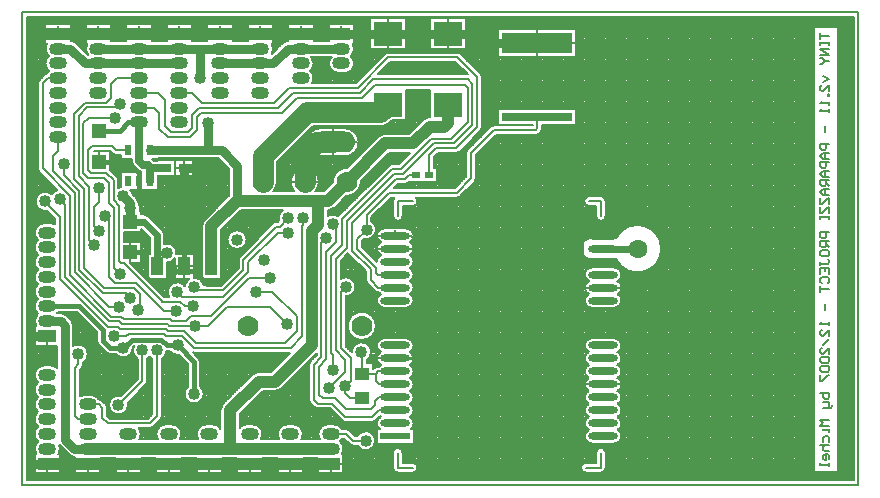
<source format=gbl>
%FSAX25Y25*%
%MOIN*%
G70*
G01*
G75*
%ADD10C,0.00800*%
%ADD11R,0.04724X0.03543*%
%ADD12O,0.05512X0.01102*%
%ADD13R,0.05512X0.01102*%
%ADD14O,0.01102X0.05512*%
%ADD15O,0.05512X0.01102*%
%ADD16R,0.02362X0.03150*%
%ADD17R,0.03543X0.03150*%
%ADD18R,0.03150X0.03543*%
%ADD19R,0.03150X0.03150*%
%ADD20R,0.03150X0.03543*%
%ADD21O,0.04331X0.01575*%
%ADD22R,0.04331X0.01575*%
%ADD23C,0.04000*%
%ADD24C,0.01500*%
%ADD25C,0.03000*%
%ADD26C,0.06299*%
%ADD27R,0.15000X0.07000*%
%ADD28O,0.15000X0.07000*%
%ADD29C,0.07000*%
%ADD30O,0.06000X0.04000*%
%ADD31C,0.04000*%
%ADD32R,0.06000X0.04000*%
%ADD33R,0.09449X0.07874*%
%ADD34R,0.03150X0.02362*%
%ADD35O,0.09843X0.02362*%
%ADD36R,0.04921X0.04331*%
%ADD37R,0.04921X0.04331*%
%ADD38R,0.02362X0.03543*%
%ADD39R,0.04724X0.04724*%
%ADD40R,0.12992X0.05906*%
%ADD41R,0.03937X0.05906*%
%ADD42R,0.23622X0.02953*%
%ADD43R,0.23622X0.07087*%
%ADD44O,0.09843X0.02362*%
%ADD45O,0.09843X0.02362*%
%ADD46R,0.09843X0.02362*%
%ADD47C,0.07000*%
%ADD48C,0.02500*%
%ADD49C,0.02400*%
%ADD50C,0.02362*%
%ADD51C,0.02000*%
D10*
X0153700Y0136300D02*
G03*
X0153231Y0137431I-0001600J0000000D01*
G01*
X0153700Y0136300D02*
G03*
X0153230Y0137433I-0001600J0000000D01*
G01*
X0194900Y0095000D02*
G03*
X0193300Y0096600I-0001600J0000000D01*
G01*
X0194900Y0095000D02*
G03*
X0193300Y0096600I-0001600J0000000D01*
G01*
X0191700Y0090000D02*
G03*
X0194900Y0090000I0001600J0000000D01*
G01*
X0189300Y0096600D02*
G03*
X0189300Y0093400I0000000J-0001600D01*
G01*
X0198461Y0082651D02*
G03*
X0197786Y0082715I-0000675J-0003517D01*
G01*
X0173267Y0118044D02*
G03*
X0173735Y0119176I-0001131J0001131D01*
G01*
X0173265Y0118043D02*
G03*
X0173735Y0119176I-0001130J0001133D01*
G01*
X0171535Y0116976D02*
G03*
X0172668Y0117446I0000000J0001600D01*
G01*
X0171535Y0116976D02*
G03*
X0172667Y0117444I0000000J0001600D01*
G01*
X0157535Y0120176D02*
G03*
X0156404Y0119707I0000000J-0001600D01*
G01*
X0157535Y0120176D02*
G03*
X0156403Y0119706I0000000J-0001600D01*
G01*
X0153231Y0118506D02*
G03*
X0153700Y0119637I-0001131J0001131D01*
G01*
X0153230Y0118505D02*
G03*
X0153700Y0119637I-0001130J0001133D01*
G01*
X0148932Y0112235D02*
G03*
X0148462Y0111102I0001130J-0001133D01*
G01*
X0148931Y0112234D02*
G03*
X0148462Y0111102I0001131J-0001131D01*
G01*
X0151193Y0101455D02*
G03*
X0151662Y0102586I-0001131J0001131D01*
G01*
X0151192Y0101454D02*
G03*
X0151662Y0102586I-0001130J0001133D01*
G01*
X0146633Y0144030D02*
G03*
X0145500Y0144500I-0001133J-0001130D01*
G01*
X0146631Y0144031D02*
G03*
X0145500Y0144500I-0001131J-0001131D01*
G01*
X0136200Y0123000D02*
G03*
X0133937Y0122063I0000000J-0003200D01*
G01*
X0136200Y0123000D02*
G03*
X0133934Y0122060I0000000J-0003200D01*
G01*
X0122430Y0144500D02*
G03*
X0121299Y0144031I0000000J-0001600D01*
G01*
X0122430Y0144500D02*
G03*
X0121297Y0144030I0000000J-0001600D01*
G01*
X0111035Y0145779D02*
G03*
X0110533Y0147500I-0003200J0000000D01*
G01*
X0109881Y0143318D02*
G03*
X0111035Y0145779I-0002046J0002461D01*
G01*
Y0140858D02*
G03*
X0109881Y0143318I-0003200J0000000D01*
G01*
X0107835Y0137658D02*
G03*
X0111035Y0140858I0000000J0003200D01*
G01*
X0145063Y0111000D02*
G03*
X0146195Y0111470I0000000J0001600D01*
G01*
X0145063Y0111000D02*
G03*
X0146194Y0111469I0000000J0001600D01*
G01*
X0128100Y0100800D02*
G03*
X0129206Y0101243I0000000J0001600D01*
G01*
X0128100Y0100800D02*
G03*
X0129206Y0101243I0000000J0001600D01*
G01*
X0123700Y0107300D02*
G03*
X0122569Y0106831I0000000J-0001600D01*
G01*
X0123700Y0107300D02*
G03*
X0122567Y0106830I0000000J-0001600D01*
G01*
X0145200Y0096124D02*
G03*
X0146333Y0096594I0000000J0001600D01*
G01*
X0145200Y0096124D02*
G03*
X0146331Y0096593I0000000J0001600D01*
G01*
X0132200Y0095000D02*
G03*
X0131738Y0096124I-0001600J0000000D01*
G01*
X0130600Y0093400D02*
G03*
X0132200Y0095000I0000000J0001600D01*
G01*
X0130876Y0083465D02*
G03*
X0128495Y0085846I-0002381J0000000D01*
G01*
X0129485Y0081299D02*
G03*
X0130876Y0083465I-0000990J0002165D01*
G01*
Y0079134D02*
G03*
X0129485Y0081299I-0002381J0000000D01*
G01*
X0124462Y0096124D02*
G03*
X0124000Y0095000I0001138J-0001124D01*
G01*
X0124462Y0096124D02*
G03*
X0124000Y0095000I0001138J-0001124D01*
G01*
Y0090000D02*
G03*
X0127200Y0090000I0001600J0000000D01*
G01*
X0119685Y0119874D02*
G03*
X0123012Y0121254I0000000J0004700D01*
G01*
X0119685Y0119874D02*
G03*
X0123008Y0121251I0000000J0004700D01*
G01*
X0121500Y0117500D02*
G03*
X0119237Y0116563I0000000J-0003200D01*
G01*
X0121500Y0117500D02*
G03*
X0119235Y0116560I0000000J-0003200D01*
G01*
X0112574Y0114574D02*
G03*
X0107874Y0119274I-0004700J0000000D01*
G01*
Y0109874D02*
G03*
X0112574Y0114574I0000000J0004700D01*
G01*
X0118400Y0085500D02*
G03*
X0116800Y0088271I-0003200J0000000D01*
G01*
X0121014Y0085846D02*
G03*
X0120024Y0081299I0000000J-0002381D01*
G01*
X0114372Y0082409D02*
G03*
X0118400Y0085500I0000828J0003091D01*
G01*
X0108429Y0096703D02*
G03*
X0113300Y0101400I0000171J0004697D01*
G01*
X0213418Y0079100D02*
G03*
X0198461Y0082651I-0007900J0000000D01*
G01*
X0198430Y0075611D02*
G03*
X0213418Y0079100I0007088J0003489D01*
G01*
X0200167Y0070472D02*
G03*
X0197786Y0072853I-0002381J0000000D01*
G01*
X0198776Y0068307D02*
G03*
X0200167Y0070472I-0000990J0002165D01*
G01*
X0200167Y0066142D02*
G03*
X0198776Y0068307I-0002381J0000000D01*
G01*
X0198776Y0063976D02*
G03*
X0200167Y0066142I-0000990J0002165D01*
G01*
X0197786Y0075553D02*
G03*
X0198430Y0075611I0000000J0003581D01*
G01*
X0190305Y0082715D02*
G03*
X0190305Y0075553I0000000J-0003581D01*
G01*
Y0072853D02*
G03*
X0189315Y0068307I0000000J-0002381D01*
G01*
X0200167Y0061811D02*
G03*
X0198776Y0063976I-0002381J0000000D01*
G01*
X0189315Y0068307D02*
G03*
X0189315Y0063976I0000990J-0002165D01*
G01*
G03*
X0190305Y0059430I0000990J-0002165D01*
G01*
X0197786D02*
G03*
X0200167Y0061811I0000000J0002381D01*
G01*
X0198776Y0044685D02*
G03*
X0200167Y0046850I-0000990J0002165D01*
G01*
X0200167Y0042520D02*
G03*
X0198776Y0044685I-0002381J0000000D01*
G01*
X0198776Y0040354D02*
G03*
X0200167Y0042520I-0000991J0002165D01*
G01*
X0200167Y0046850D02*
G03*
X0197786Y0049231I-0002381J0000000D01*
G01*
X0200167Y0038189D02*
G03*
X0198776Y0040354I-0002381J0000000D01*
G01*
X0198776Y0036024D02*
G03*
X0200167Y0038189I-0000990J0002165D01*
G01*
Y0033858D02*
G03*
X0198776Y0036024I-0002381J0000000D01*
G01*
X0198776Y0031693D02*
G03*
X0200167Y0033858I-0000990J0002165D01*
G01*
Y0029528D02*
G03*
X0198776Y0031693I-0002381J0000000D01*
G01*
X0198776Y0027362D02*
G03*
X0200167Y0029528I-0000990J0002165D01*
G01*
Y0025197D02*
G03*
X0198776Y0027362I-0002381J0000000D01*
G01*
Y0023031D02*
G03*
X0200167Y0025197I-0000990J0002165D01*
G01*
Y0020866D02*
G03*
X0198776Y0023031I-0002381J0000000D01*
G01*
Y0018701D02*
G03*
X0200167Y0020866I-0000990J0002165D01*
G01*
X0190305Y0049231D02*
G03*
X0189315Y0044685I0000000J-0002381D01*
G01*
G03*
X0189315Y0040354I0000990J-0002165D01*
G01*
G03*
X0189315Y0036024I0000991J-0002165D01*
G01*
Y0036024D02*
G03*
X0189315Y0031693I0000990J-0002165D01*
G01*
G03*
X0189315Y0027362I0000990J-0002165D01*
G01*
Y0027362D02*
G03*
X0189315Y0023031I0000990J-0002165D01*
G01*
Y0023031D02*
G03*
X0189315Y0018701I0000990J-0002165D01*
G01*
X0200167Y0016535D02*
G03*
X0198776Y0018701I-0002381J0000000D01*
G01*
X0197786Y0014154D02*
G03*
X0200167Y0016535I0000000J0002381D01*
G01*
X0194900Y0011100D02*
G03*
X0191700Y0011100I-0001600J0000000D01*
G01*
X0193300Y0004500D02*
G03*
X0194900Y0006100I0000000J0001600D01*
G01*
X0193300Y0004500D02*
G03*
X0194900Y0006100I0000000J0001600D01*
G01*
X0189315Y0018701D02*
G03*
X0190305Y0014154I0000990J-0002165D01*
G01*
X0129485Y0076968D02*
G03*
X0130876Y0079134I-0000990J0002165D01*
G01*
Y0074803D02*
G03*
X0129485Y0076968I-0002381J0000000D01*
G01*
X0129485Y0072638D02*
G03*
X0130876Y0074803I-0000990J0002165D01*
G01*
Y0070473D02*
G03*
X0129485Y0072638I-0002381J0000000D01*
G01*
Y0068307D02*
G03*
X0130876Y0070473I-0000990J0002165D01*
G01*
Y0066142D02*
G03*
X0129485Y0068307I-0002381J0000000D01*
G01*
Y0063976D02*
G03*
X0130876Y0066142I-0000990J0002165D01*
G01*
Y0061811D02*
G03*
X0129485Y0063976I-0002381J0000000D01*
G01*
X0128495Y0059430D02*
G03*
X0130876Y0061811I0000000J0002381D01*
G01*
Y0046850D02*
G03*
X0128495Y0049231I-0002381J0000000D01*
G01*
X0120024Y0081299D02*
G03*
X0120024Y0076968I0000990J-0002165D01*
G01*
G03*
X0118634Y0074729I0000990J-0002165D01*
G01*
X0118027Y0065010D02*
G03*
X0119158Y0064542I0001131J0001131D01*
G01*
X0119251D02*
G03*
X0120024Y0063976I0001763J0001600D01*
G01*
X0118026Y0065012D02*
G03*
X0119158Y0064542I0001133J0001130D01*
G01*
X0115000Y0068700D02*
G03*
X0115469Y0067569I0001600J0000000D01*
G01*
X0115000Y0068700D02*
G03*
X0115470Y0067567I0001600J0000000D01*
G01*
X0108200Y0063202D02*
G03*
X0111500Y0066400I0000100J0003198D01*
G01*
G03*
X0106574Y0069095I-0003200J0000000D01*
G01*
X0120024Y0063976D02*
G03*
X0121014Y0059430I0000990J-0002165D01*
G01*
Y0049231D02*
G03*
X0120024Y0044685I0000000J-0002381D01*
G01*
X0118300Y0053400D02*
G03*
X0118300Y0053400I-0004700J0000000D01*
G01*
X0129485Y0044685D02*
G03*
X0130876Y0046850I-0000990J0002165D01*
G01*
Y0042520D02*
G03*
X0129485Y0044685I-0002381J0000000D01*
G01*
Y0040354D02*
G03*
X0130876Y0042520I-0000990J0002165D01*
G01*
Y0038189D02*
G03*
X0129485Y0040354I-0002381J0000000D01*
G01*
Y0036024D02*
G03*
X0130876Y0038189I-0000990J0002165D01*
G01*
X0120024Y0040354D02*
G03*
X0119233Y0039770I0000990J-0002165D01*
G01*
X0130876Y0033858D02*
G03*
X0129485Y0036024I-0002381J0000000D01*
G01*
X0129485Y0031693D02*
G03*
X0130876Y0033858I-0000990J0002165D01*
G01*
Y0029528D02*
G03*
X0129485Y0031693I-0002381J0000000D01*
G01*
X0129485Y0027362D02*
G03*
X0130876Y0029528I-0000990J0002165D01*
G01*
Y0025197D02*
G03*
X0129485Y0027362I-0002381J0000000D01*
G01*
Y0023031D02*
G03*
X0130876Y0025197I-0000990J0002165D01*
G01*
X0119625Y0023263D02*
G03*
X0120024Y0023031I0001389J0001934D01*
G01*
X0130876Y0020866D02*
G03*
X0129485Y0023031I-0002381J0000000D01*
G01*
X0129861Y0018916D02*
G03*
X0130876Y0020866I-0001367J0001950D01*
G01*
X0188300Y0007700D02*
G03*
X0188300Y0004500I0000000J-0001600D01*
G01*
X0132200Y0006100D02*
G03*
X0130600Y0007700I-0001600J0000000D01*
G01*
Y0004500D02*
G03*
X0132200Y0006100I0000000J0001600D01*
G01*
X0127200Y0011100D02*
G03*
X0124000Y0011100I-0001600J0000000D01*
G01*
Y0006100D02*
G03*
X0125600Y0004500I0001600J0000000D01*
G01*
X0124000Y0006100D02*
G03*
X0125600Y0004500I0001600J0000000D01*
G01*
X0120024Y0044685D02*
G03*
X0120024Y0040354I0000990J-0002165D01*
G01*
X0118869Y0039770D02*
G03*
X0117738Y0039301I0000000J-0001600D01*
G01*
X0120024Y0023031D02*
G03*
X0119647Y0018916I0000990J-0002165D01*
G01*
X0118869Y0039770D02*
G03*
X0117737Y0039299I0000000J-0001600D01*
G01*
X0117100Y0021400D02*
G03*
X0118233Y0021870I0000000J0001600D01*
G01*
X0116700Y0044700D02*
G03*
X0110303Y0044560I-0003200J0000000D01*
G01*
X0115400Y0042125D02*
G03*
X0116700Y0044700I-0001900J0002575D01*
G01*
X0117100Y0021400D02*
G03*
X0118231Y0021869I0000000J0001600D01*
G01*
X0106943D02*
G03*
X0108074Y0021400I0001131J0001131D01*
G01*
X0106941Y0021870D02*
G03*
X0108074Y0021400I0001133J0001130D01*
G01*
X0109590Y0018472D02*
G03*
X0108458Y0018942I-0001133J-0001130D01*
G01*
X0109589Y0018474D02*
G03*
X0108458Y0018942I-0001131J-0001131D01*
G01*
X0118100Y0015100D02*
G03*
X0112129Y0016700I-0003200J0000000D01*
G01*
Y0013500D02*
G03*
X0118100Y0015100I0002771J0001600D01*
G01*
X0106320Y0014882D02*
G03*
X0107045Y0015742I-0002046J0002461D01*
G01*
X0107474Y0012421D02*
G03*
X0106320Y0014882I-0003200J0000000D01*
G01*
X0109569Y0013969D02*
G03*
X0110700Y0013500I0001131J0001131D01*
G01*
X0109567Y0013970D02*
G03*
X0110700Y0013500I0001133J0001130D01*
G01*
X0106972Y0010700D02*
G03*
X0107474Y0012421I-0002698J0001721D01*
G01*
X0103532Y0143079D02*
G03*
X0105835Y0137658I0002303J-0002221D01*
G01*
X0097535Y0140858D02*
G03*
X0096639Y0143079I-0003200J0000000D01*
G01*
X0096381Y0138397D02*
G03*
X0097535Y0140858I-0002046J0002461D01*
G01*
Y0135936D02*
G03*
X0096381Y0138397I-0003200J0000000D01*
G01*
X0097070Y0134274D02*
G03*
X0097535Y0135936I-0002734J0001662D01*
G01*
X0099874Y0119274D02*
G03*
X0099874Y0109874I0000000J-0004700D01*
G01*
X0089079Y0148479D02*
G03*
X0087170Y0147688I0000000J-0002700D01*
G01*
X0089079Y0148479D02*
G03*
X0087170Y0147688I0000000J-0002700D01*
G01*
X0084035Y0145779D02*
G03*
X0083533Y0147500I-0003200J0000000D01*
G01*
X0083522Y0144040D02*
G03*
X0084035Y0145779I-0002687J0001738D01*
G01*
X0108771Y0106097D02*
G03*
X0103903Y0101229I-0000171J-0004697D01*
G01*
X0102274Y0091874D02*
G03*
X0104537Y0092811I0000000J0003200D01*
G01*
X0102274Y0091874D02*
G03*
X0104540Y0092814I0000000J0003200D01*
G01*
X0099300Y0101400D02*
G03*
X0091090Y0098274I-0004700J0000000D01*
G01*
X0098110D02*
G03*
X0099300Y0101400I-0003510J0003126D01*
G01*
X0084110Y0098274D02*
G03*
X0085300Y0101400I-0003510J0003126D01*
G01*
X0084110Y0098274D02*
G03*
X0085300Y0101400I-0003510J0003126D01*
G01*
X0087208Y0091874D02*
G03*
X0085983Y0088446I0001866J-0002600D01*
G01*
X0105970Y0090233D02*
G03*
X0105729Y0089925I0001130J-0001133D01*
G01*
X0105969Y0090231D02*
G03*
X0105729Y0089925I0001131J-0001131D01*
G01*
G03*
X0102200Y0090011I-0001829J-0002626D01*
G01*
X0085074Y0088074D02*
G03*
X0083943Y0087605I0000000J-0001600D01*
G01*
X0085074Y0088074D02*
G03*
X0083941Y0087604I0000000J-0001600D01*
G01*
X0072970Y0076633D02*
G03*
X0072500Y0075500I0001130J-0001133D01*
G01*
X0072969Y0076631D02*
G03*
X0072500Y0075500I0001131J-0001131D01*
G01*
X0061214Y0088814D02*
G03*
X0060274Y0086548I0002260J-0002266D01*
G01*
X0075200Y0082100D02*
G03*
X0075200Y0082100I-0003200J0000000D01*
G01*
X0061211Y0088811D02*
G03*
X0060274Y0086548I0002263J-0002263D01*
G01*
X0066642Y0075951D02*
G03*
X0066674Y0076398I-0003168J0000448D01*
G01*
X0060274D02*
G03*
X0060306Y0075951I0003200J0000000D01*
G01*
X0043935Y0108730D02*
G03*
X0043688Y0108947I-0001735J-0001730D01*
G01*
X0043932Y0108732D02*
G03*
X0043688Y0108947I-0001732J-0001732D01*
G01*
X0022138Y0147500D02*
G03*
X0022516Y0143574I0002698J-0001721D01*
G01*
X0030650Y0110787D02*
G03*
X0031782Y0110318I0001131J0001131D01*
G01*
X0030649Y0110788D02*
G03*
X0031782Y0110318I0001133J0001130D01*
G01*
X0018378Y0147688D02*
G03*
X0016535Y0148478I-0001909J-0001909D01*
G01*
X0018378Y0147688D02*
G03*
X0016535Y0148478I-0001909J-0001909D01*
G01*
X0008638Y0147500D02*
G03*
X0009290Y0143318I0002698J-0001721D01*
G01*
G03*
X0009290Y0138397I0002046J-0002461D01*
G01*
G03*
X0008535Y0137485I0002046J-0002461D01*
G01*
G03*
X0007805Y0137068I0000401J-0001549D01*
G01*
X0008535Y0137485D02*
G03*
X0007803Y0137066I0000401J-0001549D01*
G01*
X0006070Y0135333D02*
G03*
X0005600Y0134200I0001130J-0001133D01*
G01*
X0006069Y0135331D02*
G03*
X0005600Y0134200I0001131J-0001131D01*
G01*
X0045521Y0101105D02*
G03*
X0045590Y0101682I-0002381J0000577D01*
G01*
X0042679Y0089815D02*
G03*
X0040982Y0090518I-0001697J-0001697D01*
G01*
X0042679Y0089815D02*
G03*
X0040982Y0090518I-0001697J-0001697D01*
G01*
X0039068Y0105268D02*
G03*
X0040095Y0104654I0001732J0001732D01*
G01*
X0039065Y0105270D02*
G03*
X0040095Y0104654I0001735J0001730D01*
G01*
X0036885Y0108465D02*
G03*
X0037603Y0106732I0002450J0000000D01*
G01*
X0036885Y0108465D02*
G03*
X0037605Y0106730I0002450J0000000D01*
G01*
X0039085Y0094586D02*
G03*
X0038309Y0096209I-0002685J-0000286D01*
G01*
X0039700Y0092700D02*
G03*
X0039085Y0094586I-0003200J0000000D01*
G01*
G03*
X0038309Y0096209I-0002685J-0000286D01*
G01*
X0039533Y0091680D02*
G03*
X0039700Y0092700I-0003033J0001020D01*
G01*
X0037224Y0097295D02*
G03*
X0036506Y0098710I-0003124J-0000695D01*
G01*
X0047764Y0083736D02*
G03*
X0047061Y0085433I-0002400J0000000D01*
G01*
X0047764Y0083736D02*
G03*
X0047061Y0085433I-0002400J0000000D01*
G01*
X0051800Y0077700D02*
G03*
X0047764Y0080789I-0003200J0000000D01*
G01*
X0051781Y0077351D02*
G03*
X0051800Y0077700I-0003181J0000349D01*
G01*
X0048532Y0074501D02*
G03*
X0051250Y0075907I0000068J0003199D01*
G01*
X0032500Y0101900D02*
G03*
X0032030Y0103033I-0001600J0000000D01*
G01*
X0032500Y0101900D02*
G03*
X0032031Y0103031I-0001600J0000000D01*
G01*
X0033279Y0099693D02*
G03*
X0032500Y0099371I0000821J-0003093D01*
G01*
X0012131Y0098706D02*
G03*
X0010163Y0097258I0000769J-0003106D01*
G01*
X0005600Y0105900D02*
G03*
X0006070Y0104767I0001600J0000000D01*
G01*
X0005600Y0105900D02*
G03*
X0006069Y0104769I0001600J0000000D01*
G01*
X0010163Y0097258D02*
G03*
X0008584Y0091754I-0002163J-0002358D01*
G01*
X0011474Y0087183D02*
G03*
X0009774Y0087672I-0001700J-0002711D01*
G01*
X0007774D02*
G03*
X0005728Y0082012I0000000J-0003200D01*
G01*
G03*
X0005728Y0077091I0002046J-0002461D01*
G01*
G03*
X0005728Y0072169I0002046J-0002461D01*
G01*
X0096470Y0041533D02*
G03*
X0096000Y0040400I0001130J-0001133D01*
G01*
X0096469Y0041531D02*
G03*
X0096000Y0040400I0001131J-0001131D01*
G01*
X0079200Y0038000D02*
G03*
X0076937Y0037063I0000000J-0003200D01*
G01*
X0079200Y0038000D02*
G03*
X0076934Y0037060I0000000J-0003200D01*
G01*
X0096000Y0028800D02*
G03*
X0096469Y0027669I0001600J0000000D01*
G01*
X0084600Y0031600D02*
G03*
X0086866Y0032540I0000000J0003200D01*
G01*
X0096000Y0028800D02*
G03*
X0096470Y0027667I0001600J0000000D01*
G01*
X0084600Y0031600D02*
G03*
X0086863Y0032537I0000000J0003200D01*
G01*
X0060922Y0067000D02*
G03*
X0057587Y0069493I-0003122J-0000700D01*
G01*
X0056156Y0069046D02*
G03*
X0054621Y0066670I0001644J-0002746D01*
G01*
X0059650Y0041400D02*
G03*
X0059079Y0042779I-0001950J0000000D01*
G01*
X0059650Y0041400D02*
G03*
X0059079Y0042779I-0001950J0000000D01*
G01*
X0054621Y0066670D02*
G03*
X0049329Y0063100I-0002521J-0001970D01*
G01*
X0049663Y0044950D02*
G03*
X0052615Y0043727I0002537J0001950D01*
G01*
X0046900Y0042429D02*
G03*
X0048491Y0044961I-0001600J0002771D01*
G01*
X0060900Y0030700D02*
G03*
X0059650Y0033237I-0003200J0000000D01*
G01*
X0055750D02*
G03*
X0060900Y0030700I0001950J-0002537D01*
G01*
X0107045Y0018942D02*
G03*
X0104274Y0020542I-0002771J-0001600D01*
G01*
X0097795Y0026343D02*
G03*
X0098926Y0025874I0001131J0001131D01*
G01*
X0097793Y0026344D02*
G03*
X0098926Y0025874I0001133J0001130D01*
G01*
X0102274Y0020542D02*
G03*
X0099576Y0015621I0000000J-0003200D01*
G01*
X0093974Y0017342D02*
G03*
X0090774Y0020542I-0003200J0000000D01*
G01*
X0088774D02*
G03*
X0086076Y0015621I0000000J-0003200D01*
G01*
X0080474Y0017342D02*
G03*
X0077274Y0020542I-0003200J0000000D01*
G01*
X0093472Y0015621D02*
G03*
X0093974Y0017342I-0002698J0001721D01*
G01*
X0079972Y0015621D02*
G03*
X0080474Y0017342I-0002698J0001721D01*
G01*
X0067440Y0027566D02*
G03*
X0066500Y0025300I0002260J-0002266D01*
G01*
X0067437Y0027563D02*
G03*
X0066500Y0025300I0002263J-0002263D01*
G01*
X0075274Y0020542D02*
G03*
X0072900Y0019488I0000000J-0003200D01*
G01*
X0066500Y0019018D02*
G03*
X0063774Y0020542I-0002726J-0001676D01*
G01*
X0061774D02*
G03*
X0059076Y0015621I0000000J-0003200D01*
G01*
X0053474Y0017342D02*
G03*
X0050274Y0020542I-0003200J0000000D01*
G01*
X0048274D02*
G03*
X0045576Y0015621I0000000J-0003200D01*
G01*
X0052972D02*
G03*
X0053474Y0017342I-0002698J0001721D01*
G01*
X0037758Y0046850D02*
G03*
X0038900Y0042429I0002742J-0001650D01*
G01*
X0042900Y0043083D02*
G03*
X0043700Y0042429I0002400J0002117D01*
G01*
X0042100D02*
G03*
X0042900Y0043083I-0001600J0002771D01*
G01*
X0025350Y0048400D02*
G03*
X0025921Y0047021I0001950J0000000D01*
G01*
X0025350Y0048400D02*
G03*
X0025921Y0047021I0001950J0000000D01*
G01*
X0037300Y0046000D02*
G03*
X0037273Y0046415I-0003200J0000000D01*
G01*
X0031563Y0044050D02*
G03*
X0037300Y0046000I0002537J0001950D01*
G01*
X0028321Y0044621D02*
G03*
X0029700Y0044050I0001379J0001379D01*
G01*
X0028321Y0044621D02*
G03*
X0029700Y0044050I0001379J0001379D01*
G01*
X0020700Y0041229D02*
G03*
X0022300Y0044000I-0001600J0002771D01*
G01*
X0020231Y0039469D02*
G03*
X0020700Y0040600I-0001131J0001131D01*
G01*
X0020230Y0039467D02*
G03*
X0020700Y0040600I-0001130J0001133D01*
G01*
X0041631Y0033869D02*
G03*
X0042100Y0035000I-0001131J0001131D01*
G01*
X0041630Y0033867D02*
G03*
X0042100Y0035000I-0001130J0001133D01*
G01*
X0012077Y0057645D02*
G03*
X0012311Y0057916I-0002303J0002221D01*
G01*
X0005728Y0072169D02*
G03*
X0005728Y0067248I0002046J-0002461D01*
G01*
G03*
X0005728Y0062327I0002046J-0002461D01*
G01*
G03*
X0005728Y0057406I0002046J-0002461D01*
G01*
X0017474Y0053426D02*
G03*
X0016683Y0055335I-0002700J0000000D01*
G01*
X0017474Y0053426D02*
G03*
X0016683Y0055335I-0002700J0000000D01*
G01*
X0015164Y0056854D02*
G03*
X0013255Y0057645I-0001909J-0001909D01*
G01*
X0015164Y0056854D02*
G03*
X0013255Y0057645I-0001909J-0001909D01*
G01*
X0005728Y0057406D02*
G03*
X0005076Y0053224I0002046J-0002461D01*
G01*
X0022300Y0044000D02*
G03*
X0017474Y0046756I-0003200J0000000D01*
G01*
X0012074Y0039252D02*
G03*
X0009774Y0040227I-0002300J-0002225D01*
G01*
X0007774D02*
G03*
X0005728Y0034567I0000000J-0003200D01*
G01*
G03*
X0005728Y0029646I0002046J-0002461D01*
G01*
X0046431Y0022069D02*
G03*
X0046900Y0023200I-0001131J0001131D01*
G01*
X0046430Y0022067D02*
G03*
X0046900Y0023200I-0001130J0001133D01*
G01*
X0043000Y0019300D02*
G03*
X0044131Y0019769I0000000J0001600D01*
G01*
X0043000Y0019300D02*
G03*
X0044133Y0019770I0000000J0001600D01*
G01*
X0033328Y0030091D02*
G03*
X0035700Y0027000I-0000828J-0003091D01*
G01*
G03*
X0035591Y0027828I-0003200J0000000D01*
G01*
X0028700Y0026100D02*
G03*
X0028231Y0027231I-0001600J0000000D01*
G01*
X0028700Y0026100D02*
G03*
X0028230Y0027233I-0001600J0000000D01*
G01*
X0039974Y0017342D02*
G03*
X0039305Y0019300I-0003200J0000000D01*
G01*
X0039472Y0015621D02*
G03*
X0039974Y0017342I-0002698J0001721D01*
G01*
X0027148Y0028315D02*
G03*
X0026045Y0028785I-0001133J-0001130D01*
G01*
G03*
X0023274Y0030385I-0002771J-0001600D01*
G01*
X0027146Y0028316D02*
G03*
X0026045Y0028785I-0001131J-0001131D01*
G01*
X0021274Y0030385D02*
G03*
X0019574Y0029896I0000000J-0003200D01*
G01*
X0005728Y0029646D02*
G03*
X0005728Y0024724I0002046J-0002461D01*
G01*
G03*
X0005728Y0019803I0002046J-0002461D01*
G01*
X0012974Y0012421D02*
G03*
X0012722Y0013667I-0003200J0000000D01*
G01*
X0012472Y0010700D02*
G03*
X0012974Y0012421I-0002698J0001721D01*
G01*
X0005728Y0019803D02*
G03*
X0005728Y0014882I0002046J-0002461D01*
G01*
G03*
X0005076Y0010700I0002046J-0002461D01*
G01*
X0015865Y0010512D02*
G03*
X0017774Y0009721I0001909J0001909D01*
G01*
X0015865Y0010512D02*
G03*
X0017774Y0009721I0001909J0001909D01*
G01*
X0187400Y0083445D02*
X0194091D01*
X0187400Y0074784D02*
X0194091D01*
X0187400Y0066245D02*
X0187522Y0066122D01*
X0124800Y0079114D02*
X0131700D01*
X0187400Y0094100D02*
Y0100600D01*
Y0086624D02*
Y0094100D01*
Y0083445D02*
Y0086624D01*
Y0079100D02*
Y0083445D01*
Y0074784D02*
Y0079100D01*
Y0071600D02*
Y0074784D01*
Y0066245D02*
Y0071600D01*
Y0064100D02*
Y0066245D01*
Y0060600D02*
Y0064100D01*
X0185400Y0058800D02*
X0185600D01*
X0135400D02*
X0185400D01*
X0131700D02*
X0135400D01*
X0116300D02*
X0131700D01*
X0124800Y0042500D02*
X0131700D01*
Y0079114D02*
Y0081900D01*
Y0058800D02*
Y0079114D01*
Y0054100D02*
Y0058800D01*
Y0042500D02*
Y0054100D01*
Y0015100D02*
Y0042500D01*
X0272393Y0152324D02*
X0277540D01*
X0272393Y0151624D02*
X0277540D01*
X0272194Y0153001D02*
Y0156240D01*
X0272393Y0150924D02*
X0277540D01*
X0272393Y0150224D02*
X0277540D01*
X0272393Y0149524D02*
X0277540D01*
X0272393Y0148824D02*
X0277540D01*
X0272393Y0148124D02*
X0277540D01*
X0271494Y0153001D02*
Y0156240D01*
X0270794Y0153001D02*
Y0156240D01*
X0270094Y0153001D02*
Y0156240D01*
X0269394Y0153001D02*
Y0156240D01*
X0268694Y0153001D02*
Y0156240D01*
X0264395Y0153001D02*
X0272393D01*
X0267994D02*
Y0156240D01*
X0267294Y0153001D02*
Y0156240D01*
X0272393Y0147424D02*
X0277540D01*
X0272393Y0146724D02*
X0277540D01*
X0272393Y0146024D02*
X0277540D01*
X0272393Y0145324D02*
X0277540D01*
X0272393Y0144624D02*
X0277540D01*
X0272393Y0143924D02*
X0277540D01*
X0272393Y0143224D02*
X0277540D01*
X0272393Y0142524D02*
X0277540D01*
X0272393Y0141824D02*
X0277540D01*
X0272393Y0141124D02*
X0277540D01*
X0272393Y0140424D02*
X0277540D01*
X0272393Y0139724D02*
X0277540D01*
X0272393Y0139024D02*
X0277540D01*
X0272393Y0138324D02*
X0277540D01*
X0272393Y0137624D02*
X0277540D01*
X0272393Y0136924D02*
X0277540D01*
X0266594Y0153001D02*
Y0156240D01*
X0265894Y0153001D02*
Y0156240D01*
X0265194Y0153001D02*
Y0156240D01*
X0264494Y0153001D02*
Y0156240D01*
X0184694Y0152359D02*
Y0156240D01*
X0183994Y0152359D02*
Y0156240D01*
X0183294Y0152359D02*
Y0156240D01*
X0182594Y0152359D02*
Y0156240D01*
X0181894Y0152359D02*
Y0156240D01*
X0181194Y0152359D02*
Y0156240D01*
X0180494Y0152359D02*
Y0156240D01*
X0179794Y0152359D02*
Y0156240D01*
X0179094Y0152359D02*
Y0156240D01*
X0178394Y0152359D02*
Y0156240D01*
X0177694Y0152359D02*
Y0156240D01*
X0176994Y0152359D02*
Y0156240D01*
X0185146Y0152324D02*
X0264395D01*
X0185146Y0151624D02*
X0264395D01*
X0185146Y0150924D02*
X0264395D01*
X0185146Y0150224D02*
X0264395D01*
X0185146Y0149524D02*
X0264395D01*
X0185146Y0148824D02*
X0264395D01*
X0185146Y0142872D02*
Y0152359D01*
Y0148124D02*
X0264395D01*
X0185146Y0147424D02*
X0264395D01*
X0185146Y0146724D02*
X0264395D01*
X0185146Y0146024D02*
X0264395D01*
X0185146Y0145324D02*
X0264395D01*
X0185146Y0144624D02*
X0264395D01*
X0185146Y0143924D02*
X0264395D01*
X0185146Y0143224D02*
X0264395D01*
X0210594Y0085154D02*
Y0156240D01*
X0209894Y0085678D02*
Y0156240D01*
X0209194Y0086093D02*
Y0156240D01*
X0208494Y0086418D02*
Y0156240D01*
X0213394Y0079721D02*
Y0156240D01*
X0212694Y0082405D02*
Y0156240D01*
X0211994Y0083625D02*
Y0156240D01*
X0211294Y0084490D02*
Y0156240D01*
X0207094Y0086841D02*
Y0156240D01*
X0206394Y0086951D02*
Y0156240D01*
X0205694Y0086998D02*
Y0156240D01*
X0204994Y0086983D02*
Y0156240D01*
X0207794Y0086665D02*
Y0156240D01*
X0204294Y0086905D02*
Y0156240D01*
X0203594Y0086762D02*
Y0156240D01*
X0202894Y0086551D02*
Y0156240D01*
X0272393Y0136224D02*
X0277540D01*
X0272393Y0135524D02*
X0277540D01*
X0272393Y0134824D02*
X0277540D01*
X0272393Y0134124D02*
X0277540D01*
X0272393Y0133424D02*
X0277540D01*
X0272393Y0132724D02*
X0277540D01*
X0272393Y0132024D02*
X0277540D01*
X0272393Y0131324D02*
X0277540D01*
X0272393Y0130624D02*
X0277540D01*
X0272393Y0129924D02*
X0277540D01*
X0272393Y0129224D02*
X0277540D01*
X0272393Y0128524D02*
X0277540D01*
X0202194Y0086266D02*
Y0156240D01*
X0272393Y0127824D02*
X0277540D01*
X0201494Y0085898D02*
Y0156240D01*
X0200794Y0085432D02*
Y0156240D01*
X0200094Y0084843D02*
Y0156240D01*
X0199394Y0084090D02*
Y0156240D01*
X0198694Y0083079D02*
Y0156240D01*
X0197994Y0082709D02*
Y0156240D01*
X0197294Y0082715D02*
Y0156240D01*
X0196594Y0082715D02*
Y0156240D01*
X0195894Y0082715D02*
Y0156240D01*
X0195194Y0082715D02*
Y0156240D01*
X0193794Y0096522D02*
Y0156240D01*
X0193094Y0096600D02*
Y0156240D01*
X0192394Y0096600D02*
Y0156240D01*
X0191694Y0096600D02*
Y0156240D01*
X0194494Y0096065D02*
Y0156240D01*
X0190994Y0096600D02*
Y0156240D01*
X0190294Y0096600D02*
Y0156240D01*
X0189594Y0096600D02*
Y0156240D01*
X0184694Y0125765D02*
Y0142872D01*
X0183994Y0125765D02*
Y0142872D01*
X0183294Y0125765D02*
Y0142872D01*
X0182594Y0125765D02*
Y0142872D01*
X0188894Y0096548D02*
Y0156240D01*
X0188194Y0096156D02*
Y0156240D01*
X0187494Y0081351D02*
Y0156240D01*
X0186794Y0079835D02*
Y0156240D01*
X0181894Y0125765D02*
Y0142872D01*
X0181194Y0125765D02*
Y0142872D01*
X0180494Y0125765D02*
Y0142872D01*
X0179794Y0125765D02*
Y0142872D01*
X0179094Y0125765D02*
Y0142872D01*
X0178394Y0125765D02*
Y0142872D01*
X0177694Y0125765D02*
Y0142872D01*
X0176294Y0152359D02*
Y0156240D01*
X0175594Y0152359D02*
Y0156240D01*
X0174894Y0152359D02*
Y0156240D01*
X0174194Y0152359D02*
Y0156240D01*
X0173494Y0152359D02*
Y0156240D01*
X0172794Y0152359D02*
Y0156240D01*
X0172094Y0152359D02*
Y0156240D01*
X0171394Y0152359D02*
Y0156240D01*
X0170694Y0152359D02*
Y0156240D01*
X0169994Y0152359D02*
Y0156240D01*
X0169294Y0152359D02*
Y0156240D01*
X0168594Y0152359D02*
Y0156240D01*
X0167894Y0152359D02*
Y0156240D01*
X0167194Y0152359D02*
Y0156240D01*
X0166494Y0152359D02*
Y0156240D01*
X0165794Y0152359D02*
Y0156240D01*
X0159124Y0152359D02*
X0185146D01*
X0172135Y0147616D02*
X0184746D01*
X0165094Y0152359D02*
Y0156240D01*
X0172135Y0147616D02*
Y0151959D01*
X0159124Y0142872D02*
X0185146D01*
X0150238Y0140424D02*
X0264395D01*
X0159524Y0147616D02*
X0172135D01*
Y0143272D02*
Y0147616D01*
X0148198Y0155824D02*
X0277540D01*
X0148198Y0155124D02*
X0277540D01*
X0148198Y0154424D02*
X0277540D01*
X0148198Y0153724D02*
X0277540D01*
X0148198Y0153024D02*
X0277540D01*
X0148138Y0142524D02*
X0264395D01*
X0148838Y0141824D02*
X0264395D01*
X0149538Y0141124D02*
X0264395D01*
X0164394Y0152359D02*
Y0156240D01*
X0163694Y0152359D02*
Y0156240D01*
X0162994Y0152359D02*
Y0156240D01*
X0162294Y0152359D02*
Y0156240D01*
X0161594Y0152359D02*
Y0156240D01*
X0160894Y0152359D02*
Y0156240D01*
X0160194Y0152359D02*
Y0156240D01*
X0159494Y0152359D02*
Y0156240D01*
X0148198Y0152324D02*
X0159124D01*
Y0142872D02*
Y0152359D01*
X0136350Y0155922D02*
X0148198D01*
Y0145648D02*
Y0155922D01*
X0150394Y0140269D02*
Y0156240D01*
X0149694Y0140969D02*
Y0156240D01*
X0148994Y0141669D02*
Y0156240D01*
X0148294Y0142369D02*
Y0156240D01*
X0148198Y0151624D02*
X0159124D01*
X0148198Y0150924D02*
X0159124D01*
X0148198Y0150224D02*
X0159124D01*
X0148198Y0149524D02*
X0159124D01*
X0148198Y0148824D02*
X0159124D01*
X0148198Y0148124D02*
X0159124D01*
X0148198Y0147424D02*
X0159124D01*
X0148198Y0146724D02*
X0159124D01*
X0148198Y0146024D02*
X0159124D01*
X0111003Y0145324D02*
X0159124D01*
X0142274Y0150785D02*
X0147798D01*
X0136350Y0145648D02*
X0148198D01*
X0110820Y0144624D02*
X0159124D01*
X0146738Y0143924D02*
X0159124D01*
X0147438Y0143224D02*
X0159124D01*
X0176994Y0125765D02*
Y0142872D01*
X0176294Y0125765D02*
Y0142872D01*
X0175594Y0125765D02*
Y0142872D01*
X0174894Y0125765D02*
Y0142872D01*
X0174194Y0125765D02*
Y0142872D01*
X0173494Y0125765D02*
Y0142872D01*
X0172794Y0125765D02*
Y0142872D01*
X0172094Y0125765D02*
Y0142872D01*
X0171394Y0125765D02*
Y0142872D01*
X0150938Y0139724D02*
X0264395D01*
X0170694Y0125765D02*
Y0142872D01*
X0169994Y0125765D02*
Y0142872D01*
X0169294Y0125765D02*
Y0142872D01*
X0168594Y0125765D02*
Y0142872D01*
X0167894Y0125765D02*
Y0142872D01*
X0167194Y0125765D02*
Y0142872D01*
X0153573Y0136924D02*
X0264395D01*
X0153700Y0136224D02*
X0264395D01*
X0153700Y0135524D02*
X0264395D01*
X0153700Y0134824D02*
X0264395D01*
X0153700Y0134124D02*
X0264395D01*
X0153700Y0133424D02*
X0264395D01*
X0153700Y0132724D02*
X0264395D01*
X0153700Y0132024D02*
X0264395D01*
X0151638Y0139024D02*
X0264395D01*
X0152338Y0138324D02*
X0264395D01*
X0153038Y0137624D02*
X0264395D01*
X0153700Y0131324D02*
X0264395D01*
X0153700Y0130624D02*
X0264395D01*
X0153700Y0129924D02*
X0264395D01*
X0153700Y0129224D02*
X0264395D01*
X0153700Y0128524D02*
X0264395D01*
X0166494Y0125765D02*
Y0142872D01*
X0165794Y0125765D02*
Y0142872D01*
X0158794Y0120176D02*
Y0156240D01*
X0165094Y0125765D02*
Y0142872D01*
X0158094Y0120176D02*
Y0156240D01*
X0157394Y0120169D02*
Y0156240D01*
X0156694Y0119936D02*
Y0156240D01*
X0155994Y0119297D02*
Y0156240D01*
X0153194Y0137469D02*
Y0156240D01*
X0152494Y0138169D02*
Y0156240D01*
X0151794Y0138869D02*
Y0156240D01*
X0151094Y0139569D02*
Y0156240D01*
X0155294Y0118597D02*
Y0156240D01*
X0154594Y0117897D02*
Y0156240D01*
X0153894Y0117197D02*
Y0156240D01*
X0146633Y0144030D02*
X0153230Y0137433D01*
X0164394Y0125765D02*
Y0142872D01*
X0163694Y0125765D02*
Y0142872D01*
X0162994Y0125765D02*
Y0142872D01*
X0162294Y0125765D02*
Y0142872D01*
X0161594Y0125765D02*
Y0142872D01*
X0160894Y0125765D02*
Y0142872D01*
X0160194Y0125765D02*
Y0142872D01*
X0159494Y0125765D02*
Y0142872D01*
X0144837Y0141300D02*
X0148964Y0137174D01*
X0118967Y0137174D02*
X0148926D01*
X0148294D02*
Y0137844D01*
X0119417Y0137624D02*
X0148513D01*
X0153700Y0119637D02*
Y0136300D01*
X0272393Y0127124D02*
X0277540D01*
X0272393Y0126424D02*
X0277540D01*
X0272393Y0125724D02*
X0277540D01*
X0272393Y0125024D02*
X0277540D01*
X0272393Y0124324D02*
X0277540D01*
X0272393Y0123624D02*
X0277540D01*
X0272393Y0122924D02*
X0277540D01*
X0272393Y0122224D02*
X0277540D01*
X0272393Y0121524D02*
X0277540D01*
X0272393Y0120824D02*
X0277540D01*
X0272393Y0120124D02*
X0277540D01*
X0272393Y0119424D02*
X0277540D01*
X0272393Y0118724D02*
X0277540D01*
X0272393Y0118024D02*
X0277540D01*
X0272393Y0117324D02*
X0277540D01*
X0272393Y0116624D02*
X0277540D01*
X0272393Y0115924D02*
X0277540D01*
X0272393Y0115224D02*
X0277540D01*
X0272393Y0114524D02*
X0277540D01*
X0272393Y0113824D02*
X0277540D01*
X0272393Y0113124D02*
X0277540D01*
X0272393Y0112424D02*
X0277540D01*
X0272393Y0111724D02*
X0277540D01*
X0272393Y0111024D02*
X0277540D01*
X0272393Y0110324D02*
X0277540D01*
X0272393Y0109624D02*
X0277540D01*
X0272393Y0108924D02*
X0277540D01*
X0272393Y0108224D02*
X0277540D01*
X0272393Y0107524D02*
X0277540D01*
X0272393Y0106824D02*
X0277540D01*
X0272393Y0106124D02*
X0277540D01*
X0272393Y0105424D02*
X0277540D01*
X0185146Y0125724D02*
X0264395D01*
X0185146Y0125024D02*
X0264395D01*
X0185146Y0124324D02*
X0264395D01*
X0185146Y0123624D02*
X0264395D01*
X0272393Y0104724D02*
X0277540D01*
X0272393Y0104024D02*
X0277540D01*
X0185146Y0120412D02*
Y0125765D01*
Y0122924D02*
X0264395D01*
X0185146Y0122224D02*
X0264395D01*
X0185146Y0121524D02*
X0264395D01*
X0185146Y0120824D02*
X0264395D01*
X0173735Y0120412D02*
X0185146D01*
X0173735Y0120124D02*
X0264395D01*
X0173735Y0119424D02*
X0264395D01*
X0173735Y0119176D02*
Y0120412D01*
X0173670Y0118724D02*
X0264395D01*
X0272393Y0103324D02*
X0277540D01*
X0272393Y0102624D02*
X0277540D01*
X0272393Y0101924D02*
X0277540D01*
X0272393Y0101224D02*
X0277540D01*
X0272393Y0100524D02*
X0277540D01*
X0272393Y0099824D02*
X0277540D01*
X0272393Y0099124D02*
X0277540D01*
X0272393Y0098424D02*
X0277540D01*
X0272393Y0097724D02*
X0277540D01*
X0272393Y0097024D02*
X0277540D01*
X0272393Y0096324D02*
X0277540D01*
X0189300Y0096600D02*
X0193300D01*
X0194198Y0096324D02*
X0264395D01*
X0272393Y0095624D02*
X0277540D01*
X0194773D02*
X0264395D01*
X0272393Y0094924D02*
X0277540D01*
X0272393Y0094224D02*
X0277540D01*
X0272393Y0093524D02*
X0277540D01*
X0272393Y0092824D02*
X0277540D01*
X0272393Y0092124D02*
X0277540D01*
X0272393Y0091424D02*
X0277540D01*
X0272393Y0090724D02*
X0277540D01*
X0272393Y0090024D02*
X0277540D01*
X0194900Y0094924D02*
X0264395D01*
X0194900Y0094224D02*
X0264395D01*
X0194900Y0093524D02*
X0264395D01*
X0194900Y0092824D02*
X0264395D01*
X0194900Y0092124D02*
X0264395D01*
X0194900Y0091424D02*
X0264395D01*
X0194900Y0090724D02*
X0264395D01*
X0194900Y0090024D02*
X0264395D01*
X0272393Y0089324D02*
X0277540D01*
X0272393Y0088624D02*
X0277540D01*
X0272393Y0087924D02*
X0277540D01*
X0272393Y0087224D02*
X0277540D01*
X0272393Y0086524D02*
X0277540D01*
X0272393Y0085824D02*
X0277540D01*
X0272393Y0085124D02*
X0277540D01*
X0272393Y0084424D02*
X0277540D01*
X0272393Y0083724D02*
X0277540D01*
X0272393Y0083024D02*
X0277540D01*
X0194750Y0089324D02*
X0264395D01*
X0272393Y0082324D02*
X0277540D01*
X0272393Y0081624D02*
X0277540D01*
X0272393Y0080924D02*
X0277540D01*
X0272393Y0080224D02*
X0277540D01*
X0272393Y0079524D02*
X0277540D01*
X0194900Y0090000D02*
Y0095000D01*
X0191700Y0090000D02*
Y0093400D01*
X0194494Y0082715D02*
Y0088934D01*
X0194117Y0088624D02*
X0264395D01*
X0191694Y0082715D02*
Y0093400D01*
X0192394Y0082715D02*
Y0088682D01*
X0189300Y0093400D02*
X0191700D01*
X0190994Y0082715D02*
Y0093400D01*
X0190294Y0082715D02*
Y0093400D01*
X0189594Y0082644D02*
Y0093400D01*
X0188194Y0082026D02*
Y0093844D01*
X0188894Y0082425D02*
Y0093453D01*
X0211354Y0084424D02*
X0264395D01*
X0211923Y0083724D02*
X0264395D01*
X0212374Y0083024D02*
X0264395D01*
X0212730Y0082324D02*
X0264395D01*
X0213004Y0081624D02*
X0264395D01*
X0213205Y0080924D02*
X0264395D01*
X0213338Y0080224D02*
X0264395D01*
X0213407Y0079524D02*
X0264395D01*
X0208218Y0086524D02*
X0264395D01*
X0209665Y0085824D02*
X0264395D01*
X0210629Y0085124D02*
X0264395D01*
X0193794Y0082715D02*
Y0088478D01*
X0190305Y0082715D02*
X0197786D01*
X0193094D02*
Y0088413D01*
X0153700Y0127824D02*
X0264395D01*
X0153700Y0127124D02*
X0264395D01*
X0153700Y0126424D02*
X0264395D01*
X0159124Y0125765D02*
X0185146D01*
X0159124Y0120412D02*
X0170535D01*
X0157535Y0120176D02*
X0170535D01*
X0153700Y0125724D02*
X0159124D01*
X0153700Y0125024D02*
X0159124D01*
X0153700Y0124324D02*
X0159124D01*
X0153700Y0123624D02*
X0159124D01*
X0153700Y0122924D02*
X0159124D01*
X0153700Y0122224D02*
X0159124D01*
X0153700Y0121524D02*
X0159124D01*
X0153700Y0120824D02*
X0159124D01*
X0173247Y0118024D02*
X0264395D01*
X0172533Y0117324D02*
X0264395D01*
X0172668Y0117446D02*
X0173265Y0118043D01*
X0157847Y0116624D02*
X0264395D01*
X0157147Y0115924D02*
X0264395D01*
X0158198Y0116976D02*
X0171535D01*
X0156447Y0115224D02*
X0264395D01*
X0155747Y0114524D02*
X0264395D01*
X0155047Y0113824D02*
X0264395D01*
X0154347Y0113124D02*
X0264395D01*
X0153647Y0112424D02*
X0264395D01*
X0152947Y0111724D02*
X0264395D01*
X0152247Y0111024D02*
X0264395D01*
X0151662Y0110324D02*
X0264395D01*
X0159124Y0120412D02*
Y0125765D01*
X0153700Y0120124D02*
X0157134D01*
X0153686Y0119424D02*
X0156121D01*
X0153414Y0118724D02*
X0155421D01*
X0152750Y0118024D02*
X0154721D01*
X0152050Y0117324D02*
X0154021D01*
X0153194Y0116497D02*
Y0118468D01*
X0152494Y0115797D02*
Y0117768D01*
X0148932Y0112235D02*
X0156403Y0119706D01*
X0151662Y0110440D02*
X0158198Y0116976D01*
X0146195Y0111470D02*
X0153230Y0118505D01*
X0151794Y0115097D02*
Y0117068D01*
X0151350Y0116624D02*
X0153321D01*
X0150650Y0115924D02*
X0152621D01*
X0149950Y0115224D02*
X0151921D01*
X0149250Y0114524D02*
X0151221D01*
X0151094Y0114397D02*
Y0116368D01*
X0150394Y0113697D02*
Y0115668D01*
X0149694Y0112997D02*
Y0114968D01*
X0148994Y0112297D02*
Y0114268D01*
X0148550Y0113824D02*
X0150521D01*
X0147850Y0113124D02*
X0149821D01*
X0147150Y0112424D02*
X0149121D01*
X0146450Y0111724D02*
X0148588D01*
X0145341Y0111024D02*
X0148462D01*
X0151662Y0109624D02*
X0264395D01*
X0151662Y0108924D02*
X0264395D01*
X0151662Y0108224D02*
X0264395D01*
X0151662Y0107524D02*
X0264395D01*
X0151662Y0106824D02*
X0264395D01*
X0151662Y0106124D02*
X0264395D01*
X0151662Y0105424D02*
X0264395D01*
X0151662Y0104724D02*
X0264395D01*
X0151662Y0104024D02*
X0264395D01*
X0151662Y0103324D02*
X0264395D01*
X0151662Y0102624D02*
X0264395D01*
X0151519Y0101924D02*
X0264395D01*
X0150963Y0101224D02*
X0264395D01*
X0150263Y0100524D02*
X0264395D01*
X0149563Y0099824D02*
X0264395D01*
X0148863Y0099124D02*
X0264395D01*
X0148163Y0098424D02*
X0264395D01*
X0147463Y0097724D02*
X0264395D01*
X0146763Y0097024D02*
X0264395D01*
X0128812Y0085824D02*
X0201372D01*
X0130202Y0085124D02*
X0200408D01*
X0130674Y0084424D02*
X0199682D01*
X0130861Y0083724D02*
X0199113D01*
X0130834Y0083024D02*
X0198662D01*
X0127200Y0092824D02*
X0191700D01*
X0126417Y0088624D02*
X0192483D01*
X0127200Y0092124D02*
X0191700D01*
X0127200Y0091424D02*
X0191700D01*
X0117289Y0087924D02*
X0264395D01*
X0117896Y0087224D02*
X0264395D01*
X0118232Y0086524D02*
X0202818D01*
X0138840Y0105424D02*
X0148462D01*
X0138840Y0104724D02*
X0148462D01*
Y0103249D02*
Y0111102D01*
X0138840Y0104024D02*
X0148462D01*
X0151662Y0102586D02*
Y0110440D01*
X0148294Y0103081D02*
Y0113568D01*
X0144537Y0099324D02*
X0148462Y0103249D01*
X0138250Y0110324D02*
X0148462D01*
X0137665Y0109624D02*
X0148462D01*
X0137665Y0108924D02*
X0148462D01*
X0137665Y0108224D02*
X0148462D01*
X0137665Y0107524D02*
X0148462D01*
X0137665Y0106824D02*
X0148462D01*
X0137665Y0106124D02*
X0148462D01*
X0138840Y0103324D02*
X0148462D01*
X0145975Y0096324D02*
X0188402D01*
X0132073Y0095624D02*
X0187827D01*
X0146333Y0096594D02*
X0151192Y0101454D01*
X0131219Y0093524D02*
X0188681D01*
X0130585Y0082324D02*
X0188679D01*
X0132198Y0094924D02*
X0187702D01*
X0132000Y0094224D02*
X0187900D01*
X0127200Y0090724D02*
X0191700D01*
X0127200Y0090024D02*
X0191700D01*
X0127050Y0089324D02*
X0191850D01*
X0130006Y0081624D02*
X0187732D01*
X0130064Y0080924D02*
X0187204D01*
X0130611Y0080224D02*
X0186895D01*
X0130843Y0079524D02*
X0186746D01*
X0147594Y0155922D02*
Y0156240D01*
X0146894Y0155922D02*
Y0156240D01*
X0146194Y0155922D02*
Y0156240D01*
X0145494Y0155922D02*
Y0156240D01*
X0144794Y0155922D02*
Y0156240D01*
X0144094Y0155922D02*
Y0156240D01*
X0143394Y0155922D02*
Y0156240D01*
X0142694Y0155922D02*
Y0156240D01*
X0141994Y0155922D02*
Y0156240D01*
X0141294Y0155922D02*
Y0156240D01*
X0140594Y0155922D02*
Y0156240D01*
X0139894Y0155922D02*
Y0156240D01*
X0139194Y0155922D02*
Y0156240D01*
X0138494Y0155922D02*
Y0156240D01*
X0137794Y0155922D02*
Y0156240D01*
X0137094Y0155922D02*
Y0156240D01*
X0145494Y0144500D02*
Y0145648D01*
X0144794Y0144500D02*
Y0145648D01*
X0142274Y0150785D02*
Y0155522D01*
Y0146048D02*
Y0150785D01*
X0146194Y0144342D02*
Y0145648D01*
X0144094Y0144500D02*
Y0145648D01*
X0143394Y0144500D02*
Y0145648D01*
X0142694Y0144500D02*
Y0145648D01*
X0136750Y0150785D02*
X0142274D01*
X0141994Y0144500D02*
Y0145648D01*
X0141294Y0144500D02*
Y0145648D01*
X0140594Y0144500D02*
Y0145648D01*
X0139894Y0144500D02*
Y0145648D01*
X0139194Y0144500D02*
Y0145648D01*
X0138494Y0144500D02*
Y0145648D01*
X0137794Y0144500D02*
Y0145648D01*
X0136394Y0155922D02*
Y0156240D01*
X0136350Y0145648D02*
Y0155922D01*
X0135694Y0144500D02*
Y0156240D01*
X0134994Y0144500D02*
Y0156240D01*
X0134294Y0144500D02*
Y0156240D01*
X0133594Y0144500D02*
Y0156240D01*
X0132894Y0144500D02*
Y0156240D01*
X0132194Y0144500D02*
Y0156240D01*
X0128198Y0155824D02*
X0136350D01*
X0128198Y0155124D02*
X0136350D01*
X0131494Y0144500D02*
Y0156240D01*
X0128198Y0145648D02*
Y0155922D01*
X0130794Y0144500D02*
Y0156240D01*
X0130094Y0144500D02*
Y0156240D01*
X0129394Y0144500D02*
Y0156240D01*
X0128694Y0144500D02*
Y0156240D01*
X0128198Y0154424D02*
X0136350D01*
X0128198Y0153724D02*
X0136350D01*
X0128198Y0153024D02*
X0136350D01*
X0128198Y0152324D02*
X0136350D01*
X0128198Y0151624D02*
X0136350D01*
X0137094Y0144500D02*
Y0145648D01*
X0128198Y0150924D02*
X0136350D01*
X0136394Y0144500D02*
Y0145648D01*
X0128198Y0150224D02*
X0136350D01*
X0128198Y0149524D02*
X0136350D01*
X0128198Y0148824D02*
X0136350D01*
X0128198Y0148124D02*
X0136350D01*
X0128198Y0147424D02*
X0136350D01*
X0128198Y0146724D02*
X0136350D01*
X0128198Y0146024D02*
X0136350D01*
X0147594Y0143069D02*
Y0145648D01*
X0146894Y0143769D02*
Y0145648D01*
X0144794Y0137174D02*
Y0141300D01*
X0144094Y0137174D02*
Y0141300D01*
X0143394Y0137174D02*
Y0141300D01*
X0142694Y0137174D02*
Y0141300D01*
X0141994Y0137174D02*
Y0141300D01*
X0141294Y0137174D02*
Y0141300D01*
X0140594Y0137174D02*
Y0141300D01*
X0139894Y0137174D02*
Y0141300D01*
X0139194Y0137174D02*
Y0141300D01*
X0138494Y0137174D02*
Y0141300D01*
X0137794Y0137174D02*
Y0141300D01*
X0137094Y0137174D02*
Y0141300D01*
X0146894Y0137174D02*
Y0139244D01*
X0147594Y0137174D02*
Y0138544D01*
X0145494Y0137174D02*
Y0140644D01*
X0146194Y0137174D02*
Y0139944D01*
X0136394Y0137174D02*
Y0141300D01*
X0128198Y0132024D02*
X0136350D01*
X0128198Y0132074D02*
X0136350D01*
X0128198Y0131324D02*
X0136350D01*
X0128198Y0130624D02*
X0136350D01*
X0128198Y0129924D02*
X0136350D01*
X0128198Y0129224D02*
X0136350D01*
X0128198Y0128524D02*
X0136350D01*
X0128198Y0127824D02*
X0136350D01*
X0128198Y0127124D02*
X0136350D01*
X0128198Y0126424D02*
X0136350D01*
X0128198Y0125724D02*
X0136350D01*
X0135694Y0137174D02*
Y0141300D01*
X0134994Y0137174D02*
Y0141300D01*
X0134294Y0137174D02*
Y0141300D01*
X0133594Y0137174D02*
Y0141300D01*
X0136350Y0123000D02*
Y0132074D01*
X0135694Y0122960D02*
Y0132074D01*
X0134994Y0122764D02*
Y0132074D01*
X0134294Y0122370D02*
Y0132074D01*
X0132894Y0137174D02*
Y0141300D01*
X0132194Y0137174D02*
Y0141300D01*
X0131494Y0137174D02*
Y0141300D01*
X0130794Y0137174D02*
Y0141300D01*
X0130094Y0137174D02*
Y0141300D01*
X0133594Y0121719D02*
Y0132074D01*
X0129394Y0137174D02*
Y0141300D01*
X0128694Y0137174D02*
Y0141300D01*
X0132894Y0121019D02*
Y0132074D01*
X0132194Y0120319D02*
Y0132074D01*
X0131494Y0119619D02*
Y0132074D01*
X0130794Y0118919D02*
Y0132074D01*
X0130094Y0118219D02*
Y0132074D01*
X0129394Y0117519D02*
Y0132074D01*
X0128198Y0125024D02*
X0136350D01*
X0128198Y0124324D02*
X0136350D01*
X0128198Y0123624D02*
X0136350D01*
X0128198Y0122924D02*
X0135509D01*
X0128694Y0117500D02*
Y0132074D01*
X0129375Y0117500D02*
X0133934Y0122060D01*
X0128198Y0122026D02*
Y0132074D01*
X0127994Y0155922D02*
Y0156240D01*
X0127294Y0155922D02*
Y0156240D01*
X0126594Y0155922D02*
Y0156240D01*
X0125894Y0155922D02*
Y0156240D01*
X0125194Y0155922D02*
Y0156240D01*
X0124494Y0155922D02*
Y0156240D01*
X0123794Y0155922D02*
Y0156240D01*
X0123094Y0155922D02*
Y0156240D01*
X0122394Y0155922D02*
Y0156240D01*
X0116350Y0155922D02*
X0128198D01*
X0121694D02*
Y0156240D01*
X0120994Y0155922D02*
Y0156240D01*
X0122274Y0150785D02*
Y0155522D01*
Y0150785D02*
X0127798D01*
X0116750D02*
X0122274D01*
Y0146048D02*
Y0150785D01*
X0127994Y0144500D02*
Y0145648D01*
X0127294Y0144500D02*
Y0145648D01*
X0126594Y0144500D02*
Y0145648D01*
X0125894Y0144500D02*
Y0145648D01*
X0125194Y0144500D02*
Y0145648D01*
X0124494Y0144500D02*
Y0145648D01*
X0123794Y0144500D02*
Y0145648D01*
X0123094Y0144500D02*
Y0145648D01*
X0116350D02*
X0128198D01*
X0122430Y0144500D02*
X0145500D01*
X0122394Y0144500D02*
Y0145648D01*
X0121694Y0144320D02*
Y0145648D01*
X0120994Y0143726D02*
Y0145648D01*
X0110443Y0143924D02*
X0121192D01*
X0120294Y0155922D02*
Y0156240D01*
X0119594Y0155922D02*
Y0156240D01*
X0118894Y0155922D02*
Y0156240D01*
X0118194Y0155922D02*
Y0156240D01*
X0117494Y0155922D02*
Y0156240D01*
X0116794Y0155922D02*
Y0156240D01*
X0116350Y0145648D02*
Y0155922D01*
X0111035Y0153724D02*
X0116350D01*
X0110494Y0153900D02*
Y0156240D01*
X0109794Y0153900D02*
Y0156240D01*
X0109094Y0153900D02*
Y0156240D01*
X0108394Y0153900D02*
Y0156240D01*
X0107694Y0153900D02*
Y0156240D01*
X0111035Y0147500D02*
Y0153900D01*
X0106994D02*
Y0156240D01*
X0106835Y0150700D02*
Y0153500D01*
X0111035Y0153024D02*
X0116350D01*
X0111035Y0152324D02*
X0116350D01*
X0111035Y0151624D02*
X0116350D01*
X0111035Y0150924D02*
X0116350D01*
X0111035Y0150224D02*
X0116350D01*
X0111035Y0149524D02*
X0116350D01*
X0111035Y0148824D02*
X0116350D01*
X0111035Y0148124D02*
X0116350D01*
X0110580Y0147424D02*
X0116350D01*
X0110892Y0146724D02*
X0116350D01*
X0106835Y0150700D02*
X0110635D01*
X0110533Y0147500D02*
X0111035D01*
X0111026Y0146024D02*
X0116350D01*
X0123093Y0141300D02*
X0144837D01*
X0127994Y0137174D02*
Y0141300D01*
X0127294Y0137174D02*
Y0141300D01*
X0126594Y0137174D02*
Y0141300D01*
X0125894Y0137174D02*
Y0141300D01*
X0125194Y0137174D02*
Y0141300D01*
X0124494Y0137174D02*
Y0141300D01*
X0123794Y0137174D02*
Y0141300D01*
X0122917Y0141124D02*
X0145013D01*
X0122217Y0140424D02*
X0145713D01*
X0120294Y0143026D02*
Y0145648D01*
X0109989Y0143224D02*
X0120492D01*
X0123094Y0137174D02*
Y0141300D01*
X0118967Y0137174D02*
X0123093Y0141300D01*
X0111541Y0134274D02*
X0121297Y0144030D01*
X0122394Y0137174D02*
Y0140601D01*
X0128198Y0122224D02*
X0134111D01*
X0123784Y0122026D02*
X0128198D01*
X0127994Y0117500D02*
Y0122026D01*
X0127294Y0117500D02*
Y0122026D01*
X0126594Y0117500D02*
Y0122026D01*
X0125894Y0117500D02*
Y0122026D01*
X0125194Y0117500D02*
Y0122026D01*
X0124494Y0117500D02*
Y0122026D01*
X0120817Y0139024D02*
X0147113D01*
X0120117Y0138324D02*
X0147813D01*
X0121517Y0139724D02*
X0146413D01*
X0121694Y0137174D02*
Y0139901D01*
X0123012Y0121254D02*
X0123784Y0122026D01*
X0123794Y0117500D02*
Y0122026D01*
X0120994Y0137174D02*
Y0139201D01*
X0119594Y0142326D02*
Y0145648D01*
X0118894Y0141626D02*
Y0145648D01*
X0118194Y0140926D02*
Y0145648D01*
X0117494Y0140226D02*
Y0145648D01*
X0116094Y0138826D02*
Y0156240D01*
X0116794Y0139526D02*
Y0145648D01*
X0115394Y0138126D02*
Y0156240D01*
X0114694Y0137426D02*
Y0156240D01*
X0113994Y0136726D02*
Y0156240D01*
X0110567Y0142524D02*
X0119792D01*
X0110494Y0142639D02*
Y0143997D01*
X0113294Y0136026D02*
Y0156240D01*
X0112594Y0135326D02*
Y0156240D01*
X0111894Y0134626D02*
Y0156240D01*
X0111194Y0134274D02*
Y0156240D01*
X0110886Y0141824D02*
X0119092D01*
X0111024Y0141124D02*
X0118392D01*
X0111006Y0140424D02*
X0117692D01*
X0110828Y0139724D02*
X0116992D01*
X0120294Y0137174D02*
Y0138501D01*
X0119594Y0137174D02*
Y0137801D01*
X0110494Y0134274D02*
Y0139076D01*
X0110458Y0139024D02*
X0116292D01*
X0109791Y0138324D02*
X0115592D01*
X0109794Y0134274D02*
Y0138327D01*
X0109094Y0134274D02*
Y0137915D01*
X0108394Y0134274D02*
Y0137707D01*
X0107694Y0134274D02*
Y0137658D01*
X0106994Y0134274D02*
Y0137658D01*
X0147594Y0102381D02*
Y0112868D01*
X0146894Y0101681D02*
Y0112168D01*
X0146194Y0100981D02*
Y0111468D01*
X0145494Y0100281D02*
Y0111059D01*
X0144794Y0099581D02*
Y0111000D01*
X0144094Y0099324D02*
Y0111000D01*
X0138926D02*
X0145063D01*
X0143394Y0099324D02*
Y0111000D01*
X0123282Y0121524D02*
X0133399D01*
X0122519Y0120824D02*
X0132699D01*
X0142694Y0099324D02*
Y0111000D01*
X0141994Y0099324D02*
Y0111000D01*
X0141294Y0099324D02*
Y0111000D01*
X0140594Y0099324D02*
Y0111000D01*
X0137665Y0109740D02*
X0138926Y0111000D01*
X0138494Y0106006D02*
Y0110568D01*
X0137794Y0106006D02*
Y0109868D01*
X0137665Y0106006D02*
Y0109740D01*
X0138840Y0102624D02*
X0147837D01*
X0138840Y0101924D02*
X0147137D01*
X0139894Y0099324D02*
Y0111000D01*
X0138840Y0101243D02*
Y0106006D01*
X0137665D02*
X0138840D01*
X0134509Y0101243D02*
X0138840D01*
X0133291D02*
X0134509D01*
X0133291D02*
X0134509D01*
X0129185Y0101224D02*
X0146437D01*
X0125387Y0100524D02*
X0145737D01*
X0129206Y0101243D02*
X0133291D01*
X0124687Y0099824D02*
X0145037D01*
X0129394Y0110656D02*
Y0111100D01*
X0128694Y0109956D02*
Y0111100D01*
X0127994Y0109256D02*
Y0111100D01*
X0127294Y0108556D02*
Y0111100D01*
X0126037Y0107300D02*
X0129837Y0111100D01*
X0126594Y0107856D02*
Y0111100D01*
X0125894Y0107300D02*
Y0111100D01*
X0125194Y0107300D02*
Y0111100D01*
X0123094Y0117500D02*
Y0121336D01*
X0121199Y0120124D02*
X0131999D01*
X0122394Y0117500D02*
Y0120733D01*
X0121694Y0117500D02*
Y0120325D01*
X0122750Y0111024D02*
X0129762D01*
X0122826Y0111100D02*
X0129837D01*
X0120994Y0117460D02*
Y0120060D01*
X0121500Y0117500D02*
X0129375D01*
X0124494Y0107300D02*
Y0111100D01*
X0123700Y0107300D02*
X0126037D01*
X0123794D02*
Y0111100D01*
X0123094Y0107181D02*
Y0111100D01*
X0122394Y0106656D02*
Y0110668D01*
X0125663Y0100800D02*
X0128100D01*
X0122050Y0110324D02*
X0129062D01*
X0121350Y0109624D02*
X0128362D01*
X0120650Y0108924D02*
X0127662D01*
X0121694Y0105956D02*
Y0109968D01*
X0120994Y0105256D02*
Y0109268D01*
X0139194Y0099324D02*
Y0111000D01*
X0138494Y0099324D02*
Y0101243D01*
X0137794Y0099324D02*
Y0101243D01*
X0137094Y0099324D02*
Y0101243D01*
X0136394Y0099324D02*
Y0101243D01*
X0135694Y0099324D02*
Y0101243D01*
X0134994Y0099324D02*
Y0101243D01*
X0134294Y0099324D02*
Y0101243D01*
X0133594Y0099324D02*
Y0101243D01*
X0132894Y0099324D02*
Y0101243D01*
X0132194Y0099324D02*
Y0101243D01*
X0131494Y0099324D02*
Y0101243D01*
X0130794Y0099324D02*
Y0101243D01*
X0124187Y0099324D02*
X0144537D01*
X0130094D02*
Y0101243D01*
X0129394Y0099324D02*
Y0101243D01*
X0131738Y0096124D02*
X0145200D01*
X0132194Y0095143D02*
Y0096124D01*
X0130794Y0084084D02*
Y0093412D01*
Y0079753D02*
Y0082845D01*
X0127200Y0093400D02*
X0130600D01*
X0130094Y0085229D02*
Y0093400D01*
X0129394Y0085669D02*
Y0093400D01*
X0124754Y0083465D02*
X0130476D01*
X0130094Y0080898D02*
Y0081700D01*
X0128694Y0099324D02*
Y0100914D01*
X0127994Y0099324D02*
Y0100800D01*
X0127294Y0099324D02*
Y0100800D01*
X0126594Y0099324D02*
Y0100800D01*
X0125894Y0099324D02*
Y0100800D01*
X0124187Y0099324D02*
X0125663Y0100800D01*
X0125194Y0099324D02*
Y0100331D01*
X0124494Y0099324D02*
Y0099631D01*
X0123287Y0096124D02*
X0124462D01*
X0122787Y0095624D02*
X0124127D01*
X0123794Y0085846D02*
Y0096124D01*
X0122087Y0094924D02*
X0124000D01*
X0123094Y0085846D02*
Y0095931D01*
X0122394Y0085846D02*
Y0095231D01*
X0128694Y0085837D02*
Y0093400D01*
X0127994Y0085846D02*
Y0093400D01*
X0127200Y0090000D02*
Y0093400D01*
X0127294Y0085846D02*
Y0093400D01*
X0126594Y0085846D02*
Y0088746D01*
X0125894Y0085846D02*
Y0088427D01*
X0125194Y0085846D02*
Y0088453D01*
X0124754Y0083465D02*
Y0085446D01*
X0124494Y0085846D02*
Y0088844D01*
X0124000Y0090000D02*
Y0095000D01*
X0121387Y0094224D02*
X0124000D01*
X0121694Y0085846D02*
Y0094531D01*
X0121014Y0085846D02*
X0128495D01*
X0120994Y0085846D02*
Y0093831D01*
X0120294Y0117264D02*
Y0119914D01*
X0119594Y0116870D02*
Y0119874D01*
X0118894Y0116219D02*
Y0119874D01*
X0118194Y0115519D02*
Y0119874D01*
X0110080Y0118724D02*
X0130599D01*
X0111065Y0118024D02*
X0129899D01*
X0112574Y0119874D02*
X0119685D01*
X0111685Y0117324D02*
X0120455D01*
X0112103Y0116624D02*
X0119301D01*
X0108771Y0106097D02*
X0119235Y0116560D01*
X0117494Y0114819D02*
Y0119874D01*
X0112376Y0115924D02*
X0118599D01*
X0119950Y0108224D02*
X0126962D01*
X0119250Y0107524D02*
X0126262D01*
X0118550Y0106824D02*
X0122562D01*
X0117850Y0106124D02*
X0121862D01*
X0120294Y0104556D02*
Y0108568D01*
X0119594Y0103856D02*
Y0107868D01*
X0118894Y0103156D02*
Y0107168D01*
X0118194Y0102456D02*
Y0106468D01*
X0117150Y0105424D02*
X0121162D01*
X0116450Y0104724D02*
X0120462D01*
X0112529Y0115224D02*
X0117899D01*
X0112574Y0114524D02*
X0117199D01*
X0115750Y0104024D02*
X0119762D01*
X0115050Y0103324D02*
X0119062D01*
X0117494Y0101756D02*
Y0105768D01*
X0114350Y0102624D02*
X0118362D01*
X0116794Y0114119D02*
Y0119874D01*
X0116094Y0113419D02*
Y0119874D01*
X0115394Y0112719D02*
Y0119874D01*
X0111894Y0117010D02*
Y0119874D01*
X0114694Y0112019D02*
Y0119874D01*
X0113994Y0111319D02*
Y0119874D01*
X0113294Y0110619D02*
Y0119874D01*
X0112594Y0109919D02*
Y0119874D01*
X0109094Y0119113D02*
Y0119874D01*
X0108394Y0119245D02*
Y0119874D01*
X0107694Y0119274D02*
Y0119874D01*
X0106994Y0119274D02*
Y0119874D01*
X0111194Y0117901D02*
Y0119874D01*
X0110494Y0118476D02*
Y0119874D01*
X0109794Y0118864D02*
Y0119874D01*
X0112514Y0113824D02*
X0116499D01*
X0112345Y0113124D02*
X0115799D01*
X0112054Y0112424D02*
X0115099D01*
X0111612Y0111724D02*
X0114399D01*
X0111894Y0109219D02*
Y0112138D01*
X0110955Y0111024D02*
X0113699D01*
X0111194Y0108519D02*
Y0111247D01*
X0110494Y0107819D02*
Y0110672D01*
X0109882Y0110324D02*
X0112999D01*
X0109794Y0107119D02*
Y0110284D01*
X0109094Y0106419D02*
Y0110035D01*
X0108394Y0106096D02*
Y0109903D01*
X0107694Y0106012D02*
Y0109874D01*
X0106994Y0105817D02*
Y0109874D01*
X0120687Y0093524D02*
X0124000D01*
X0119987Y0092824D02*
X0124000D01*
X0119287Y0092124D02*
X0124000D01*
X0118587Y0091424D02*
X0124000D01*
X0120294Y0085734D02*
Y0093131D01*
X0119594Y0085375D02*
Y0092431D01*
X0118894Y0084548D02*
Y0091731D01*
X0118194Y0086631D02*
Y0091031D01*
X0117887Y0090724D02*
X0124000D01*
X0117187Y0090024D02*
X0124000D01*
X0113297Y0101571D02*
X0122826Y0111100D01*
X0113650Y0101924D02*
X0117662D01*
X0116800Y0089324D02*
X0124150D01*
X0116800Y0088624D02*
X0124783D01*
X0116800Y0089637D02*
X0123287Y0096124D01*
X0118384Y0085824D02*
X0120697D01*
X0118378Y0085124D02*
X0119307D01*
X0118214Y0084424D02*
X0118835D01*
X0117862Y0083724D02*
X0118647D01*
X0119033Y0083465D02*
X0124754D01*
X0118894Y0080217D02*
Y0082381D01*
X0119594Y0081045D02*
Y0081554D01*
X0115594Y0082324D02*
X0118924D01*
X0113600Y0081624D02*
X0119503D01*
X0117228Y0083024D02*
X0118674D01*
X0113600Y0080924D02*
X0119445D01*
X0113600Y0080224D02*
X0118897D01*
X0113838Y0079524D02*
X0118665D01*
X0116794Y0101056D02*
Y0105068D01*
X0113297Y0101224D02*
X0116962D01*
X0116094Y0100356D02*
Y0104368D01*
X0113218Y0100524D02*
X0116262D01*
X0115394Y0099656D02*
Y0103668D01*
X0114694Y0098956D02*
Y0102968D01*
X0113994Y0098256D02*
Y0102268D01*
X0113294Y0097556D02*
Y0101155D01*
X0113028Y0099824D02*
X0115562D01*
X0112712Y0099124D02*
X0114862D01*
X0112238Y0098424D02*
X0114162D01*
X0111529Y0097724D02*
X0113462D01*
X0112594Y0096856D02*
Y0098922D01*
X0111894Y0096156D02*
Y0098047D01*
X0111194Y0095456D02*
Y0097480D01*
X0110316Y0097024D02*
X0112762D01*
X0116800Y0088271D02*
Y0089637D01*
X0110494Y0094756D02*
Y0097098D01*
X0109794Y0094056D02*
Y0096854D01*
X0117494Y0087731D02*
Y0090331D01*
X0114287Y0082324D02*
X0114805D01*
X0113600Y0081637D02*
X0114372Y0082409D01*
X0113600Y0079763D02*
Y0081637D01*
X0108050Y0096324D02*
X0112062D01*
X0107350Y0095624D02*
X0111362D01*
X0109094Y0093356D02*
Y0096726D01*
X0106650Y0094924D02*
X0110662D01*
X0108394Y0092656D02*
Y0096668D01*
X0107694Y0091956D02*
Y0095968D01*
X0106994Y0091256D02*
Y0095268D01*
X0272393Y0078824D02*
X0277540D01*
X0272393Y0078124D02*
X0277540D01*
X0272393Y0077424D02*
X0277540D01*
X0272393Y0076724D02*
X0277540D01*
X0272393Y0076024D02*
X0277540D01*
X0272393Y0075324D02*
X0277540D01*
X0272393Y0074624D02*
X0277540D01*
X0272393Y0073924D02*
X0277540D01*
X0272393Y0073224D02*
X0277540D01*
X0272393Y0072524D02*
X0277540D01*
X0272393Y0071824D02*
X0277540D01*
X0272393Y0071124D02*
X0277540D01*
X0272393Y0070424D02*
X0277540D01*
X0272393Y0069724D02*
X0277540D01*
X0272393Y0069024D02*
X0277540D01*
X0272393Y0068324D02*
X0277540D01*
X0272393Y0067624D02*
X0277540D01*
X0272393Y0066924D02*
X0277540D01*
X0272393Y0066224D02*
X0277540D01*
X0272393Y0065524D02*
X0277540D01*
X0272393Y0064824D02*
X0277540D01*
X0272393Y0064124D02*
X0277540D01*
X0272393Y0063424D02*
X0277540D01*
X0272393Y0062724D02*
X0277540D01*
X0272393Y0062024D02*
X0277540D01*
X0272393Y0061324D02*
X0277540D01*
X0272393Y0060624D02*
X0277540D01*
X0272393Y0059924D02*
X0277540D01*
X0272393Y0059224D02*
X0277540D01*
X0272393Y0058524D02*
X0277540D01*
X0272393Y0057824D02*
X0277540D01*
X0272393Y0057124D02*
X0277540D01*
Y0001960D02*
Y0156240D01*
X0277094Y0001960D02*
Y0156240D01*
X0276394Y0001960D02*
Y0156240D01*
X0275694Y0001960D02*
Y0156240D01*
X0274994Y0001960D02*
Y0156240D01*
X0274294Y0001960D02*
Y0156240D01*
X0273594Y0001960D02*
Y0156240D01*
X0272894Y0001960D02*
Y0156240D01*
X0263794Y0001960D02*
Y0156240D01*
X0263094Y0001960D02*
Y0156240D01*
X0262394Y0001960D02*
Y0156240D01*
X0261694Y0001960D02*
Y0156240D01*
X0260994Y0001960D02*
Y0156240D01*
X0260294Y0001960D02*
Y0156240D01*
X0259594Y0001960D02*
Y0156240D01*
X0258894Y0001960D02*
Y0156240D01*
X0272393Y0056424D02*
X0277540D01*
X0272393Y0055724D02*
X0277540D01*
X0272393Y0055024D02*
X0277540D01*
X0272393Y0054324D02*
X0277540D01*
X0272393Y0053624D02*
X0277540D01*
X0272393Y0052924D02*
X0277540D01*
X0272393Y0004548D02*
Y0153001D01*
Y0052224D02*
X0277540D01*
X0213413Y0078824D02*
X0264395D01*
X0213358Y0078124D02*
X0264395D01*
X0213238Y0077424D02*
X0264395D01*
X0213053Y0076724D02*
X0264395D01*
X0258194Y0001960D02*
Y0156240D01*
X0264395Y0004548D02*
Y0153001D01*
X0257494Y0001960D02*
Y0156240D01*
X0256794Y0001960D02*
Y0156240D01*
X0256094Y0001960D02*
Y0156240D01*
X0255394Y0001960D02*
Y0156240D01*
X0254694Y0001960D02*
Y0156240D01*
X0253994Y0001960D02*
Y0156240D01*
X0253294Y0001960D02*
Y0156240D01*
X0252594Y0001960D02*
Y0156240D01*
X0251894Y0001960D02*
Y0156240D01*
X0251194Y0001960D02*
Y0156240D01*
X0250494Y0001960D02*
Y0156240D01*
X0249794Y0001960D02*
Y0156240D01*
X0249094Y0001960D02*
Y0156240D01*
X0248394Y0001960D02*
Y0156240D01*
X0247694Y0001960D02*
Y0156240D01*
X0246994Y0001960D02*
Y0156240D01*
X0246294Y0001960D02*
Y0156240D01*
X0245594Y0001960D02*
Y0156240D01*
X0244894Y0001960D02*
Y0156240D01*
X0244194Y0001960D02*
Y0156240D01*
X0243494Y0001960D02*
Y0156240D01*
X0242794Y0001960D02*
Y0156240D01*
X0242094Y0001960D02*
Y0156240D01*
X0241394Y0001960D02*
Y0156240D01*
X0240694Y0001960D02*
Y0156240D01*
X0239994Y0001960D02*
Y0156240D01*
X0239294Y0001960D02*
Y0156240D01*
X0238594Y0001960D02*
Y0156240D01*
X0237894Y0001960D02*
Y0156240D01*
X0237194Y0001960D02*
Y0156240D01*
X0236494Y0001960D02*
Y0156240D01*
X0235794Y0001960D02*
Y0156240D01*
X0235094Y0001960D02*
Y0156240D01*
X0234394Y0001960D02*
Y0156240D01*
X0233694Y0001960D02*
Y0156240D01*
X0232994Y0001960D02*
Y0156240D01*
X0232294Y0001960D02*
Y0156240D01*
X0231594Y0001960D02*
Y0156240D01*
X0230894Y0001960D02*
Y0156240D01*
X0230194Y0001960D02*
Y0156240D01*
X0229494Y0001960D02*
Y0156240D01*
X0228794Y0001960D02*
Y0156240D01*
X0228094Y0001960D02*
Y0156240D01*
X0227394Y0001960D02*
Y0156240D01*
X0226694Y0001960D02*
Y0156240D01*
X0225994Y0001960D02*
Y0156240D01*
X0225294Y0001960D02*
Y0156240D01*
X0224594Y0001960D02*
Y0156240D01*
X0223894Y0001960D02*
Y0156240D01*
X0223194Y0001960D02*
Y0156240D01*
X0222494Y0001960D02*
Y0156240D01*
X0221794Y0001960D02*
Y0156240D01*
X0221094Y0001960D02*
Y0156240D01*
X0220394Y0001960D02*
Y0156240D01*
X0219694Y0001960D02*
Y0156240D01*
X0218994Y0001960D02*
Y0156240D01*
X0218294Y0001960D02*
Y0156240D01*
X0217594Y0001960D02*
Y0156240D01*
X0216894Y0001960D02*
Y0156240D01*
X0216194Y0001960D02*
Y0156240D01*
X0215494Y0001960D02*
Y0156240D01*
X0214794Y0001960D02*
Y0156240D01*
X0214094Y0001960D02*
Y0156240D01*
X0213394Y0001960D02*
Y0078479D01*
X0212795Y0076024D02*
X0264395D01*
X0212457Y0075324D02*
X0264395D01*
X0212028Y0074624D02*
X0264395D01*
X0211487Y0073924D02*
X0264395D01*
X0210799Y0073224D02*
X0264395D01*
X0209897Y0072524D02*
X0264395D01*
X0200094Y0071059D02*
Y0073357D01*
X0208596Y0071824D02*
X0264395D01*
X0198994Y0072524D02*
X0201140D01*
X0130708Y0073924D02*
X0199550D01*
X0130277Y0073224D02*
X0200237D01*
X0199746Y0071824D02*
X0202440D01*
X0199394Y0072229D02*
Y0074110D01*
X0200076Y0071124D02*
X0264395D01*
X0200167Y0070424D02*
X0264395D01*
X0200046Y0069724D02*
X0264395D01*
X0199676Y0069024D02*
X0264395D01*
X0200035Y0066924D02*
X0264395D01*
X0200166Y0066224D02*
X0264395D01*
X0200094Y0066728D02*
Y0069886D01*
X0200085Y0065524D02*
X0264395D01*
X0198813Y0068324D02*
X0264395D01*
X0199649Y0067624D02*
X0264395D01*
X0199769Y0064824D02*
X0264395D01*
X0199051Y0064124D02*
X0264395D01*
X0194046Y0066142D02*
X0199767D01*
X0197994Y0072844D02*
Y0075559D01*
X0197294Y0072853D02*
Y0075553D01*
X0196594Y0072853D02*
Y0075553D01*
X0195894Y0072853D02*
Y0075553D01*
X0195194Y0072853D02*
Y0075553D01*
X0194494Y0072853D02*
Y0075553D01*
X0193794Y0072853D02*
Y0075553D01*
X0130818Y0075324D02*
X0198579D01*
X0190305Y0075553D02*
X0197786D01*
X0130539Y0076024D02*
X0188529D01*
X0193094Y0072853D02*
Y0075553D01*
X0192394Y0072853D02*
Y0075553D01*
X0189594Y0072745D02*
Y0075624D01*
X0188894Y0072390D02*
Y0075843D01*
X0191694Y0072853D02*
Y0075553D01*
X0190305Y0072853D02*
X0197786D01*
X0190994D02*
Y0075553D01*
X0190294Y0072853D02*
Y0075553D01*
X0198694Y0072674D02*
Y0075121D01*
X0199394Y0067898D02*
Y0068716D01*
X0188894Y0068059D02*
Y0068555D01*
X0188324Y0066142D02*
X0194046D01*
X0130869Y0074624D02*
X0199008D01*
X0129702Y0072524D02*
X0189098D01*
X0130455Y0071824D02*
X0188346D01*
X0130385Y0069024D02*
X0188415D01*
X0129522Y0068324D02*
X0189278D01*
X0130358Y0067624D02*
X0188442D01*
X0212694Y0001960D02*
Y0075795D01*
X0211994Y0001960D02*
Y0074575D01*
X0211294Y0001960D02*
Y0073710D01*
X0210594Y0001960D02*
Y0073046D01*
X0209894Y0001960D02*
Y0072522D01*
X0209194Y0001960D02*
Y0072107D01*
X0208494Y0001960D02*
Y0071782D01*
X0207794Y0001960D02*
Y0071535D01*
X0207094Y0001960D02*
Y0071359D01*
X0199537Y0063424D02*
X0264395D01*
X0206394Y0001960D02*
Y0071249D01*
X0205694Y0001960D02*
Y0071202D01*
X0204294Y0001960D02*
Y0071295D01*
X0204994Y0001960D02*
Y0071217D01*
X0202894Y0001960D02*
Y0071649D01*
X0203594Y0001960D02*
Y0071438D01*
X0199985Y0062724D02*
X0264395D01*
X0200157Y0062024D02*
X0264395D01*
X0200117Y0061324D02*
X0264395D01*
X0199850Y0060624D02*
X0264395D01*
X0199238Y0059924D02*
X0264395D01*
X0118208Y0054324D02*
X0264395D01*
X0118295Y0053624D02*
X0264395D01*
X0118276Y0052924D02*
X0264395D01*
X0108200Y0059224D02*
X0264395D01*
X0108200Y0058524D02*
X0264395D01*
X0115186Y0057824D02*
X0264395D01*
X0116467Y0057124D02*
X0264395D01*
X0117198Y0056424D02*
X0264395D01*
X0117685Y0055724D02*
X0264395D01*
X0118010Y0055024D02*
X0264395D01*
X0118151Y0052224D02*
X0264395D01*
X0200094Y0062397D02*
Y0065555D01*
X0199394Y0063567D02*
Y0064385D01*
Y0048607D02*
Y0060055D01*
X0201494Y0001960D02*
Y0072302D01*
X0202194Y0001960D02*
Y0071934D01*
X0200794Y0001960D02*
Y0072768D01*
X0200094Y0047437D02*
Y0061225D01*
X0129759Y0064124D02*
X0189041D01*
X0188894Y0063728D02*
Y0064224D01*
X0130246Y0063424D02*
X0188554D01*
X0129947Y0059924D02*
X0188853D01*
X0188894Y0048768D02*
Y0059894D01*
X0197994Y0049222D02*
Y0059439D01*
X0197294Y0049231D02*
Y0059430D01*
X0196594Y0049231D02*
Y0059430D01*
X0195894Y0049231D02*
Y0059430D01*
X0198694Y0049052D02*
Y0059610D01*
X0195194Y0049231D02*
Y0059430D01*
X0194494Y0049231D02*
Y0059430D01*
X0193794Y0049231D02*
Y0059430D01*
X0190305D02*
X0197786D01*
X0193094Y0049231D02*
Y0059430D01*
X0192394Y0049231D02*
Y0059430D01*
X0191694Y0049231D02*
Y0059430D01*
X0190994Y0049231D02*
Y0059430D01*
X0190294Y0049231D02*
Y0059430D01*
X0189594Y0049123D02*
Y0059539D01*
X0272393Y0051524D02*
X0277540D01*
X0272393Y0050824D02*
X0277540D01*
X0272393Y0050124D02*
X0277540D01*
X0272393Y0049424D02*
X0277540D01*
X0272393Y0048724D02*
X0277540D01*
X0272393Y0048024D02*
X0277540D01*
X0272393Y0047324D02*
X0277540D01*
X0272393Y0046624D02*
X0277540D01*
X0272393Y0045924D02*
X0277540D01*
X0272393Y0045224D02*
X0277540D01*
X0272393Y0044524D02*
X0277540D01*
X0272393Y0043824D02*
X0277540D01*
X0272393Y0043124D02*
X0277540D01*
X0272393Y0042424D02*
X0277540D01*
X0272393Y0041724D02*
X0277540D01*
X0272393Y0041024D02*
X0277540D01*
X0272393Y0040324D02*
X0277540D01*
X0272393Y0039624D02*
X0277540D01*
X0272393Y0038924D02*
X0277540D01*
X0272393Y0038224D02*
X0277540D01*
X0272393Y0037524D02*
X0277540D01*
X0272393Y0036824D02*
X0277540D01*
X0272393Y0036124D02*
X0277540D01*
X0272393Y0035424D02*
X0277540D01*
X0272393Y0034724D02*
X0277540D01*
X0272393Y0034024D02*
X0277540D01*
X0272393Y0033324D02*
X0277540D01*
X0272393Y0032624D02*
X0277540D01*
X0272393Y0031924D02*
X0277540D01*
X0272393Y0031224D02*
X0277540D01*
X0272393Y0030524D02*
X0277540D01*
X0272393Y0029824D02*
X0277540D01*
X0199857Y0048024D02*
X0264395D01*
X0200119Y0047324D02*
X0264395D01*
X0200156Y0046624D02*
X0264395D01*
X0199979Y0045924D02*
X0264395D01*
X0200089Y0043124D02*
X0264395D01*
X0200165Y0042424D02*
X0264395D01*
X0200094Y0043106D02*
Y0046264D01*
X0200167Y0038224D02*
X0264395D01*
X0199525Y0045224D02*
X0264395D01*
X0199778Y0043824D02*
X0264395D01*
X0200030Y0041724D02*
X0264395D01*
X0199639Y0041024D02*
X0264395D01*
X0199686Y0039624D02*
X0264395D01*
X0200050Y0038924D02*
X0264395D01*
X0200094Y0038775D02*
Y0041934D01*
X0200072Y0037524D02*
X0264395D01*
X0200004Y0034724D02*
X0264395D01*
X0200161Y0034024D02*
X0264395D01*
X0200094Y0034444D02*
Y0037603D01*
X0200148Y0029824D02*
X0264395D01*
X0272393Y0029124D02*
X0277540D01*
X0272393Y0028424D02*
X0277540D01*
X0200132Y0029124D02*
X0264395D01*
X0272393Y0027724D02*
X0277540D01*
X0199737Y0036824D02*
X0264395D01*
X0199579Y0035424D02*
X0264395D01*
X0200106Y0033324D02*
X0264395D01*
X0199822Y0032624D02*
X0264395D01*
X0199948Y0030524D02*
X0264395D01*
X0199896Y0028424D02*
X0264395D01*
X0200094Y0030114D02*
Y0033272D01*
X0272393Y0027024D02*
X0277540D01*
X0272393Y0026324D02*
X0277540D01*
X0272393Y0025624D02*
X0277540D01*
X0272393Y0024924D02*
X0277540D01*
X0272393Y0024224D02*
X0277540D01*
X0272393Y0023524D02*
X0277540D01*
X0272393Y0022824D02*
X0277540D01*
X0272393Y0022124D02*
X0277540D01*
X0272393Y0021424D02*
X0277540D01*
X0272393Y0020724D02*
X0277540D01*
X0272393Y0020024D02*
X0277540D01*
X0272393Y0019324D02*
X0277540D01*
X0272393Y0018624D02*
X0277540D01*
X0272393Y0017924D02*
X0277540D01*
X0272393Y0017224D02*
X0277540D01*
X0272393Y0016524D02*
X0277540D01*
X0272393Y0015824D02*
X0277540D01*
X0272393Y0015124D02*
X0277540D01*
X0272393Y0014424D02*
X0277540D01*
X0272393Y0013724D02*
X0277540D01*
X0272393Y0013024D02*
X0277540D01*
X0272393Y0012324D02*
X0277540D01*
X0272393Y0011624D02*
X0277540D01*
X0272393Y0010924D02*
X0277540D01*
X0272393Y0010224D02*
X0277540D01*
X0272393Y0009524D02*
X0277540D01*
X0272393Y0008824D02*
X0277540D01*
X0272393Y0008124D02*
X0277540D01*
X0272393Y0007424D02*
X0277540D01*
X0272393Y0006724D02*
X0277540D01*
X0272393Y0006024D02*
X0277540D01*
X0272393Y0005324D02*
X0277540D01*
X0199883Y0026324D02*
X0264395D01*
X0200128Y0025624D02*
X0264395D01*
X0200094Y0025783D02*
Y0028941D01*
X0200151Y0024924D02*
X0264395D01*
X0199959Y0024224D02*
X0264395D01*
X0200163Y0020724D02*
X0264395D01*
X0200094Y0021452D02*
Y0024611D01*
X0200167Y0016524D02*
X0264395D01*
X0199807Y0022124D02*
X0264395D01*
X0200101Y0021424D02*
X0264395D01*
X0200013Y0020024D02*
X0264395D01*
X0199600Y0019324D02*
X0264395D01*
X0199720Y0017924D02*
X0264395D01*
X0200065Y0017224D02*
X0264395D01*
X0200094Y0017122D02*
Y0020280D01*
X0200058Y0015824D02*
X0264395D01*
X0272393Y0004624D02*
X0277540D01*
X0272194Y0001960D02*
Y0004548D01*
X0271494Y0001960D02*
Y0004548D01*
X0270794Y0001960D02*
Y0004548D01*
X0270094Y0001960D02*
Y0004548D01*
X0269394Y0001960D02*
Y0004548D01*
X0268694Y0001960D02*
Y0004548D01*
X0267994Y0001960D02*
Y0004548D01*
X0264395D02*
X0272393D01*
X0267294Y0001960D02*
Y0004548D01*
X0266594Y0001960D02*
Y0004548D01*
X0265894Y0001960D02*
Y0004548D01*
X0265194Y0001960D02*
Y0004548D01*
X0264494Y0001960D02*
Y0004548D01*
X0200094Y0001960D02*
Y0015949D01*
X0199255Y0048724D02*
X0264395D01*
X0199071Y0044524D02*
X0264395D01*
X0199394Y0044276D02*
Y0045094D01*
X0198972Y0036124D02*
X0264395D01*
X0199394Y0039945D02*
Y0040763D01*
X0117910Y0051524D02*
X0264395D01*
X0117531Y0050824D02*
X0264395D01*
X0116971Y0050124D02*
X0264395D01*
X0116107Y0049424D02*
X0264395D01*
X0198839Y0040324D02*
X0264395D01*
X0199175Y0031924D02*
X0264395D01*
X0199456Y0031224D02*
X0264395D01*
X0199341Y0027724D02*
X0264395D01*
X0199312Y0027024D02*
X0264395D01*
X0199481Y0023524D02*
X0264395D01*
X0199140Y0022824D02*
X0264395D01*
X0198929Y0018624D02*
X0264395D01*
X0194046Y0033858D02*
X0199767D01*
X0190305Y0049231D02*
X0197786D01*
X0188894Y0044437D02*
Y0044933D01*
X0199394Y0035615D02*
Y0036433D01*
X0188894Y0040106D02*
Y0040602D01*
Y0035776D02*
Y0036272D01*
X0129963Y0048724D02*
X0188837D01*
X0129779Y0044524D02*
X0189021D01*
X0130234Y0045224D02*
X0188566D01*
X0130348Y0041024D02*
X0188452D01*
X0129548Y0040324D02*
X0189252D01*
X0130394Y0039624D02*
X0188406D01*
X0129681Y0036124D02*
X0189119D01*
X0199394Y0031284D02*
Y0032102D01*
Y0026953D02*
Y0027771D01*
X0188324Y0033858D02*
X0194046D01*
X0188894Y0031445D02*
Y0031941D01*
Y0027114D02*
Y0027610D01*
X0199394Y0022623D02*
Y0023440D01*
X0188894Y0022783D02*
Y0023280D01*
Y0018453D02*
Y0018949D01*
X0129884Y0031924D02*
X0188916D01*
X0130050Y0027724D02*
X0188750D01*
X0130021Y0027024D02*
X0188779D01*
X0129849Y0022824D02*
X0188951D01*
X0199704Y0015124D02*
X0264395D01*
X0198887Y0014424D02*
X0264395D01*
X0199394Y0018292D02*
Y0019110D01*
Y0001960D02*
Y0014779D01*
X0198694Y0001960D02*
Y0014334D01*
X0197994Y0001960D02*
Y0014163D01*
X0117789Y0013724D02*
X0264395D01*
X0117335Y0013024D02*
X0264395D01*
X0190305Y0014154D02*
X0197786D01*
X0197294Y0001960D02*
Y0014154D01*
X0196594Y0001960D02*
Y0014154D01*
X0195894Y0001960D02*
Y0014154D01*
X0195194Y0001960D02*
Y0014154D01*
X0194812Y0011624D02*
X0264395D01*
X0194900Y0010924D02*
X0264395D01*
X0194900Y0010224D02*
X0264395D01*
X0194900Y0009524D02*
X0264395D01*
X0194900Y0008824D02*
X0264395D01*
X0194900Y0008124D02*
X0264395D01*
X0194900Y0006100D02*
Y0011100D01*
Y0007424D02*
X0264395D01*
X0194330Y0012324D02*
X0264395D01*
X0194900Y0006724D02*
X0264395D01*
X0194898Y0006024D02*
X0264395D01*
X0194700Y0005324D02*
X0264395D01*
X0193919Y0004624D02*
X0264395D01*
X0194494Y0012166D02*
Y0014154D01*
X0193794Y0012622D02*
Y0014154D01*
X0193094Y0012687D02*
Y0014154D01*
X0192394Y0012419D02*
Y0014154D01*
X0191694Y0007700D02*
Y0014154D01*
X0191700Y0007700D02*
Y0011100D01*
X0190994Y0007700D02*
Y0014154D01*
X0190294Y0007700D02*
Y0014154D01*
X0126630Y0012324D02*
X0192270D01*
X0130876Y0018624D02*
X0189163D01*
X0130876Y0014424D02*
X0189204D01*
X0127112Y0011624D02*
X0191788D01*
X0127200Y0010924D02*
X0191700D01*
X0188894Y0007700D02*
Y0014618D01*
X0189594Y0007700D02*
Y0014263D01*
X0194494Y0001960D02*
Y0005034D01*
X0193794Y0001960D02*
Y0004578D01*
X0193094Y0001960D02*
Y0004500D01*
X0192394Y0001960D02*
Y0004500D01*
X0191694Y0001960D02*
Y0004500D01*
X0190994Y0001960D02*
Y0004500D01*
X0190294Y0001960D02*
Y0004500D01*
X0189594Y0001960D02*
Y0004500D01*
X0127200Y0010224D02*
X0191700D01*
X0127200Y0009524D02*
X0191700D01*
X0127200Y0008824D02*
X0191700D01*
X0127200Y0008124D02*
X0191700D01*
X0188300Y0007700D02*
X0191700D01*
X0188300Y0004500D02*
X0193300D01*
X0188894Y0001960D02*
Y0004500D01*
X0186794Y0006639D02*
Y0078433D01*
X0187494Y0007482D02*
Y0076916D01*
X0186094Y0001960D02*
Y0156240D01*
X0185394Y0001960D02*
Y0156240D01*
X0184694Y0001960D02*
Y0120412D01*
X0183994Y0001960D02*
Y0120412D01*
X0183294Y0001960D02*
Y0120412D01*
X0182594Y0001960D02*
Y0120412D01*
X0130152Y0077424D02*
X0187159D01*
X0129901Y0076724D02*
X0187656D01*
X0130855Y0078824D02*
X0186738D01*
X0130651Y0078124D02*
X0186870D01*
X0181894Y0001960D02*
Y0120412D01*
X0181194Y0001960D02*
Y0120412D01*
X0180494Y0001960D02*
Y0120412D01*
X0179794Y0001960D02*
Y0120412D01*
X0188194Y0071572D02*
Y0076242D01*
Y0067241D02*
Y0069373D01*
X0130785Y0071124D02*
X0188015D01*
X0130875Y0070424D02*
X0187925D01*
X0188194Y0062911D02*
Y0065042D01*
Y0047950D02*
Y0060711D01*
X0130874Y0066224D02*
X0187926D01*
X0130866Y0062024D02*
X0187934D01*
X0130755Y0069724D02*
X0188045D01*
X0130743Y0066924D02*
X0188057D01*
X0130794Y0065524D02*
X0188006D01*
X0130478Y0064824D02*
X0188322D01*
X0130693Y0062724D02*
X0188107D01*
X0130559Y0060624D02*
X0188241D01*
X0130825Y0061324D02*
X0187975D01*
X0130566Y0048024D02*
X0188234D01*
X0132194Y0006243D02*
Y0094857D01*
X0131494Y0007427D02*
Y0093673D01*
X0130794Y0075423D02*
Y0078514D01*
Y0071092D02*
Y0074184D01*
X0179094Y0001960D02*
Y0120412D01*
X0178394Y0001960D02*
Y0120412D01*
X0177694Y0001960D02*
Y0120412D01*
X0176994Y0001960D02*
Y0120412D01*
X0130094Y0076567D02*
Y0077370D01*
Y0072237D02*
Y0073039D01*
X0130794Y0066761D02*
Y0069853D01*
X0130094Y0067906D02*
Y0068708D01*
Y0063575D02*
Y0064377D01*
X0130794Y0062430D02*
Y0065522D01*
Y0047470D02*
Y0061192D01*
X0130094Y0048615D02*
Y0060047D01*
X0128694Y0049223D02*
Y0059438D01*
X0127994Y0049231D02*
Y0059430D01*
X0127294Y0049231D02*
Y0059430D01*
X0129394Y0049055D02*
Y0059606D01*
X0126594Y0049231D02*
Y0059430D01*
X0176294Y0001960D02*
Y0120412D01*
X0175594Y0001960D02*
Y0120412D01*
X0174894Y0001960D02*
Y0120412D01*
X0174194Y0001960D02*
Y0120412D01*
X0173494Y0001960D02*
Y0118330D01*
X0172794Y0001960D02*
Y0117571D01*
X0172094Y0001960D02*
Y0117076D01*
X0171394Y0001960D02*
Y0116976D01*
X0170694Y0001960D02*
Y0116976D01*
X0169994Y0001960D02*
Y0116976D01*
X0169294Y0001960D02*
Y0116976D01*
X0168594Y0001960D02*
Y0116976D01*
X0167894Y0001960D02*
Y0116976D01*
X0167194Y0001960D02*
Y0116976D01*
X0166494Y0001960D02*
Y0116976D01*
X0165794Y0001960D02*
Y0116976D01*
X0165094Y0001960D02*
Y0116976D01*
X0164394Y0001960D02*
Y0116976D01*
X0163694Y0001960D02*
Y0116976D01*
X0162994Y0001960D02*
Y0116976D01*
X0162294Y0001960D02*
Y0116976D01*
X0161594Y0001960D02*
Y0116976D01*
X0160894Y0001960D02*
Y0116976D01*
X0160194Y0001960D02*
Y0116976D01*
X0159494Y0001960D02*
Y0116976D01*
X0158794Y0001960D02*
Y0116976D01*
X0158094Y0001960D02*
Y0116871D01*
X0157394Y0001960D02*
Y0116171D01*
X0156694Y0001960D02*
Y0115471D01*
X0155994Y0001960D02*
Y0114771D01*
X0155294Y0001960D02*
Y0114071D01*
X0154594Y0001960D02*
Y0113371D01*
X0153894Y0001960D02*
Y0112671D01*
X0153194Y0001960D02*
Y0111971D01*
X0152494Y0001960D02*
Y0111271D01*
X0151794Y0001960D02*
Y0110571D01*
X0151094Y0001960D02*
Y0101355D01*
X0150394Y0001960D02*
Y0100655D01*
X0149694Y0001960D02*
Y0099955D01*
X0148994Y0001960D02*
Y0099255D01*
X0148294Y0001960D02*
Y0098555D01*
X0147594Y0001960D02*
Y0097855D01*
X0146894Y0001960D02*
Y0097155D01*
X0146194Y0001960D02*
Y0096470D01*
X0145494Y0001960D02*
Y0096152D01*
X0144794Y0001960D02*
Y0096124D01*
X0144094Y0001960D02*
Y0096124D01*
X0143394Y0001960D02*
Y0096124D01*
X0142694Y0001960D02*
Y0096124D01*
X0141994Y0001960D02*
Y0096124D01*
X0141294Y0001960D02*
Y0096124D01*
X0140594Y0001960D02*
Y0096124D01*
X0139894Y0001960D02*
Y0096124D01*
X0139194Y0001960D02*
Y0096124D01*
X0138494Y0001960D02*
Y0096124D01*
X0137794Y0001960D02*
Y0096124D01*
X0137094Y0001960D02*
Y0096124D01*
X0136394Y0001960D02*
Y0096124D01*
X0135694Y0001960D02*
Y0096124D01*
X0134994Y0001960D02*
Y0096124D01*
X0134294Y0001960D02*
Y0096124D01*
X0133594Y0001960D02*
Y0096124D01*
X0132894Y0001960D02*
Y0096124D01*
X0124754Y0079134D02*
X0130476D01*
X0119033D02*
X0124754D01*
X0119594Y0076714D02*
Y0077223D01*
X0118894Y0075886D02*
Y0078051D01*
X0118194Y0075169D02*
Y0084369D01*
X0117494Y0075869D02*
Y0083269D01*
X0115238Y0078124D02*
X0118858D01*
X0115938Y0077424D02*
X0119357D01*
X0116094Y0077269D02*
Y0082427D01*
X0114538Y0078824D02*
X0118653D01*
X0116638Y0076724D02*
X0119608D01*
X0117338Y0076024D02*
X0118970D01*
X0116794Y0076569D02*
Y0082725D01*
X0113600Y0079763D02*
X0118634Y0074729D01*
X0118038Y0075324D02*
X0118691D01*
X0115470Y0067567D02*
X0118026Y0065012D01*
X0111457Y0066924D02*
X0116113D01*
X0119594Y0063722D02*
Y0064231D01*
X0118894Y0062894D02*
Y0064564D01*
X0111085Y0064824D02*
X0118250D01*
X0110550Y0064124D02*
X0119749D01*
X0111495Y0066224D02*
X0116813D01*
X0111378Y0065524D02*
X0117513D01*
X0109477Y0063424D02*
X0119263D01*
X0108200Y0062724D02*
X0118815D01*
X0108200Y0062024D02*
X0118643D01*
X0108200Y0061324D02*
X0118683D01*
X0115394Y0077969D02*
Y0082306D01*
X0109170Y0077367D02*
X0115000Y0071537D01*
X0114694Y0078669D02*
Y0082340D01*
X0113994Y0079369D02*
Y0082031D01*
X0110494Y0068730D02*
Y0076044D01*
X0111194Y0067766D02*
Y0075344D01*
X0108394Y0069599D02*
Y0076931D01*
X0109794Y0069230D02*
Y0076744D01*
X0107487Y0076024D02*
X0110513D01*
X0106787Y0075324D02*
X0111213D01*
X0106574Y0075111D02*
X0109013Y0077550D01*
X0108187Y0076724D02*
X0109813D01*
X0107694Y0069542D02*
Y0076231D01*
X0106574Y0074624D02*
X0111913D01*
X0106994Y0069321D02*
Y0075531D01*
X0106574Y0069095D02*
Y0075111D01*
X0115000Y0068700D02*
Y0071537D01*
X0110131Y0069024D02*
X0115000D01*
X0106574Y0073924D02*
X0112613D01*
X0110857Y0068324D02*
X0115045D01*
X0111257Y0067624D02*
X0115416D01*
X0106574Y0071824D02*
X0114713D01*
X0106574Y0071124D02*
X0115000D01*
X0106574Y0073224D02*
X0113313D01*
X0106574Y0072524D02*
X0114013D01*
X0106574Y0070424D02*
X0115000D01*
X0106574Y0069724D02*
X0115000D01*
X0121014Y0059430D02*
X0128495D01*
X0125894Y0049231D02*
Y0059430D01*
X0118194Y0054394D02*
Y0064865D01*
X0125194Y0049231D02*
Y0059430D01*
X0124494Y0049231D02*
Y0059430D01*
X0118894Y0047933D02*
Y0060728D01*
X0119594Y0048761D02*
Y0059900D01*
X0108200Y0060624D02*
X0118950D01*
X0108200Y0059924D02*
X0119562D01*
X0113994Y0058083D02*
Y0072544D01*
X0115394Y0057744D02*
Y0067649D01*
X0116794Y0056848D02*
Y0066244D01*
X0117494Y0056032D02*
Y0065544D01*
X0114694Y0057971D02*
Y0071844D01*
X0116094Y0057384D02*
Y0066944D01*
X0123794Y0049231D02*
Y0059430D01*
X0123094Y0049231D02*
Y0059430D01*
X0122394Y0049231D02*
Y0059430D01*
X0121694Y0049231D02*
Y0059430D01*
X0120994Y0049231D02*
Y0059430D01*
X0121014Y0049231D02*
X0128495D01*
X0120294Y0049120D02*
Y0059542D01*
X0114078Y0048724D02*
X0119545D01*
X0115394Y0047280D02*
Y0049056D01*
X0114694Y0047669D02*
Y0048829D01*
X0118194Y0039620D02*
Y0052406D01*
X0116794Y0040865D02*
Y0049952D01*
X0116094Y0046574D02*
Y0049416D01*
X0112594Y0057991D02*
Y0073944D01*
X0113294Y0058090D02*
Y0073244D01*
X0111894Y0057779D02*
Y0074644D01*
X0111194Y0057437D02*
Y0065034D01*
X0110494Y0056927D02*
Y0064070D01*
X0109794Y0056157D02*
Y0063570D01*
X0109094Y0054735D02*
Y0063300D01*
X0108394Y0046469D02*
Y0063201D01*
X0108200Y0057824D02*
X0112014D01*
X0108200Y0057124D02*
X0110733D01*
X0108200Y0056424D02*
X0110002D01*
X0108200Y0055724D02*
X0109515D01*
X0108200Y0055024D02*
X0109190D01*
X0108200Y0054324D02*
X0108992D01*
X0108200Y0046663D02*
Y0063202D01*
Y0053624D02*
X0108905D01*
X0113994Y0047862D02*
Y0048717D01*
X0113294Y0047893D02*
Y0048710D01*
X0111894Y0047468D02*
Y0049021D01*
X0112594Y0047769D02*
Y0048809D01*
X0110494Y0045796D02*
Y0049873D01*
X0111194Y0046918D02*
Y0049363D01*
X0109094Y0045769D02*
Y0052065D01*
X0109794Y0045069D02*
Y0050643D01*
X0108200Y0052224D02*
X0109049D01*
X0108200Y0050824D02*
X0109669D01*
X0108200Y0052924D02*
X0108924D01*
X0108200Y0051524D02*
X0109291D01*
X0108200Y0049424D02*
X0111093D01*
X0108200Y0048724D02*
X0113122D01*
X0108200Y0050124D02*
X0110230D01*
X0130688Y0045924D02*
X0188112D01*
X0188194Y0043619D02*
Y0045751D01*
X0130828Y0047324D02*
X0187972D01*
X0130865Y0046624D02*
X0187935D01*
X0188194Y0039289D02*
Y0041420D01*
Y0034958D02*
Y0037089D01*
X0130874Y0042424D02*
X0187926D01*
X0130875Y0038224D02*
X0187925D01*
X0130486Y0043824D02*
X0188314D01*
X0130739Y0041724D02*
X0188061D01*
X0130798Y0043124D02*
X0188003D01*
X0130759Y0038924D02*
X0188041D01*
X0130446Y0036824D02*
X0188354D01*
X0130288Y0035424D02*
X0188512D01*
X0130781Y0037524D02*
X0188019D01*
X0130712Y0034724D02*
X0188087D01*
X0188194Y0030627D02*
Y0032758D01*
X0130657Y0030524D02*
X0188143D01*
X0130870Y0034024D02*
X0187930D01*
X0130815Y0033324D02*
X0187985D01*
X0188194Y0026297D02*
Y0028428D01*
Y0021966D02*
Y0024097D01*
X0130857Y0029824D02*
X0187943D01*
X0130841Y0029124D02*
X0187959D01*
X0130531Y0032624D02*
X0188269D01*
X0130165Y0031224D02*
X0188635D01*
X0130605Y0028424D02*
X0188195D01*
X0130592Y0026324D02*
X0188208D01*
X0130668Y0024224D02*
X0188132D01*
X0130189Y0023524D02*
X0188611D01*
X0130837Y0025624D02*
X0187963D01*
X0130516Y0022124D02*
X0188284D01*
X0130794Y0043139D02*
Y0046231D01*
X0130094Y0044284D02*
Y0045086D01*
X0130794Y0038808D02*
Y0041900D01*
Y0034478D02*
Y0037570D01*
X0130094Y0039953D02*
Y0040756D01*
Y0035623D02*
Y0036425D01*
X0124754Y0042520D02*
X0130476D01*
X0119594Y0044431D02*
Y0044940D01*
X0119033Y0042520D02*
X0124754D01*
X0119594Y0040100D02*
Y0040609D01*
X0130794Y0030147D02*
Y0033239D01*
X0130094Y0031292D02*
Y0032094D01*
Y0026961D02*
Y0027763D01*
X0130794Y0025816D02*
Y0028908D01*
X0130860Y0024924D02*
X0187940D01*
X0130794Y0021486D02*
Y0024577D01*
X0130094Y0022630D02*
Y0023433D01*
X0119594Y0022777D02*
Y0023231D01*
X0188194Y0017635D02*
Y0019766D01*
X0130876Y0017924D02*
X0188372D01*
X0130871Y0020724D02*
X0187929D01*
X0130876Y0017224D02*
X0188026D01*
X0130876Y0015824D02*
X0188033D01*
X0188194Y0007696D02*
Y0015436D01*
X0130876Y0014154D02*
Y0018916D01*
Y0016524D02*
X0187924D01*
X0130722Y0020024D02*
X0188078D01*
X0130309Y0019324D02*
X0188491D01*
X0130809Y0021424D02*
X0187991D01*
X0130794Y0018916D02*
Y0020247D01*
X0130876Y0015124D02*
X0188388D01*
X0129861Y0018916D02*
X0130876D01*
X0132073Y0006724D02*
X0186827D01*
X0132198Y0006024D02*
X0186702D01*
X0132000Y0005324D02*
X0186900D01*
X0188194Y0001960D02*
Y0004504D01*
X0187494Y0001960D02*
Y0004718D01*
X0132194Y0001960D02*
Y0005957D01*
X0186794Y0001960D02*
Y0005561D01*
X0131498Y0007424D02*
X0187402D01*
X0130794Y0007688D02*
Y0014154D01*
X0127200Y0007700D02*
X0130600D01*
X0131219Y0004624D02*
X0187681D01*
X0131494Y0001960D02*
Y0004773D01*
X0130794Y0001960D02*
Y0004512D01*
X0130094Y0007700D02*
Y0014154D01*
X0126594Y0012354D02*
Y0014154D01*
X0125894Y0012673D02*
Y0014154D01*
X0125194Y0012648D02*
Y0014154D01*
X0129394Y0007700D02*
Y0014154D01*
X0128694Y0007700D02*
Y0014154D01*
X0127994Y0007700D02*
Y0014154D01*
X0127294Y0007700D02*
Y0014154D01*
X0124494Y0012256D02*
Y0014154D01*
X0123794Y0001960D02*
Y0014154D01*
X0123094Y0001960D02*
Y0014154D01*
X0122394Y0001960D02*
Y0014154D01*
X0121694Y0001960D02*
Y0014154D01*
X0120994Y0001960D02*
Y0014154D01*
X0120294Y0001960D02*
Y0014154D01*
X0119594Y0001960D02*
Y0014154D01*
X0130094Y0001960D02*
Y0004500D01*
X0129394Y0001960D02*
Y0004500D01*
X0127200Y0007700D02*
Y0011100D01*
X0128694Y0001960D02*
Y0004500D01*
X0127994Y0001960D02*
Y0004500D01*
X0127294Y0001960D02*
Y0004500D01*
X0126594Y0001960D02*
Y0004500D01*
X0125894Y0001960D02*
Y0004500D01*
X0125600D02*
X0130600D01*
X0124000Y0006100D02*
Y0011100D01*
X0125194Y0001960D02*
Y0004552D01*
X0124494Y0001960D02*
Y0004944D01*
X0116657Y0045224D02*
X0119275D01*
X0116695Y0044524D02*
X0119729D01*
X0118894Y0043603D02*
Y0045767D01*
X0116578Y0043824D02*
X0119022D01*
X0117461Y0040324D02*
X0119961D01*
X0118894Y0039770D02*
Y0041437D01*
X0118869Y0039770D02*
X0119233D01*
X0108200Y0048024D02*
X0118943D01*
X0116456Y0045924D02*
X0118821D01*
X0115331Y0047324D02*
X0118681D01*
X0116057Y0046624D02*
X0118644D01*
X0115400Y0041724D02*
X0118770D01*
X0115400Y0041024D02*
X0119161D01*
X0116285Y0043124D02*
X0118711D01*
X0115750Y0042424D02*
X0118635D01*
X0119187Y0022824D02*
X0119660D01*
X0118894Y0021949D02*
Y0022531D01*
X0118487Y0022124D02*
X0118993D01*
X0118233Y0021870D02*
X0119625Y0023263D01*
X0118894Y0018916D02*
Y0019783D01*
X0118633Y0018916D02*
X0119647D01*
X0117378Y0021424D02*
X0118699D01*
X0117461Y0039624D02*
X0118204D01*
X0106786Y0019324D02*
X0119200D01*
X0109415Y0018624D02*
X0118633D01*
X0116404Y0017924D02*
X0118633D01*
X0117293Y0017224D02*
X0118633D01*
X0109638Y0045224D02*
X0110343D01*
X0116094Y0040865D02*
Y0042826D01*
X0115400Y0040865D02*
X0117461D01*
X0115400D02*
Y0042125D01*
X0117461Y0039100D02*
Y0040865D01*
X0108200Y0047324D02*
X0111669D01*
X0108238Y0046624D02*
X0110943D01*
X0108200Y0046663D02*
X0110303Y0044560D01*
X0108938Y0045924D02*
X0110544D01*
X0108074Y0021400D02*
X0117100D01*
X0106994Y0019029D02*
Y0021820D01*
X0116094Y0018069D02*
Y0021400D01*
X0115394Y0018262D02*
Y0021400D01*
X0114694Y0018293D02*
Y0021400D01*
X0113994Y0018169D02*
Y0021400D01*
X0116794Y0017680D02*
Y0021400D01*
X0113294Y0017868D02*
Y0021400D01*
X0110494Y0017569D02*
Y0021400D01*
X0110138Y0017924D02*
X0113396D01*
X0109094Y0018811D02*
Y0021400D01*
X0108394Y0018942D02*
Y0021400D01*
X0107694Y0018942D02*
Y0021446D01*
X0107045Y0018942D02*
X0108458D01*
X0109794Y0018269D02*
Y0021400D01*
X0117765Y0016524D02*
X0118633D01*
X0118017Y0015824D02*
X0118633D01*
X0118100Y0015124D02*
X0118633D01*
X0118028Y0014424D02*
X0118633D01*
Y0014154D02*
X0130876D01*
X0118894Y0001960D02*
Y0014154D01*
X0118194Y0001960D02*
Y0021832D01*
X0118633Y0014154D02*
Y0018916D01*
X0116492Y0012324D02*
X0124570D01*
X0117494Y0016974D02*
Y0021449D01*
X0107473Y0012324D02*
X0113307D01*
X0117494Y0001960D02*
Y0013226D01*
X0116794Y0001960D02*
Y0012520D01*
X0116094Y0001960D02*
Y0012131D01*
X0107373Y0011624D02*
X0124088D01*
X0107474Y0010224D02*
X0124000D01*
X0107474Y0009524D02*
X0124000D01*
X0107474Y0008824D02*
X0124000D01*
X0115394Y0001960D02*
Y0011938D01*
X0114694Y0001960D02*
Y0011907D01*
X0113294Y0001960D02*
Y0012332D01*
X0113994Y0001960D02*
Y0012031D01*
X0107102Y0010924D02*
X0124000D01*
X0107474Y0008124D02*
X0124000D01*
X0107474Y0007424D02*
X0124000D01*
X0107474Y0006724D02*
X0124000D01*
X0107474Y0006024D02*
X0124002D01*
X0107474Y0004624D02*
X0124981D01*
X0107474Y0005324D02*
X0124200D01*
X0112594Y0017318D02*
Y0021400D01*
X0110838Y0017224D02*
X0112507D01*
X0111894Y0016700D02*
Y0021400D01*
X0111194Y0016869D02*
Y0021400D01*
X0109590Y0018472D02*
X0111363Y0016700D01*
X0112129D01*
X0108394Y0001960D02*
Y0015144D01*
X0109094Y0001960D02*
Y0014444D01*
X0106581Y0015124D02*
X0108413D01*
X0106769Y0014424D02*
X0109113D01*
X0107045Y0015742D02*
X0107795D01*
X0109567Y0013970D01*
X0107694Y0001960D02*
Y0015742D01*
X0106994Y0014108D02*
Y0015656D01*
X0110700Y0013500D02*
X0112129D01*
X0112594Y0001960D02*
Y0012882D01*
X0111894Y0001960D02*
Y0013500D01*
X0111194Y0001960D02*
Y0013500D01*
X0109794Y0001960D02*
Y0013781D01*
X0110494Y0001960D02*
Y0013513D01*
X0107197Y0013724D02*
X0109883D01*
X0107417Y0013024D02*
X0112464D01*
X0106972Y0010700D02*
X0107474D01*
Y0004300D02*
Y0010700D01*
X0106994Y0001960D02*
Y0004300D01*
X0106294Y0001960D02*
Y0004300D01*
Y0153900D02*
Y0156240D01*
X0105594Y0153900D02*
Y0156240D01*
X0104894Y0153900D02*
Y0156240D01*
X0104194Y0153900D02*
Y0156240D01*
X0102635Y0153900D02*
X0111035D01*
X0103035Y0150700D02*
X0106835D01*
X0103494Y0153900D02*
Y0156240D01*
X0102794Y0153900D02*
Y0156240D01*
X0097535Y0153724D02*
X0102635D01*
X0097535Y0153024D02*
X0102635D01*
X0097535Y0152324D02*
X0102635D01*
X0097535Y0151624D02*
X0102635D01*
X0097535Y0150924D02*
X0102635D01*
X0097535Y0150224D02*
X0102635D01*
X0097535Y0149524D02*
X0102635D01*
X0097535Y0148824D02*
X0102635D01*
X0105835Y0137658D02*
X0107835D01*
X0097379Y0136924D02*
X0114192D01*
X0106294Y0134274D02*
Y0137658D01*
X0105594Y0134274D02*
Y0137667D01*
X0104894Y0134274D02*
Y0137799D01*
X0103494Y0134274D02*
Y0138677D01*
X0104194Y0134274D02*
Y0138111D01*
X0096639Y0143079D02*
X0103532D01*
X0096465Y0138324D02*
X0103880D01*
X0097067Y0142524D02*
X0103104D01*
X0096958Y0139024D02*
X0103212D01*
X0097054Y0137624D02*
X0114892D01*
X0097522Y0136224D02*
X0113492D01*
X0097509Y0135524D02*
X0112792D01*
X0097336Y0134824D02*
X0112092D01*
X0102094Y0148479D02*
Y0156240D01*
X0101394Y0148479D02*
Y0156240D01*
X0100694Y0148479D02*
Y0156240D01*
X0097194Y0153900D02*
Y0156240D01*
X0099994Y0148479D02*
Y0156240D01*
X0099294Y0148479D02*
Y0156240D01*
X0098594Y0148479D02*
Y0156240D01*
X0097894Y0148479D02*
Y0156240D01*
X0096494Y0153900D02*
Y0156240D01*
X0095794Y0153900D02*
Y0156240D01*
X0095094Y0153900D02*
Y0156240D01*
X0094394Y0153900D02*
Y0156240D01*
X0093694Y0153900D02*
Y0156240D01*
X0092994Y0153900D02*
Y0156240D01*
X0092294Y0153900D02*
Y0156240D01*
X0091594Y0153900D02*
Y0156240D01*
X0102635Y0148479D02*
Y0153900D01*
X0097535Y0148479D02*
X0102635D01*
X0097535D02*
Y0153900D01*
X0102794Y0141851D02*
Y0143079D01*
X0097386Y0141824D02*
X0102785D01*
X0097524Y0141124D02*
X0102647D01*
X0097506Y0140424D02*
X0102665D01*
X0097328Y0139724D02*
X0102843D01*
X0093335Y0150700D02*
X0097135D01*
X0093335D02*
Y0153500D01*
X0097194Y0142296D02*
Y0143079D01*
Y0137375D02*
Y0139419D01*
X0103874Y0119874D02*
X0112574D01*
X0103874D02*
X0112574D01*
X0102794Y0134274D02*
Y0139864D01*
X0106294Y0119274D02*
Y0119874D01*
X0105594Y0119274D02*
Y0119874D01*
X0104894Y0119274D02*
Y0119874D01*
X0104194Y0119274D02*
Y0119874D01*
X0103494Y0119274D02*
Y0119874D01*
X0102094Y0134274D02*
Y0143079D01*
X0097070Y0134274D02*
X0111541D01*
X0101394D02*
Y0143079D01*
X0100694Y0134274D02*
Y0143079D01*
X0097221Y0119874D02*
X0103874D01*
X0097221D02*
X0103874D01*
X0102794Y0119274D02*
Y0119874D01*
X0102094Y0119274D02*
Y0119874D01*
X0103874Y0114574D02*
X0112174D01*
X0106294Y0105495D02*
Y0109874D01*
X0103874Y0114574D02*
Y0118874D01*
Y0110274D02*
Y0114574D01*
X0105594Y0105013D02*
Y0109874D01*
X0104894Y0104290D02*
Y0109874D01*
X0104194Y0103035D02*
Y0109874D01*
X0103494Y0100819D02*
Y0109874D01*
X0096771Y0119424D02*
X0131299D01*
X0099874Y0119274D02*
X0107874D01*
X0101394D02*
Y0119874D01*
X0100694Y0119274D02*
Y0119874D01*
X0095574Y0114574D02*
X0103874D01*
X0099874Y0109874D02*
X0107874D01*
X0102794Y0100119D02*
Y0109874D01*
X0102094Y0099419D02*
Y0109874D01*
X0099994Y0134274D02*
Y0143079D01*
X0099294Y0134274D02*
Y0143079D01*
X0098594Y0134274D02*
Y0143079D01*
X0097894Y0134274D02*
Y0143079D01*
X0099994Y0119274D02*
Y0119874D01*
X0099294Y0119238D02*
Y0119874D01*
X0098594Y0119096D02*
Y0119874D01*
X0097894Y0118836D02*
Y0119874D01*
X0096071Y0118724D02*
X0097668D01*
X0097194Y0118435D02*
Y0119847D01*
X0095371Y0118024D02*
X0096683D01*
X0096494Y0117839D02*
Y0119147D01*
X0095794Y0116906D02*
Y0118447D01*
X0095094Y0106074D02*
Y0117747D01*
X0094671Y0117324D02*
X0096063D01*
X0096494Y0105702D02*
Y0111309D01*
X0094394Y0106096D02*
Y0117047D01*
X0093971Y0116624D02*
X0095645D01*
X0098594Y0103878D02*
Y0110052D01*
X0097894Y0104753D02*
Y0110312D01*
X0095794Y0105946D02*
Y0112242D01*
X0097194Y0105320D02*
Y0110713D01*
X0093271Y0115924D02*
X0095372D01*
X0092571Y0115224D02*
X0095219D01*
X0093694Y0106012D02*
Y0116347D01*
X0091871Y0114524D02*
X0095174D01*
X0092994Y0105817D02*
Y0115647D01*
X0092294Y0105495D02*
Y0114947D01*
X0091594Y0105013D02*
Y0114247D01*
X0090894Y0153900D02*
Y0156240D01*
X0090194Y0153900D02*
Y0156240D01*
X0089494Y0153900D02*
Y0156240D01*
X0083894Y0153900D02*
Y0156240D01*
X0083194Y0153900D02*
Y0156240D01*
X0082494Y0153900D02*
Y0156240D01*
X0081794Y0153900D02*
Y0156240D01*
X0081094Y0153900D02*
Y0156240D01*
X0002000D02*
X0277540D01*
X0080394Y0153900D02*
Y0156240D01*
X0079694Y0153900D02*
Y0156240D01*
X0078994Y0153900D02*
Y0156240D01*
X0078294Y0153900D02*
Y0156240D01*
X0077594Y0153900D02*
Y0156240D01*
X0076894Y0153900D02*
Y0156240D01*
X0076194Y0153900D02*
Y0156240D01*
X0089135Y0153900D02*
X0097535D01*
X0084035Y0153724D02*
X0089135D01*
X0084035Y0153024D02*
X0089135D01*
X0084035Y0152324D02*
X0089135D01*
X0084035Y0151624D02*
X0089135D01*
X0089535Y0150700D02*
X0093335D01*
X0084035Y0150924D02*
X0089135D01*
X0084035Y0150224D02*
X0089135D01*
X0002000Y0155824D02*
X0116350D01*
X0002000Y0155124D02*
X0116350D01*
X0002000Y0154424D02*
X0116350D01*
X0075635Y0153900D02*
X0084035D01*
X0079835Y0150700D02*
Y0153500D01*
Y0150700D02*
X0083635D01*
X0070535Y0153724D02*
X0075635D01*
X0076035Y0150700D02*
X0079835D01*
X0069894Y0153900D02*
Y0156240D01*
X0069194Y0153900D02*
Y0156240D01*
X0068494Y0153900D02*
Y0156240D01*
X0067794Y0153900D02*
Y0156240D01*
X0067094Y0153900D02*
Y0156240D01*
X0066394Y0153900D02*
Y0156240D01*
X0065694Y0153900D02*
Y0156240D01*
X0064994Y0153900D02*
Y0156240D01*
X0064294Y0153900D02*
Y0156240D01*
X0063594Y0153900D02*
Y0156240D01*
X0062894Y0153900D02*
Y0156240D01*
X0062194Y0153900D02*
Y0156240D01*
X0056594Y0153900D02*
Y0156240D01*
X0062135Y0153900D02*
X0070535D01*
X0055894Y0153900D02*
Y0156240D01*
X0055194Y0153900D02*
Y0156240D01*
X0070535Y0153024D02*
X0075635D01*
X0070535Y0152324D02*
X0075635D01*
X0070535Y0151624D02*
X0075635D01*
X0070535Y0150924D02*
X0075635D01*
X0066335Y0150700D02*
X0070135D01*
X0070535Y0150224D02*
X0075635D01*
X0066335Y0150700D02*
Y0153500D01*
X0062535Y0150700D02*
X0066335D01*
X0057035Y0153724D02*
X0062135D01*
X0057035Y0153024D02*
X0062135D01*
X0048635Y0153900D02*
X0057035D01*
Y0152324D02*
X0062135D01*
X0057035Y0151624D02*
X0062135D01*
X0057035Y0150924D02*
X0062135D01*
X0052835Y0150700D02*
X0056635D01*
X0088794Y0148464D02*
Y0156240D01*
X0089135Y0148479D02*
Y0153900D01*
X0088094Y0148293D02*
Y0156240D01*
X0087394Y0147888D02*
Y0156240D01*
X0086694Y0147212D02*
Y0156240D01*
X0085994Y0146512D02*
Y0156240D01*
X0084035Y0149524D02*
X0089135D01*
X0084035Y0148824D02*
X0089135D01*
X0084035Y0147500D02*
Y0153900D01*
Y0148124D02*
X0087742D01*
X0083522Y0144040D02*
X0087170Y0147688D01*
X0083580Y0147424D02*
X0086906D01*
X0085294Y0145812D02*
Y0156240D01*
X0084594Y0145112D02*
Y0156240D01*
X0089771Y0112424D02*
X0095694D01*
X0089071Y0111724D02*
X0096136D01*
X0091171Y0113824D02*
X0095234D01*
X0090471Y0113124D02*
X0095403D01*
X0090894Y0104290D02*
Y0113547D01*
X0090194Y0103035D02*
Y0112847D01*
X0089494Y0098274D02*
Y0112147D01*
X0088794Y0098274D02*
Y0111447D01*
X0083892Y0146724D02*
X0086206D01*
X0088371Y0111024D02*
X0096793D01*
X0084026Y0146024D02*
X0085506D01*
X0084003Y0145324D02*
X0084806D01*
X0085300Y0107953D02*
X0097221Y0119874D01*
X0087671Y0110324D02*
X0097866D01*
X0088094Y0098274D02*
Y0110747D01*
X0087394Y0098274D02*
Y0110047D01*
X0075494Y0148479D02*
Y0156240D01*
X0075635Y0148479D02*
Y0153900D01*
X0074794Y0148479D02*
Y0156240D01*
X0074094Y0148479D02*
Y0156240D01*
X0073394Y0148479D02*
Y0156240D01*
X0072694Y0148479D02*
Y0156240D01*
X0071994Y0148479D02*
Y0156240D01*
X0071294Y0148479D02*
Y0156240D01*
X0070594Y0148479D02*
Y0156240D01*
X0061494Y0148479D02*
Y0156240D01*
X0060794Y0148479D02*
Y0156240D01*
X0060094Y0148479D02*
Y0156240D01*
X0059394Y0148479D02*
Y0156240D01*
X0058694Y0148479D02*
Y0156240D01*
X0057994Y0148479D02*
Y0156240D01*
X0057294Y0148479D02*
Y0156240D01*
X0070535Y0149524D02*
X0075635D01*
X0083533Y0147500D02*
X0084035D01*
X0070535Y0148479D02*
Y0153900D01*
Y0148824D02*
X0075635D01*
X0083894Y0146721D02*
Y0147500D01*
Y0144412D02*
Y0144837D01*
X0057035Y0150224D02*
X0062135D01*
X0070535Y0148479D02*
X0075635D01*
X0057035Y0149524D02*
X0062135D01*
X0057035Y0148824D02*
X0062135D01*
Y0148479D02*
Y0153900D01*
X0057035Y0148479D02*
X0062135D01*
X0057035D02*
Y0153900D01*
X0098499Y0104024D02*
X0104701D01*
X0098888Y0103324D02*
X0104312D01*
X0099294Y0101645D02*
Y0109910D01*
X0099138Y0102624D02*
X0104062D01*
X0101394Y0098719D02*
Y0109874D01*
X0100694Y0098274D02*
Y0109874D01*
X0099994Y0098274D02*
Y0109874D01*
X0086971Y0109624D02*
X0112299D01*
X0086271Y0108924D02*
X0111599D01*
X0085571Y0108224D02*
X0110899D01*
X0085300Y0107524D02*
X0110199D01*
X0085300Y0106824D02*
X0109499D01*
X0085300Y0106124D02*
X0108799D01*
X0097028Y0105424D02*
X0106172D01*
X0097922Y0104724D02*
X0105278D01*
X0105950Y0094224D02*
X0109962D01*
X0105250Y0093524D02*
X0109262D01*
X0104540Y0092814D02*
X0108429Y0096703D01*
X0104550Y0092824D02*
X0108562D01*
X0103515Y0092124D02*
X0107862D01*
X0102200Y0091424D02*
X0107162D01*
X0099271Y0101924D02*
X0103929D01*
X0099297Y0101224D02*
X0103899D01*
X0099218Y0100524D02*
X0103199D01*
X0099028Y0099824D02*
X0102499D01*
X0100949Y0098274D02*
X0103903Y0101229D01*
X0098712Y0099124D02*
X0101799D01*
X0098238Y0098424D02*
X0101099D01*
X0099000Y0098274D02*
X0100949D01*
X0094600Y0101400D02*
Y0105700D01*
Y0101400D02*
X0098900D01*
X0085300D02*
Y0107953D01*
X0090300Y0101400D02*
X0094600D01*
X0086694Y0098274D02*
Y0109347D01*
X0085994Y0098274D02*
Y0108647D01*
X0085300Y0105424D02*
X0092172D01*
X0085300Y0104724D02*
X0091278D01*
X0085300Y0104024D02*
X0090701D01*
X0085300Y0103324D02*
X0090312D01*
X0085300Y0102624D02*
X0090062D01*
X0085300Y0101924D02*
X0089929D01*
X0085297Y0101224D02*
X0089903D01*
X0099294Y0098274D02*
Y0101155D01*
X0098594Y0098274D02*
Y0098922D01*
X0085218Y0100524D02*
X0089982D01*
X0085028Y0099824D02*
X0090172D01*
X0090194Y0098274D02*
Y0099765D01*
X0098110Y0098274D02*
X0099000D01*
X0085294D02*
Y0101155D01*
X0086694Y0091413D02*
Y0091874D01*
X0084712Y0099124D02*
X0090488D01*
X0084238Y0098424D02*
X0090962D01*
X0084594Y0098274D02*
Y0098922D01*
X0084110Y0098274D02*
X0091090D01*
X0073326Y0091874D02*
X0087208D01*
X0072876Y0091424D02*
X0086704D01*
X0105970Y0090233D02*
X0122567Y0106830D01*
X0106294Y0090556D02*
Y0094568D01*
X0104194Y0090487D02*
Y0092514D01*
X0103494Y0090474D02*
Y0092115D01*
X0105594Y0090015D02*
Y0093868D01*
X0104894Y0090342D02*
Y0093168D01*
X0102794Y0090303D02*
Y0091917D01*
X0102200Y0090011D02*
Y0091874D01*
X0085994Y0090141D02*
Y0091874D01*
X0085294Y0088074D02*
Y0091874D01*
X0084594Y0088000D02*
Y0091874D01*
X0083894Y0087556D02*
Y0091874D01*
X0083194Y0086856D02*
Y0091874D01*
X0082494Y0086156D02*
Y0091874D01*
X0081794Y0085456D02*
Y0091874D01*
X0102200Y0090724D02*
X0106462D01*
X0085611Y0088074D02*
X0085983Y0088446D01*
X0085074Y0088074D02*
X0085611D01*
X0072176Y0090724D02*
X0086222D01*
X0071476Y0090024D02*
X0085963D01*
X0070776Y0089324D02*
X0085874D01*
X0073045Y0085124D02*
X0081462D01*
X0081094Y0084756D02*
Y0091874D01*
X0072970Y0076633D02*
X0083941Y0087604D01*
X0080394Y0084056D02*
Y0091874D01*
X0074199Y0084424D02*
X0080762D01*
X0079694Y0083356D02*
Y0091874D01*
X0075064Y0083024D02*
X0079362D01*
X0078994Y0082656D02*
Y0091874D01*
X0078294Y0081956D02*
Y0091874D01*
X0077594Y0081256D02*
Y0091874D01*
X0076894Y0080556D02*
Y0091874D01*
X0076194Y0079856D02*
Y0091874D01*
X0075494Y0079156D02*
Y0091874D01*
X0073394Y0084981D02*
Y0091874D01*
X0072694Y0085224D02*
Y0091242D01*
X0071994Y0085300D02*
Y0090542D01*
X0071294Y0085221D02*
Y0089842D01*
X0074794Y0083661D02*
Y0091874D01*
X0074757Y0083724D02*
X0080062D01*
X0074094Y0084520D02*
Y0091874D01*
X0070594Y0084974D02*
Y0089142D01*
X0075192Y0082324D02*
X0078662D01*
X0075165Y0081624D02*
X0077962D01*
X0074976Y0080924D02*
X0077262D01*
X0074593Y0080224D02*
X0076562D01*
X0074794Y0078456D02*
Y0080539D01*
X0073899Y0079524D02*
X0075862D01*
X0074094Y0077756D02*
Y0079680D01*
X0073394Y0077056D02*
Y0079219D01*
X0072694Y0076263D02*
Y0078976D01*
X0072500Y0072763D02*
Y0075500D01*
X0071294Y0071556D02*
Y0078979D01*
X0071994Y0072256D02*
Y0078900D01*
X0070594Y0070856D02*
Y0079226D01*
X0065768Y0109214D02*
X0069300Y0105682D01*
Y0096899D02*
Y0105682D01*
X0057372Y0108224D02*
X0066757D01*
X0057372Y0107524D02*
X0067457D01*
X0068494Y0096093D02*
Y0106488D01*
X0069194Y0096793D02*
Y0105788D01*
X0067094Y0094693D02*
Y0107888D01*
X0067794Y0095393D02*
Y0107188D01*
X0057372Y0105424D02*
X0069300D01*
X0057372Y0104724D02*
X0069300D01*
X0057372Y0106824D02*
X0068157D01*
X0057372Y0106124D02*
X0068857D01*
X0057372Y0104024D02*
X0069300D01*
X0057372Y0103324D02*
X0069300D01*
X0045590Y0102624D02*
X0069300D01*
X0045590Y0101924D02*
X0069300D01*
X0045547Y0101224D02*
X0069300D01*
X0070076Y0088624D02*
X0085941D01*
X0045521Y0100524D02*
X0069300D01*
X0045521Y0099824D02*
X0069300D01*
X0069376Y0087924D02*
X0084399D01*
X0068676Y0087224D02*
X0083562D01*
X0061214Y0088814D02*
X0069300Y0096899D01*
X0067976Y0086524D02*
X0082862D01*
X0045521Y0099124D02*
X0069300D01*
X0036729Y0098424D02*
X0069300D01*
X0037096Y0097724D02*
X0069300D01*
X0037494Y0097024D02*
X0069300D01*
X0038194Y0096324D02*
X0068725D01*
X0038753Y0095624D02*
X0068025D01*
X0039027Y0094924D02*
X0067325D01*
X0039314Y0094224D02*
X0066625D01*
X0062311Y0109200D02*
X0065768Y0109214D01*
X0066394Y0093993D02*
Y0108588D01*
X0065694Y0093293D02*
Y0109213D01*
X0064994Y0092593D02*
Y0109211D01*
X0064294Y0091893D02*
Y0109208D01*
X0063594Y0091193D02*
Y0109205D01*
X0062894Y0090493D02*
Y0109202D01*
X0062194Y0089793D02*
Y0109200D01*
X0045521Y0109216D02*
X0062297Y0109200D01*
X0057294Y0108775D02*
Y0109205D01*
X0056594Y0108775D02*
Y0109205D01*
X0055894Y0108775D02*
Y0109206D01*
X0061494Y0089093D02*
Y0109201D01*
X0043716Y0108924D02*
X0066057D01*
X0060794Y0088296D02*
Y0109201D01*
X0055194Y0108775D02*
Y0109207D01*
X0051428Y0108775D02*
X0057372D01*
Y0103225D02*
Y0108775D01*
X0054400Y0106000D02*
X0056972D01*
X0051428Y0103225D02*
X0057372D01*
X0043870Y0088624D02*
X0061039D01*
X0044570Y0087924D02*
X0060585D01*
X0045270Y0087224D02*
X0060346D01*
X0039592Y0093524D02*
X0065925D01*
X0039698Y0092824D02*
X0065225D01*
X0039648Y0092124D02*
X0064525D01*
X0039962Y0091424D02*
X0063825D01*
X0039962Y0090724D02*
X0063125D01*
X0042440Y0090024D02*
X0062425D01*
X0043170Y0089324D02*
X0061725D01*
X0066674Y0085223D02*
X0073326Y0091874D01*
X0067276Y0085824D02*
X0082162D01*
X0069894Y0084509D02*
Y0088442D01*
X0066674Y0085124D02*
X0070955D01*
X0066674Y0084424D02*
X0069801D01*
X0069194Y0083638D02*
Y0087742D01*
X0066674Y0076398D02*
Y0085223D01*
Y0083724D02*
X0069243D01*
X0066674Y0083024D02*
X0068936D01*
X0045970Y0086524D02*
X0060274D01*
X0066674Y0080924D02*
X0069024D01*
X0066674Y0080224D02*
X0069407D01*
X0066674Y0082324D02*
X0068808D01*
X0066674Y0081624D02*
X0068836D01*
X0066674Y0078824D02*
X0075162D01*
X0066674Y0078124D02*
X0074462D01*
X0066674Y0079524D02*
X0070101D01*
X0066674Y0077424D02*
X0073762D01*
X0066674Y0076724D02*
X0073062D01*
X0066652Y0076024D02*
X0072588D01*
X0066642Y0075324D02*
X0072500D01*
X0066642Y0074624D02*
X0072500D01*
X0066642Y0073924D02*
X0072500D01*
X0066642Y0073224D02*
X0072500D01*
X0066642Y0072524D02*
X0072262D01*
X0066642Y0071824D02*
X0071562D01*
X0066642Y0071124D02*
X0070862D01*
X0066642Y0070424D02*
X0070162D01*
X0050567Y0080224D02*
X0060274D01*
X0051229Y0079524D02*
X0060274D01*
X0057294Y0077351D02*
Y0103225D01*
X0051596Y0078824D02*
X0060274D01*
X0056594Y0077351D02*
Y0103225D01*
X0060274Y0076398D02*
Y0086548D01*
X0055894Y0077351D02*
Y0103225D01*
X0055194Y0077351D02*
Y0103225D01*
X0046670Y0085824D02*
X0060274D01*
X0047322Y0085124D02*
X0060274D01*
X0047663Y0084424D02*
X0060274D01*
X0047764Y0083724D02*
X0060274D01*
X0047764Y0083024D02*
X0060274D01*
X0047764Y0082324D02*
X0060274D01*
X0047764Y0081624D02*
X0060274D01*
X0047764Y0080924D02*
X0060274D01*
X0057587Y0076724D02*
X0060274D01*
X0057587Y0076024D02*
X0060296D01*
X0057587Y0075324D02*
X0060306D01*
X0057587Y0074624D02*
X0060306D01*
X0057587Y0073924D02*
X0060306D01*
X0057587Y0073224D02*
X0060306D01*
X0057587Y0072524D02*
X0060306D01*
X0051772Y0078124D02*
X0060274D01*
X0051788Y0077424D02*
X0060274D01*
X0051781Y0077351D02*
X0057587D01*
X0054419Y0073198D02*
X0057187D01*
X0057587Y0071824D02*
X0060306D01*
X0057587Y0071124D02*
X0060306D01*
X0057587Y0070424D02*
X0060306D01*
X0054494Y0153900D02*
Y0156240D01*
X0053794Y0153900D02*
Y0156240D01*
X0053094Y0153900D02*
Y0156240D01*
X0052394Y0153900D02*
Y0156240D01*
X0051694Y0153900D02*
Y0156240D01*
X0050994Y0153900D02*
Y0156240D01*
X0050294Y0153900D02*
Y0156240D01*
X0049594Y0153900D02*
Y0156240D01*
X0048894Y0153900D02*
Y0156240D01*
X0043294Y0153900D02*
Y0156240D01*
X0042594Y0153900D02*
Y0156240D01*
X0041894Y0153900D02*
Y0156240D01*
X0048194Y0148479D02*
Y0156240D01*
X0047494Y0148479D02*
Y0156240D01*
X0046794Y0148479D02*
Y0156240D01*
X0041194Y0153900D02*
Y0156240D01*
X0043535Y0153724D02*
X0048635D01*
X0043535Y0153024D02*
X0048635D01*
X0043535Y0152324D02*
X0048635D01*
X0043535Y0151624D02*
X0048635D01*
X0052835Y0150700D02*
Y0153500D01*
X0049035Y0150700D02*
X0052835D01*
X0048635Y0148479D02*
Y0153900D01*
X0043535Y0150924D02*
X0048635D01*
X0040494Y0153900D02*
Y0156240D01*
X0035135Y0153900D02*
X0043535D01*
X0039794D02*
Y0156240D01*
X0039335Y0150700D02*
Y0153500D01*
X0043535Y0150224D02*
X0048635D01*
X0043535Y0149524D02*
X0048635D01*
X0039335Y0150700D02*
X0043135D01*
X0043535Y0148824D02*
X0048635D01*
X0039094Y0153900D02*
Y0156240D01*
X0038394Y0153900D02*
Y0156240D01*
X0037694Y0153900D02*
Y0156240D01*
X0036994Y0153900D02*
Y0156240D01*
X0036294Y0153900D02*
Y0156240D01*
X0035594Y0153900D02*
Y0156240D01*
X0029994Y0153900D02*
Y0156240D01*
X0029294Y0153900D02*
Y0156240D01*
X0028594Y0153900D02*
Y0156240D01*
X0027894Y0153900D02*
Y0156240D01*
X0027194Y0153900D02*
Y0156240D01*
X0026494Y0153900D02*
Y0156240D01*
X0025794Y0153900D02*
Y0156240D01*
X0025094Y0153900D02*
Y0156240D01*
X0024394Y0153900D02*
Y0156240D01*
X0023694Y0153900D02*
Y0156240D01*
X0030035Y0153724D02*
X0035135D01*
X0030035Y0153024D02*
X0035135D01*
X0030035Y0152324D02*
X0035135D01*
X0030035Y0151624D02*
X0035135D01*
X0035535Y0150700D02*
X0039335D01*
X0030035Y0150924D02*
X0035135D01*
X0030035Y0150224D02*
X0035135D01*
X0030035Y0149524D02*
X0035135D01*
X0021635Y0153900D02*
X0030035D01*
X0025835Y0150700D02*
Y0153500D01*
X0022994Y0153900D02*
Y0156240D01*
X0022294Y0153900D02*
Y0156240D01*
X0025835Y0150700D02*
X0029635D01*
X0030035Y0148824D02*
X0035135D01*
X0022035Y0150700D02*
X0025835D01*
X0054494Y0108775D02*
Y0109207D01*
X0053794Y0108775D02*
Y0109208D01*
X0046094Y0148479D02*
Y0156240D01*
X0053094Y0108775D02*
Y0109209D01*
X0052394Y0108775D02*
Y0109209D01*
X0051694Y0108775D02*
Y0109210D01*
X0050994Y0108775D02*
Y0109211D01*
X0050294Y0108775D02*
Y0109211D01*
X0045394Y0148479D02*
Y0156240D01*
X0044694Y0148479D02*
Y0156240D01*
X0043994Y0148479D02*
Y0156240D01*
X0043535Y0148479D02*
Y0153900D01*
X0035135Y0148479D02*
Y0153900D01*
X0043535Y0148479D02*
X0048635D01*
X0034894D02*
Y0156240D01*
X0030035Y0148479D02*
X0035135D01*
X0049594Y0108775D02*
Y0109212D01*
X0048894Y0108775D02*
Y0109213D01*
X0048194Y0108775D02*
Y0109213D01*
X0047494Y0108775D02*
Y0109214D01*
X0046794Y0108775D02*
Y0109215D01*
X0046094Y0108775D02*
Y0109215D01*
X0045394Y0108450D02*
Y0108947D01*
X0044694Y0108450D02*
Y0108947D01*
X0043688D02*
X0045521D01*
X0033279D02*
X0036885D01*
X0029562Y0108924D02*
X0036885D01*
Y0108465D02*
Y0108947D01*
X0036294Y0104654D02*
Y0108947D01*
X0035594Y0104654D02*
Y0108947D01*
X0034194Y0148479D02*
Y0156240D01*
X0033494Y0148479D02*
Y0156240D01*
X0032794Y0148479D02*
Y0156240D01*
X0032094Y0148479D02*
Y0156240D01*
X0031394Y0148479D02*
Y0156240D01*
X0030694Y0148479D02*
Y0156240D01*
X0030035Y0148479D02*
Y0153900D01*
X0029737Y0111700D02*
X0030649Y0110788D01*
X0021635Y0147500D02*
X0022138D01*
X0021442Y0144624D02*
X0021851D01*
X0021594Y0144473D02*
Y0156240D01*
X0021635Y0147500D02*
Y0153900D01*
X0024463Y0111700D02*
X0029737D01*
X0024407Y0111644D02*
X0029562D01*
Y0105497D02*
Y0111644D01*
X0031782Y0110318D02*
X0033279D01*
X0034894Y0104654D02*
Y0108947D01*
X0033279D02*
Y0110318D01*
X0032794Y0099521D02*
Y0110318D01*
X0034194Y0104654D02*
Y0108947D01*
X0031394Y0103669D02*
Y0110366D01*
X0032094Y0102965D02*
Y0110318D01*
X0029562Y0109624D02*
X0033279D01*
X0029562Y0111024D02*
X0030413D01*
X0029562Y0110324D02*
X0031640D01*
X0029994Y0105069D02*
Y0111444D01*
X0030694Y0104369D02*
Y0110745D01*
X0026000Y0108082D02*
Y0111244D01*
X0018094Y0147935D02*
Y0156240D01*
X0016535Y0153724D02*
X0021635D01*
X0017394Y0148316D02*
Y0156240D01*
X0016694Y0148469D02*
Y0156240D01*
X0020894Y0145173D02*
Y0156240D01*
X0020194Y0145873D02*
Y0156240D01*
X0019494Y0146573D02*
Y0156240D01*
X0018794Y0147273D02*
Y0156240D01*
X0015994Y0153900D02*
Y0156240D01*
X0015294Y0153900D02*
Y0156240D01*
X0014594Y0153900D02*
Y0156240D01*
X0013894Y0153900D02*
Y0156240D01*
X0008135Y0153900D02*
X0016535D01*
Y0148478D02*
Y0153900D01*
X0013194D02*
Y0156240D01*
X0012494Y0153900D02*
Y0156240D01*
X0016535Y0153024D02*
X0021635D01*
X0018642Y0147424D02*
X0022091D01*
X0016535Y0152324D02*
X0021635D01*
X0017807Y0148124D02*
X0021635D01*
X0018378Y0147688D02*
X0022492Y0143574D01*
X0019342Y0146724D02*
X0021778D01*
X0020042Y0146024D02*
X0021645D01*
X0020742Y0145324D02*
X0021668D01*
X0016535Y0151624D02*
X0021635D01*
X0016535Y0150924D02*
X0021635D01*
X0012335Y0150700D02*
X0016135D01*
X0016535Y0150224D02*
X0021635D01*
X0016535Y0149524D02*
X0021635D01*
X0016535Y0148824D02*
X0021635D01*
X0011794Y0153900D02*
Y0156240D01*
X0011094Y0153900D02*
Y0156240D01*
X0010394Y0153900D02*
Y0156240D01*
X0009694Y0153900D02*
Y0156240D01*
X0012335Y0150700D02*
Y0153500D01*
X0008535Y0150700D02*
X0012335D01*
X0008994Y0153900D02*
Y0156240D01*
X0008294Y0153900D02*
Y0156240D01*
X0002000Y0153724D02*
X0008135D01*
X0002000Y0153024D02*
X0008135D01*
X0002000Y0152324D02*
X0008135D01*
X0002000Y0151624D02*
X0008135D01*
X0002000Y0150924D02*
X0008135D01*
X0002000Y0150224D02*
X0008135D01*
Y0147500D02*
Y0153900D01*
X0002000Y0149524D02*
X0008135D01*
Y0147500D02*
X0008638D01*
X0002000Y0147424D02*
X0008591D01*
X0002000Y0148824D02*
X0008135D01*
X0002000Y0148124D02*
X0008135D01*
X0008994Y0143038D02*
Y0143598D01*
X0008294Y0146773D02*
Y0147500D01*
Y0141851D02*
Y0144785D01*
X0002000Y0146724D02*
X0008278D01*
X0002000Y0144624D02*
X0008351D01*
X0002000Y0146024D02*
X0008145D01*
X0002000Y0145324D02*
X0008168D01*
X0002000Y0143924D02*
X0008727D01*
X0002000Y0143224D02*
X0009182D01*
X0002000Y0142524D02*
X0008604D01*
X0008294Y0137401D02*
Y0139864D01*
X0008994Y0138117D02*
Y0138677D01*
X0007594Y0136856D02*
Y0156240D01*
X0006894Y0136156D02*
Y0156240D01*
X0002000Y0141824D02*
X0008285D01*
X0002000Y0139724D02*
X0008343D01*
X0002000Y0141124D02*
X0008146D01*
X0002000Y0140424D02*
X0008165D01*
X0002000Y0139024D02*
X0008712D01*
X0002000Y0138324D02*
X0009205D01*
X0006194Y0135456D02*
Y0156240D01*
X0002000Y0137624D02*
X0008617D01*
X0006070Y0135333D02*
X0007803Y0137066D01*
X0002000Y0136924D02*
X0007662D01*
X0002000Y0136224D02*
X0006962D01*
X0002000Y0135524D02*
X0006262D01*
X0002000Y0134824D02*
X0005727D01*
X0002000Y0134124D02*
X0005600D01*
X0002000Y0133424D02*
X0005600D01*
X0002000Y0132724D02*
X0005600D01*
X0002000Y0132024D02*
X0005600D01*
X0002000Y0131324D02*
X0005600D01*
X0002000Y0130624D02*
X0005600D01*
X0002000Y0129924D02*
X0005600D01*
X0002000Y0129224D02*
X0005600D01*
X0002000Y0128524D02*
X0005600D01*
X0002000Y0127824D02*
X0005600D01*
X0002000Y0127124D02*
X0005600D01*
X0002000Y0126424D02*
X0005600D01*
Y0105900D02*
Y0134200D01*
X0002000Y0125724D02*
X0005600D01*
X0005494Y0096890D02*
Y0156240D01*
X0004794Y0085637D02*
Y0156240D01*
X0002000Y0125024D02*
X0005600D01*
X0002000Y0124324D02*
X0005600D01*
X0002000Y0123624D02*
X0005600D01*
X0002000Y0122924D02*
X0005600D01*
X0002000Y0122224D02*
X0005600D01*
X0002000Y0121524D02*
X0005600D01*
X0002000Y0120824D02*
X0005600D01*
X0002000Y0120124D02*
X0005600D01*
X0002000Y0119424D02*
X0005600D01*
X0002000Y0118724D02*
X0005600D01*
X0002000Y0118024D02*
X0005600D01*
X0002000Y0117324D02*
X0005600D01*
X0002000Y0116624D02*
X0005600D01*
X0002000Y0115924D02*
X0005600D01*
X0002000Y0115224D02*
X0005600D01*
X0002000Y0114524D02*
X0005600D01*
X0002000Y0113824D02*
X0005600D01*
X0002000Y0113124D02*
X0005600D01*
X0002000Y0112424D02*
X0005600D01*
X0002000Y0111724D02*
X0005600D01*
X0002000Y0111024D02*
X0005600D01*
X0002000Y0110324D02*
X0005600D01*
X0002000Y0109624D02*
X0005600D01*
X0054400Y0106000D02*
Y0108375D01*
X0051828Y0106000D02*
X0054400D01*
X0045428Y0108775D02*
X0051372D01*
X0054400Y0103625D02*
Y0106000D01*
X0051428Y0103225D02*
Y0108775D01*
X0051372Y0103225D02*
Y0108775D01*
X0046794Y0085701D02*
Y0103225D01*
X0046094Y0086401D02*
Y0103225D01*
X0045428Y0108450D02*
Y0108775D01*
X0045590Y0103225D02*
Y0103550D01*
X0043935Y0108730D02*
X0044215Y0108450D01*
X0045428D01*
X0045590Y0103225D02*
X0051372D01*
X0045590Y0101682D02*
Y0103225D01*
X0045521Y0098710D02*
Y0101105D01*
X0041781Y0098710D02*
X0045521D01*
X0043294Y0089201D02*
Y0098710D01*
X0042594Y0089896D02*
Y0098710D01*
X0041894Y0090338D02*
Y0098710D01*
X0045394Y0087100D02*
Y0098710D01*
X0042679Y0089815D02*
X0047061Y0085433D01*
X0044694Y0087801D02*
Y0098710D01*
X0043994Y0088500D02*
Y0098710D01*
X0040759D02*
X0041781D01*
X0040759D02*
X0041781D01*
X0041194Y0090509D02*
Y0098710D01*
X0038041D02*
X0040759D01*
X0040494Y0090518D02*
Y0098710D01*
X0039962Y0090518D02*
X0040982D01*
X0038394Y0104654D02*
Y0105942D01*
X0039094Y0104654D02*
Y0105242D01*
X0039400Y0101682D02*
Y0104253D01*
X0039794Y0091680D02*
Y0098710D01*
X0039400Y0099110D02*
Y0101682D01*
X0039094Y0094574D02*
Y0098710D01*
X0037605Y0106730D02*
X0039065Y0105270D01*
X0038041Y0104654D02*
X0040095D01*
X0037019D02*
X0038041D01*
X0037019D02*
X0038041D01*
X0036994D02*
Y0107744D01*
X0037694Y0104654D02*
Y0106642D01*
X0038394Y0096121D02*
Y0098710D01*
X0039533Y0091680D02*
X0039962D01*
Y0085124D02*
X0040582D01*
X0039962Y0090518D02*
Y0091680D01*
X0037019Y0098710D02*
X0038041D01*
X0037019D02*
X0038041D01*
X0036506D02*
X0037019D01*
X0036994Y0097966D02*
Y0098710D01*
X0037694Y0096825D02*
Y0098710D01*
X0037224Y0097295D02*
X0038309Y0096209D01*
X0051694Y0078518D02*
Y0103225D01*
X0050994Y0079824D02*
Y0103225D01*
X0050294Y0080415D02*
Y0103225D01*
X0049594Y0080742D02*
Y0103225D01*
X0054494Y0077351D02*
Y0103225D01*
X0053794Y0077351D02*
Y0103225D01*
X0053094Y0077351D02*
Y0103225D01*
X0052394Y0077351D02*
Y0103225D01*
X0047494Y0084842D02*
Y0103225D01*
X0039988Y0085718D02*
X0042964Y0082742D01*
X0048894Y0080887D02*
Y0103225D01*
X0048194Y0080874D02*
Y0103225D01*
X0047764Y0080789D02*
Y0083736D01*
X0050744Y0075324D02*
X0051250D01*
X0049484Y0074624D02*
X0051250D01*
X0054419Y0073198D02*
Y0076951D01*
X0051650Y0073198D02*
X0054419D01*
X0048532Y0073924D02*
X0051250D01*
X0048532Y0073224D02*
X0051250D01*
X0039962Y0080924D02*
X0042964D01*
X0039962Y0080224D02*
X0042964D01*
X0039962Y0079524D02*
X0042964D01*
X0039962Y0078824D02*
X0042964D01*
X0048532Y0072524D02*
X0051250D01*
X0048532Y0071824D02*
X0051250D01*
X0048532Y0071124D02*
X0051250D01*
X0048532Y0070424D02*
X0051250D01*
X0042964Y0077351D02*
Y0082742D01*
X0039962Y0078124D02*
X0042964D01*
X0039962Y0084556D02*
Y0085718D01*
X0039794Y0081444D02*
Y0084556D01*
X0039962Y0077424D02*
X0042964D01*
X0042195Y0077351D02*
X0042964D01*
X0042594D02*
Y0083112D01*
X0039962Y0074320D02*
Y0081444D01*
X0039094D02*
Y0084556D01*
X0038394Y0081444D02*
Y0084556D01*
X0037694Y0081444D02*
Y0084556D01*
X0036994Y0081444D02*
Y0084556D01*
X0036400Y0077882D02*
Y0081044D01*
Y0077882D02*
X0039562D01*
X0036294Y0081444D02*
Y0084556D01*
X0036400Y0074720D02*
Y0077882D01*
X0039962Y0076724D02*
X0042195D01*
X0039962Y0076024D02*
X0042195D01*
X0039962Y0075324D02*
X0042195D01*
X0039962Y0074624D02*
X0042195D01*
X0039638Y0071124D02*
X0042195D01*
X0040338Y0070424D02*
X0042195D01*
X0039794Y0070969D02*
Y0074320D01*
X0039094Y0071669D02*
Y0074320D01*
X0036838Y0073924D02*
X0042195D01*
X0037538Y0073224D02*
X0042195D01*
X0037694Y0073069D02*
Y0074320D01*
X0036994Y0073769D02*
Y0074320D01*
X0038238Y0072524D02*
X0042195D01*
X0038938Y0071824D02*
X0042195D01*
X0038394Y0072369D02*
Y0074320D01*
X0030338Y0104724D02*
X0039892D01*
X0033279Y0104654D02*
X0037019D01*
X0033494D02*
Y0108947D01*
X0031038Y0104024D02*
X0033279D01*
Y0099693D02*
Y0104654D01*
X0031738Y0103324D02*
X0033279D01*
X0029562Y0107524D02*
X0037073D01*
X0029562Y0106824D02*
X0037515D01*
X0029562Y0108224D02*
X0036897D01*
X0026000Y0108082D02*
X0029162D01*
X0029562Y0106124D02*
X0038211D01*
X0029638Y0105424D02*
X0038911D01*
X0029633Y0105430D02*
X0032030Y0103033D01*
X0006070Y0104767D02*
X0012131Y0098706D01*
X0032327Y0102624D02*
X0033279D01*
X0032500Y0101924D02*
X0033279D01*
X0032500Y0101224D02*
X0033279D01*
X0032500Y0100524D02*
X0033279D01*
X0032500Y0099824D02*
X0033279D01*
X0032500Y0099371D02*
Y0101900D01*
X0011794Y0098603D02*
Y0099044D01*
X0002000Y0099124D02*
X0011713D01*
X0002000Y0098424D02*
X0011396D01*
X0002000Y0100524D02*
X0010313D01*
X0002000Y0099824D02*
X0011013D01*
X0011094Y0098241D02*
Y0099744D01*
X0010394Y0097589D02*
Y0100444D01*
X0009504Y0097724D02*
X0010507D01*
X0002000Y0108924D02*
X0005600D01*
X0002000Y0108224D02*
X0005600D01*
X0007594Y0098074D02*
Y0103244D01*
X0008294Y0098087D02*
Y0102544D01*
X0006194Y0097541D02*
Y0104644D01*
X0006894Y0097903D02*
Y0103944D01*
X0002000Y0107524D02*
X0005600D01*
X0002000Y0106824D02*
X0005600D01*
X0002000Y0106124D02*
X0005600D01*
X0002000Y0105424D02*
X0005672D01*
X0002000Y0103324D02*
X0007513D01*
X0002000Y0102624D02*
X0008213D01*
X0002000Y0104724D02*
X0006113D01*
X0002000Y0104024D02*
X0006813D01*
X0002000Y0101924D02*
X0008913D01*
X0002000Y0101224D02*
X0009613D01*
X0008994Y0097942D02*
Y0101844D01*
X0002000Y0097724D02*
X0006496D01*
X0009694Y0097615D02*
Y0101144D01*
X0002000Y0097024D02*
X0005607D01*
X0002000Y0096324D02*
X0005134D01*
X0002000Y0095624D02*
X0004883D01*
X0002000Y0093524D02*
X0005111D01*
X0002000Y0094924D02*
X0004800D01*
X0002000Y0094224D02*
X0004872D01*
X0002000Y0092124D02*
X0006408D01*
X0002000Y0091424D02*
X0008913D01*
X0002000Y0092824D02*
X0005565D01*
X0008584Y0091754D02*
X0011474Y0088863D01*
X0009694Y0087672D02*
Y0090644D01*
X0008294Y0087672D02*
Y0091714D01*
X0008994Y0087672D02*
Y0091344D01*
X0011474Y0087183D02*
Y0088863D01*
X0010394Y0087612D02*
Y0089944D01*
X0011094Y0087388D02*
Y0089244D01*
X0002000Y0089324D02*
X0011013D01*
X0002000Y0088624D02*
X0011474D01*
X0002000Y0090724D02*
X0009613D01*
X0002000Y0090024D02*
X0010313D01*
X0007594Y0087667D02*
Y0091726D01*
X0002000Y0087924D02*
X0011474D01*
X0006194Y0087255D02*
Y0092259D01*
X0006894Y0087549D02*
Y0091897D01*
X0034274Y0083724D02*
X0041982D01*
X0034274Y0083024D02*
X0042682D01*
X0034274Y0084424D02*
X0041282D01*
X0034274Y0084556D02*
X0039962D01*
X0035594Y0081444D02*
Y0084556D01*
X0036443Y0074320D02*
X0039962D01*
X0034894Y0081444D02*
Y0084556D01*
X0034274Y0081444D02*
Y0084556D01*
X0007774Y0087672D02*
X0009774D01*
X0034274Y0082324D02*
X0042964D01*
X0002000Y0087224D02*
X0006141D01*
X0034274Y0081624D02*
X0042964D01*
X0034274Y0081444D02*
X0039962D01*
X0005494Y0086717D02*
Y0092910D01*
X0002000Y0086524D02*
X0005319D01*
X0002000Y0085824D02*
X0004874D01*
X0002000Y0085124D02*
X0004641D01*
X0004794Y0080716D02*
Y0083307D01*
X0005494Y0081796D02*
Y0082227D01*
X0002000Y0084424D02*
X0004574D01*
X0004794Y0075795D02*
Y0078386D01*
X0002000Y0082324D02*
X0005402D01*
X0002000Y0081624D02*
X0005336D01*
X0002000Y0083724D02*
X0004663D01*
X0002000Y0083024D02*
X0004920D01*
X0002000Y0080924D02*
X0004884D01*
X0002000Y0080224D02*
X0004646D01*
X0002000Y0079524D02*
X0004574D01*
X0002000Y0078824D02*
X0004658D01*
X0002000Y0077424D02*
X0005383D01*
X0005494Y0076875D02*
Y0077306D01*
X0002000Y0078124D02*
X0004910D01*
X0002000Y0076724D02*
X0005355D01*
X0005494Y0071954D02*
Y0072385D01*
X0002000Y0076024D02*
X0004894D01*
X0004794Y0070874D02*
Y0073465D01*
X0002000Y0075324D02*
X0004650D01*
X0002000Y0073924D02*
X0004653D01*
X0002000Y0074624D02*
X0004574D01*
X0002000Y0073224D02*
X0004899D01*
X0002000Y0072524D02*
X0005364D01*
X0002000Y0071824D02*
X0005373D01*
X0002000Y0071124D02*
X0004904D01*
X0098574Y0043637D02*
Y0044249D01*
X0098150Y0043824D02*
X0098574D01*
X0088794Y0043519D02*
Y0044500D01*
X0097450Y0043124D02*
X0098062D01*
X0096470Y0041533D02*
X0098574Y0043637D01*
X0097894Y0042956D02*
Y0043568D01*
X0088094Y0042819D02*
Y0044500D01*
X0097194Y0042256D02*
Y0042868D01*
X0087394Y0042119D02*
Y0044500D01*
X0086694Y0041419D02*
Y0044500D01*
X0085994Y0040719D02*
Y0044500D01*
X0085294Y0040019D02*
Y0044500D01*
X0083275Y0038000D02*
X0089775Y0044500D01*
X0084594Y0039319D02*
Y0044500D01*
X0083894Y0038619D02*
Y0044500D01*
X0083194Y0038000D02*
Y0044500D01*
X0096750Y0042424D02*
X0097362D01*
X0096050Y0041724D02*
X0096662D01*
X0096494Y0041556D02*
Y0042168D01*
X0095350Y0041024D02*
X0096127D01*
X0094650Y0040324D02*
X0096000D01*
X0093950Y0039624D02*
X0096000D01*
X0093250Y0038924D02*
X0096000D01*
X0092550Y0038224D02*
X0096000D01*
X0091850Y0037524D02*
X0096000D01*
X0091150Y0036824D02*
X0096000D01*
X0090450Y0036124D02*
X0096000D01*
X0089750Y0035424D02*
X0096000D01*
X0089050Y0034724D02*
X0096000D01*
X0088350Y0034024D02*
X0096000D01*
X0069894Y0070156D02*
Y0079691D01*
X0066642Y0069724D02*
X0069462D01*
X0069194Y0069456D02*
Y0080562D01*
X0066642Y0069046D02*
Y0075951D01*
X0068494Y0068756D02*
Y0087042D01*
X0066737Y0067000D02*
X0072500Y0072763D01*
X0067794Y0068056D02*
Y0086342D01*
X0067094Y0067356D02*
Y0085642D01*
X0066394Y0067000D02*
Y0069046D01*
X0065694Y0067000D02*
Y0069046D01*
X0064994Y0067000D02*
Y0069046D01*
X0064294Y0067000D02*
Y0069046D01*
X0063594Y0067000D02*
Y0069046D01*
X0062894Y0067000D02*
Y0069046D01*
X0062194Y0067000D02*
Y0069046D01*
X0061494Y0067000D02*
Y0069046D01*
X0082494Y0038000D02*
Y0044500D01*
X0081794Y0038000D02*
Y0044500D01*
X0081094Y0038000D02*
Y0044500D01*
X0080394Y0038000D02*
Y0044500D01*
X0079694Y0038000D02*
Y0044500D01*
X0079200Y0038000D02*
X0083275D01*
X0078994Y0037993D02*
Y0044500D01*
X0078294Y0037869D02*
Y0044500D01*
X0077594Y0037568D02*
Y0044500D01*
X0076894Y0037019D02*
Y0044500D01*
X0076194Y0036319D02*
Y0044500D01*
X0075494Y0035619D02*
Y0044500D01*
X0074794Y0034919D02*
Y0044500D01*
X0096000Y0028800D02*
Y0040400D01*
X0092994Y0019647D02*
Y0038668D01*
X0092294Y0020158D02*
Y0037968D01*
X0091594Y0020436D02*
Y0037268D01*
X0095794Y0015621D02*
Y0041468D01*
X0095094Y0015621D02*
Y0040768D01*
X0094394Y0015621D02*
Y0040068D01*
X0093694Y0018652D02*
Y0039368D01*
X0086866Y0032540D02*
X0098574Y0044249D01*
X0087650Y0033324D02*
X0096000D01*
X0090894Y0020540D02*
Y0036568D01*
X0090194Y0020542D02*
Y0035868D01*
X0089494Y0020542D02*
Y0035168D01*
X0088794Y0020542D02*
Y0034468D01*
X0088094Y0020469D02*
Y0033768D01*
X0087394Y0020229D02*
Y0033068D01*
X0086950Y0032624D02*
X0096000D01*
X0086004Y0031924D02*
X0096000D01*
X0086694Y0019774D02*
Y0032380D01*
X0085994Y0018927D02*
Y0031919D01*
X0085294Y0015621D02*
Y0031676D01*
X0080150Y0031224D02*
X0096000D01*
X0079450Y0030524D02*
X0096000D01*
X0080525Y0031600D02*
X0084600D01*
X0078750Y0029824D02*
X0096000D01*
X0078050Y0029124D02*
X0096000D01*
X0084594Y0015621D02*
Y0031600D01*
X0077350Y0028424D02*
X0096045D01*
X0074094Y0034219D02*
Y0044500D01*
X0073394Y0033519D02*
Y0044500D01*
X0072694Y0032819D02*
Y0044500D01*
X0071994Y0032119D02*
Y0044500D01*
X0071294Y0031419D02*
Y0044500D01*
X0070594Y0030719D02*
Y0044500D01*
X0069894Y0030019D02*
Y0044500D01*
X0069194Y0029319D02*
Y0044500D01*
X0068494Y0028619D02*
Y0044500D01*
X0067794Y0027919D02*
Y0044500D01*
X0067094Y0027157D02*
Y0044500D01*
X0063594Y0020542D02*
Y0044500D01*
X0066394Y0019180D02*
Y0044500D01*
X0065694Y0019903D02*
Y0044500D01*
X0064994Y0020301D02*
Y0044500D01*
X0064294Y0020500D02*
Y0044500D01*
X0083894Y0015621D02*
Y0031600D01*
X0080394Y0018055D02*
Y0031468D01*
X0079694Y0019436D02*
Y0030768D01*
X0078994Y0020041D02*
Y0030068D01*
X0083194Y0015621D02*
Y0031600D01*
X0082494Y0015621D02*
Y0031600D01*
X0081794Y0015621D02*
Y0031600D01*
X0081094Y0015621D02*
Y0031600D01*
X0072900Y0023975D02*
X0080525Y0031600D01*
X0077594Y0020526D02*
Y0028668D01*
X0067440Y0027566D02*
X0076934Y0037060D01*
X0076894Y0020542D02*
Y0027968D01*
X0062894Y0020542D02*
Y0044500D01*
X0078294Y0020376D02*
Y0029368D01*
X0062194Y0020542D02*
Y0044500D01*
X0060306Y0069046D02*
Y0075951D01*
Y0069046D02*
X0066642D01*
X0058694Y0069373D02*
Y0109203D01*
X0057994Y0069494D02*
Y0109204D01*
X0059479Y0069024D02*
X0068762D01*
X0060794Y0067431D02*
Y0069046D01*
X0060094Y0068531D02*
Y0109202D01*
X0059394Y0069075D02*
Y0109203D01*
X0057587Y0069493D02*
Y0077351D01*
Y0069724D02*
X0060306D01*
X0054419Y0069446D02*
Y0073198D01*
X0051250Y0069046D02*
X0056156D01*
X0041738Y0069024D02*
X0056121D01*
X0055194Y0068157D02*
Y0069046D01*
X0060278Y0068324D02*
X0068062D01*
X0060713Y0067624D02*
X0067362D01*
X0060922Y0067000D02*
X0066737D01*
X0059394Y0042366D02*
Y0044500D01*
X0059359Y0042424D02*
X0087699D01*
X0059623Y0041724D02*
X0086999D01*
X0057600Y0044500D02*
X0089775D01*
X0057994Y0043864D02*
Y0044500D01*
X0042438Y0068324D02*
X0055322D01*
X0053399Y0067624D02*
X0054887D01*
X0058033Y0043824D02*
X0089099D01*
X0058733Y0043124D02*
X0088399D01*
X0057336Y0044522D02*
X0059079Y0042779D01*
X0058694Y0043164D02*
Y0044500D01*
X0053094Y0067742D02*
Y0069046D01*
X0052394Y0067887D02*
Y0069046D01*
X0051250D02*
Y0075907D01*
X0051694Y0067874D02*
Y0069046D01*
X0054494Y0066824D02*
Y0069046D01*
X0053794Y0067415D02*
Y0069046D01*
X0050994Y0067703D02*
Y0075576D01*
X0050294Y0067341D02*
Y0074985D01*
X0048532Y0069724D02*
X0051250D01*
X0043138Y0067624D02*
X0050801D01*
X0048532Y0069046D02*
Y0074501D01*
X0042195Y0069046D02*
X0048532D01*
X0049594Y0066689D02*
Y0074658D01*
X0048894Y0063100D02*
Y0074514D01*
X0048194Y0063100D02*
Y0069046D01*
X0047663Y0063100D02*
X0049329D01*
X0048700Y0044950D02*
X0049663D01*
X0046638Y0064124D02*
X0048952D01*
X0047338Y0063424D02*
X0049165D01*
X0047736Y0043124D02*
X0053218D01*
X0048428Y0044524D02*
X0050056D01*
X0048189Y0043824D02*
X0051316D01*
X0043838Y0066924D02*
X0049800D01*
X0044538Y0066224D02*
X0049286D01*
X0045238Y0065524D02*
X0049008D01*
X0045938Y0064824D02*
X0048902D01*
X0046900Y0042424D02*
X0053918D01*
X0046900Y0041724D02*
X0054618D01*
X0059650Y0041024D02*
X0086299D01*
X0059650Y0040324D02*
X0085599D01*
X0059650Y0039624D02*
X0084899D01*
X0059650Y0038924D02*
X0084199D01*
X0061494Y0020530D02*
Y0044500D01*
X0060794Y0031518D02*
Y0044500D01*
X0060094Y0032824D02*
Y0044500D01*
X0059650Y0033237D02*
Y0041400D01*
Y0038224D02*
X0083499D01*
X0059650Y0037524D02*
X0077521D01*
X0052615Y0043727D02*
X0055750Y0040592D01*
X0046900Y0040324D02*
X0055750D01*
X0059650Y0036824D02*
X0076699D01*
X0059650Y0036124D02*
X0075999D01*
X0059650Y0035424D02*
X0075299D01*
X0059650Y0034724D02*
X0074599D01*
X0060257Y0032624D02*
X0072499D01*
X0060656Y0031924D02*
X0071799D01*
X0060857Y0031224D02*
X0071099D01*
X0060895Y0030524D02*
X0070399D01*
X0060778Y0029824D02*
X0069699D01*
X0060485Y0029124D02*
X0068999D01*
X0060794Y0020389D02*
Y0029882D01*
X0060094Y0020066D02*
Y0028576D01*
X0059650Y0034024D02*
X0073899D01*
X0059650Y0033324D02*
X0073199D01*
X0059950Y0028424D02*
X0068299D01*
X0059394Y0019481D02*
Y0027985D01*
X0055894Y0015621D02*
Y0028059D01*
X0055194Y0032689D02*
Y0041149D01*
X0055750Y0033237D02*
Y0040592D01*
X0050994Y0020460D02*
Y0043936D01*
X0051694Y0020210D02*
Y0043740D01*
X0053794Y0015621D02*
Y0042549D01*
X0054494Y0015621D02*
Y0041849D01*
X0052394Y0019740D02*
Y0043706D01*
X0053094Y0018856D02*
Y0043249D01*
X0046900Y0039624D02*
X0055750D01*
X0046900Y0038924D02*
X0055750D01*
X0046900Y0041024D02*
X0055318D01*
X0046900Y0038224D02*
X0055750D01*
X0049594Y0020542D02*
Y0044950D01*
X0050294Y0020542D02*
Y0044330D01*
X0048894Y0020542D02*
Y0044950D01*
X0048194Y0020541D02*
Y0043834D01*
X0046900Y0037524D02*
X0055750D01*
X0046900Y0036824D02*
X0055750D01*
X0046900Y0036124D02*
X0055750D01*
X0046900Y0035424D02*
X0055750D01*
X0046900Y0034724D02*
X0055750D01*
X0046900Y0034024D02*
X0055750D01*
X0046900Y0033324D02*
X0055750D01*
X0055194Y0015621D02*
Y0028710D01*
X0046900Y0032624D02*
X0055143D01*
X0046900Y0031924D02*
X0054743D01*
X0046900Y0031224D02*
X0054543D01*
X0046900Y0030524D02*
X0054505D01*
X0046900Y0029124D02*
X0054915D01*
X0046900Y0028424D02*
X0055450D01*
X0046900Y0029824D02*
X0054622D01*
X0102937Y0025874D02*
X0106941Y0021870D01*
X0104194Y0020542D02*
Y0024618D01*
X0102794Y0020542D02*
Y0025874D01*
X0103494Y0020542D02*
Y0025318D01*
X0106294Y0019825D02*
Y0022518D01*
X0104894Y0020482D02*
Y0023918D01*
X0105594Y0020258D02*
Y0023218D01*
X0098926Y0025874D02*
X0102937D01*
X0102094Y0020537D02*
Y0025874D01*
X0101394Y0020419D02*
Y0025874D01*
X0100694Y0020125D02*
Y0025874D01*
X0099994Y0019587D02*
Y0025874D01*
X0099294Y0018507D02*
Y0025874D01*
X0102274Y0020542D02*
X0104274D01*
X0106019Y0020024D02*
X0118787D01*
X0093921Y0017924D02*
X0099127D01*
X0093972Y0017224D02*
X0099076D01*
X0103274Y0007500D02*
X0107074D01*
X0099474D02*
X0103274D01*
X0099294Y0015621D02*
Y0016177D01*
X0092519Y0020024D02*
X0100529D01*
X0093286Y0019324D02*
X0099762D01*
X0093706Y0018624D02*
X0099342D01*
X0093868Y0016524D02*
X0099180D01*
X0093591Y0015824D02*
X0099457D01*
X0093472Y0015621D02*
X0099576D01*
X0093974Y0009221D02*
X0099074D01*
X0093974Y0008824D02*
X0099074D01*
X0096470Y0027667D02*
X0097793Y0026344D01*
X0098594Y0015621D02*
Y0025909D01*
X0088774Y0020542D02*
X0090774D01*
X0097194Y0015621D02*
Y0026944D01*
X0097894Y0015621D02*
Y0026252D01*
X0096494Y0015621D02*
Y0027644D01*
X0076650Y0027724D02*
X0096416D01*
X0075950Y0027024D02*
X0097113D01*
X0076194Y0020542D02*
Y0027268D01*
X0075494Y0020542D02*
Y0026568D01*
X0079019Y0020024D02*
X0087028D01*
X0079786Y0019324D02*
X0086262D01*
X0080206Y0018624D02*
X0085842D01*
X0080421Y0017924D02*
X0085627D01*
X0093694Y0015621D02*
Y0016033D01*
X0080472Y0017224D02*
X0085576D01*
X0080368Y0016524D02*
X0085680D01*
X0093974Y0008124D02*
X0099074D01*
X0093974Y0007424D02*
X0099074D01*
X0089774Y0007500D02*
X0093574D01*
X0080091Y0015824D02*
X0085957D01*
X0079972Y0015621D02*
X0086076D01*
X0080394D02*
Y0016630D01*
X0080474Y0009221D02*
X0085574D01*
X0080474Y0008824D02*
X0085574D01*
X0080474Y0008124D02*
X0085574D01*
X0099074Y0004300D02*
X0107474D01*
X0105594Y0001960D02*
Y0004300D01*
X0099074D02*
Y0009221D01*
X0103274Y0004700D02*
Y0007500D01*
X0098594Y0001960D02*
Y0009221D01*
X0097894Y0001960D02*
Y0009221D01*
X0097194Y0001960D02*
Y0009221D01*
X0096494Y0001960D02*
Y0009221D01*
X0093974Y0006724D02*
X0099074D01*
X0093974Y0006024D02*
X0099074D01*
X0093974Y0005324D02*
X0099074D01*
X0093974Y0004624D02*
X0099074D01*
X0095794Y0001960D02*
Y0009221D01*
X0095094Y0001960D02*
Y0009221D01*
X0094394Y0001960D02*
Y0009221D01*
X0093974Y0004300D02*
Y0009221D01*
X0104894Y0001960D02*
Y0004300D01*
X0104194Y0001960D02*
Y0004300D01*
X0103494Y0001960D02*
Y0004300D01*
X0102794Y0001960D02*
Y0004300D01*
X0102094Y0001960D02*
Y0004300D01*
X0101394Y0001960D02*
Y0004300D01*
X0100694Y0001960D02*
Y0004300D01*
X0099994Y0001960D02*
Y0004300D01*
X0099294Y0001960D02*
Y0004300D01*
X0085574D02*
X0093974D01*
X0093694Y0001960D02*
Y0004300D01*
X0092994Y0001960D02*
Y0004300D01*
X0092294Y0001960D02*
Y0004300D01*
X0091594Y0001960D02*
Y0004300D01*
X0090894Y0001960D02*
Y0004300D01*
X0090194Y0001960D02*
Y0004300D01*
X0085974Y0007500D02*
X0089774D01*
Y0004700D02*
Y0007500D01*
X0085574Y0004300D02*
Y0009221D01*
X0085294Y0001960D02*
Y0009221D01*
X0084594Y0001960D02*
Y0009221D01*
X0083894Y0001960D02*
Y0009221D01*
X0083194Y0001960D02*
Y0009221D01*
X0082494Y0001960D02*
Y0009221D01*
X0080474Y0007424D02*
X0085574D01*
X0080474Y0006724D02*
X0085574D01*
X0076274Y0007500D02*
X0080074D01*
X0080474Y0006024D02*
X0085574D01*
X0081794Y0001960D02*
Y0009221D01*
X0081094Y0001960D02*
Y0009221D01*
X0080474Y0004300D02*
Y0009221D01*
X0076274Y0004700D02*
Y0007500D01*
X0089494Y0001960D02*
Y0004300D01*
X0088794Y0001960D02*
Y0004300D01*
X0080474Y0005324D02*
X0085574D01*
X0080474Y0004624D02*
X0085574D01*
X0088094Y0001960D02*
Y0004300D01*
X0087394Y0001960D02*
Y0004300D01*
X0086694Y0001960D02*
Y0004300D01*
X0085994Y0001960D02*
Y0004300D01*
X0080394Y0001960D02*
Y0004300D01*
X0079694Y0001960D02*
Y0004300D01*
X0078994Y0001960D02*
Y0004300D01*
X0078294Y0001960D02*
Y0004300D01*
X0077594Y0001960D02*
Y0004300D01*
X0076894Y0001960D02*
Y0004300D01*
X0076194Y0001960D02*
Y0004300D01*
X0073850Y0024924D02*
X0103887D01*
X0073150Y0024224D02*
X0104587D01*
X0075250Y0026324D02*
X0097813D01*
X0074550Y0025624D02*
X0103187D01*
X0074794Y0020506D02*
Y0025868D01*
X0074094Y0020317D02*
Y0025168D01*
X0073394Y0019932D02*
Y0024468D01*
X0072900Y0019488D02*
Y0023975D01*
X0058877Y0027724D02*
X0067599D01*
X0046900Y0027024D02*
X0067004D01*
X0046900Y0026324D02*
X0066668D01*
X0046900Y0025624D02*
X0066517D01*
X0046900Y0024924D02*
X0066500D01*
X0046900Y0024224D02*
X0066500D01*
X0072900Y0022124D02*
X0106687D01*
X0072900Y0021424D02*
X0107796D01*
X0072900Y0023524D02*
X0105287D01*
X0072900Y0022824D02*
X0105987D01*
X0072900Y0020724D02*
X0118637D01*
X0075274Y0020542D02*
X0077274D01*
X0072900Y0020024D02*
X0073528D01*
X0066974Y0009221D02*
X0072074D01*
X0066974Y0008824D02*
X0072074D01*
X0046900Y0023524D02*
X0066500D01*
X0046855Y0022824D02*
X0066500D01*
X0066974Y0008124D02*
X0072074D01*
X0072474Y0007500D02*
X0076274D01*
X0066974Y0007424D02*
X0072074D01*
X0062774Y0007500D02*
X0066574D01*
X0066500Y0019018D02*
Y0025300D01*
X0065519Y0020024D02*
X0066500D01*
X0061774Y0020542D02*
X0063774D01*
X0058694Y0018209D02*
Y0027658D01*
X0057994Y0015621D02*
Y0027514D01*
X0057294Y0015621D02*
Y0027526D01*
X0046485Y0022124D02*
X0066500D01*
X0045787Y0021424D02*
X0066500D01*
X0046900Y0027724D02*
X0056523D01*
X0048274Y0020542D02*
X0050274D01*
X0056594Y0015621D02*
Y0027697D01*
X0045087Y0020724D02*
X0066500D01*
X0053368Y0016524D02*
X0058680D01*
X0058694Y0015621D02*
Y0016476D01*
X0053421Y0017924D02*
X0058627D01*
X0053472Y0017224D02*
X0058576D01*
X0053474Y0009221D02*
X0058574D01*
X0058974Y0007500D02*
X0062774D01*
X0053474Y0008824D02*
X0058574D01*
X0053474Y0008124D02*
X0058574D01*
X0052020Y0020024D02*
X0060028D01*
X0052786Y0019324D02*
X0059262D01*
X0053206Y0018624D02*
X0058842D01*
X0053091Y0015824D02*
X0058957D01*
X0052972Y0015621D02*
X0059076D01*
X0053474Y0007424D02*
X0058574D01*
X0072074Y0004300D02*
Y0009221D01*
Y0004300D02*
X0080474D01*
X0071994Y0001960D02*
Y0009221D01*
X0071294Y0001960D02*
Y0009221D01*
X0070594Y0001960D02*
Y0009221D01*
X0069894Y0001960D02*
Y0009221D01*
X0069194Y0001960D02*
Y0009221D01*
X0068494Y0001960D02*
Y0009221D01*
X0066974Y0006724D02*
X0072074D01*
X0066974Y0006024D02*
X0072074D01*
X0062774Y0004700D02*
Y0007500D01*
X0066974Y0005324D02*
X0072074D01*
X0067794Y0001960D02*
Y0009221D01*
X0066974Y0004624D02*
X0072074D01*
X0066974Y0004300D02*
Y0009221D01*
X0067094Y0001960D02*
Y0009221D01*
X0075494Y0001960D02*
Y0004300D01*
X0074794Y0001960D02*
Y0004300D01*
X0074094Y0001960D02*
Y0004300D01*
X0073394Y0001960D02*
Y0004300D01*
X0072694Y0001960D02*
Y0004300D01*
X0066394Y0001960D02*
Y0004300D01*
X0065694Y0001960D02*
Y0004300D01*
X0064994Y0001960D02*
Y0004300D01*
X0002000Y0003924D02*
X0277540D01*
X0002000Y0003224D02*
X0277540D01*
X0058574Y0004300D02*
X0066974D01*
X0002000Y0002524D02*
X0277540D01*
X0064294Y0001960D02*
Y0004300D01*
X0002000Y0001960D02*
X0277540D01*
X0063594D02*
Y0004300D01*
X0058574D02*
Y0009221D01*
X0057994Y0001960D02*
Y0009221D01*
X0057294Y0001960D02*
Y0009221D01*
X0056594Y0001960D02*
Y0009221D01*
X0055894Y0001960D02*
Y0009221D01*
X0055194Y0001960D02*
Y0009221D01*
X0054494Y0001960D02*
Y0009221D01*
X0053794Y0001960D02*
Y0009221D01*
X0053474Y0006724D02*
X0058574D01*
X0053474Y0006024D02*
X0058574D01*
X0049274Y0007500D02*
X0053074D01*
X0045474D02*
X0049274D01*
X0053474Y0005324D02*
X0058574D01*
X0053474Y0004624D02*
X0058574D01*
X0053474Y0004300D02*
Y0009221D01*
X0049274Y0004700D02*
Y0007500D01*
X0062894Y0001960D02*
Y0004300D01*
X0062194Y0001960D02*
Y0004300D01*
X0061494Y0001960D02*
Y0004300D01*
X0060794Y0001960D02*
Y0004300D01*
X0060094Y0001960D02*
Y0004300D01*
X0059394Y0001960D02*
Y0004300D01*
X0058694Y0001960D02*
Y0004300D01*
X0053094Y0001960D02*
Y0004300D01*
X0045074D02*
X0053474D01*
X0052394Y0001960D02*
Y0004300D01*
X0051694Y0001960D02*
Y0004300D01*
X0050994Y0001960D02*
Y0004300D01*
X0050294Y0001960D02*
Y0004300D01*
X0049594Y0001960D02*
Y0004300D01*
X0048894Y0001960D02*
Y0004300D01*
X0044694Y0066069D02*
Y0069046D01*
X0043994Y0066769D02*
Y0069046D01*
X0043294Y0067469D02*
Y0069046D01*
X0042594Y0068169D02*
Y0069046D01*
X0047494Y0063269D02*
Y0069046D01*
X0046794Y0063969D02*
Y0069046D01*
X0046094Y0064669D02*
Y0069046D01*
X0045394Y0065369D02*
Y0069046D01*
X0042195D02*
Y0077351D01*
X0041038Y0069724D02*
X0042195D01*
X0040494Y0070269D02*
Y0085212D01*
X0041194Y0069569D02*
Y0084512D01*
X0041894Y0068869D02*
Y0083812D01*
X0036443Y0074320D02*
X0047663Y0063100D01*
X0037273Y0046415D02*
X0037708Y0046850D01*
X0042100Y0042424D02*
X0043700D01*
X0042100Y0041724D02*
X0043700D01*
X0042100Y0041024D02*
X0043700D01*
X0042100Y0040324D02*
X0043700D01*
X0042100Y0039624D02*
X0043700D01*
X0042100Y0038924D02*
X0043700D01*
X0021885Y0042424D02*
X0038900D01*
X0021350Y0041724D02*
X0038900D01*
X0036447Y0043824D02*
X0037611D01*
X0035504Y0043124D02*
X0038064D01*
X0020700Y0041024D02*
X0038900D01*
X0020676Y0040324D02*
X0038900D01*
X0020368Y0039624D02*
X0038900D01*
X0019687Y0038924D02*
X0038900D01*
X0020894Y0046650D02*
Y0055649D01*
X0025350Y0048400D02*
Y0051192D01*
X0025921Y0047021D02*
X0028321Y0044621D01*
X0021594Y0046005D02*
Y0054949D01*
X0022294Y0044202D02*
Y0054249D01*
X0018626Y0057916D02*
X0025350Y0051192D01*
X0017320Y0054324D02*
X0022218D01*
X0017394Y0054080D02*
Y0057916D01*
X0019494Y0047176D02*
Y0057049D01*
X0020194Y0047007D02*
Y0056349D01*
X0020931Y0046624D02*
X0026318D01*
X0018094Y0047038D02*
Y0057916D01*
X0018794Y0047185D02*
Y0057749D01*
X0036939Y0044524D02*
X0037372D01*
X0029700Y0044050D02*
X0031563D01*
X0022057Y0045224D02*
X0027718D01*
X0022257Y0044524D02*
X0028425D01*
X0022295Y0043824D02*
X0031753D01*
X0021657Y0045924D02*
X0027018D01*
X0022178Y0043124D02*
X0032696D01*
X0020700Y0040600D02*
Y0041229D01*
X0019574Y0038811D02*
X0020230Y0039467D01*
X0042100Y0038224D02*
X0043700D01*
X0042100Y0037524D02*
X0043700D01*
Y0023863D02*
Y0042429D01*
X0042100Y0035000D02*
Y0042429D01*
X0047494Y0020446D02*
Y0042870D01*
X0046900Y0023200D02*
Y0042429D01*
X0043294Y0023456D02*
Y0042707D01*
X0042594Y0022756D02*
Y0042780D01*
X0019574Y0038224D02*
X0038900D01*
X0042100Y0036824D02*
X0043700D01*
X0019574Y0037524D02*
X0038900D01*
X0019574Y0036824D02*
X0038900D01*
X0042100Y0036124D02*
X0043700D01*
X0019574D02*
X0038900D01*
X0038394Y0035156D02*
Y0042791D01*
X0038900Y0035663D02*
Y0042429D01*
X0042100Y0035424D02*
X0043700D01*
X0042076Y0034724D02*
X0043700D01*
X0041768Y0034024D02*
X0043700D01*
X0041087Y0033324D02*
X0043700D01*
X0041894Y0022500D02*
Y0034214D01*
X0041194Y0022500D02*
Y0033431D01*
X0040387Y0032624D02*
X0043700D01*
X0039687Y0031924D02*
X0043700D01*
X0019574Y0035424D02*
X0038662D01*
X0019574Y0034724D02*
X0037962D01*
X0035591Y0027828D02*
X0041630Y0033867D01*
X0040494Y0022500D02*
Y0032731D01*
X0033328Y0030091D02*
X0038900Y0035663D01*
X0039794Y0022500D02*
Y0032031D01*
X0036994Y0033756D02*
Y0044634D01*
X0037694Y0034456D02*
Y0043662D01*
X0031394Y0030003D02*
Y0044050D01*
X0036294Y0033056D02*
Y0043670D01*
X0030694Y0029641D02*
Y0044050D01*
X0029994Y0028989D02*
Y0044050D01*
X0028594Y0026674D02*
Y0044394D01*
X0029294Y0022869D02*
Y0044093D01*
X0024394Y0030183D02*
Y0052149D01*
X0025094Y0029817D02*
Y0051449D01*
X0022994Y0030385D02*
Y0053549D01*
X0023694Y0030357D02*
Y0052849D01*
X0027194Y0028269D02*
Y0045749D01*
X0027894Y0027569D02*
Y0045049D01*
X0025794Y0029158D02*
Y0047162D01*
X0026494Y0028712D02*
Y0046449D01*
X0035594Y0032356D02*
Y0043170D01*
X0034894Y0031656D02*
Y0042900D01*
X0022294Y0030385D02*
Y0043798D01*
X0034194Y0030956D02*
Y0042801D01*
X0032794Y0030187D02*
Y0043079D01*
X0033494Y0030256D02*
Y0042858D01*
X0032094Y0030174D02*
Y0043507D01*
X0021594Y0030385D02*
Y0041995D01*
X0019574Y0034024D02*
X0037262D01*
X0019574Y0033324D02*
X0036562D01*
X0019574Y0032624D02*
X0035862D01*
X0019574Y0031924D02*
X0035162D01*
X0020894Y0030362D02*
Y0041350D01*
X0020194Y0030197D02*
Y0039431D01*
X0019574Y0029896D02*
Y0038811D01*
X0012311Y0057916D02*
X0018626D01*
X0012238Y0057824D02*
X0018718D01*
X0013894Y0057568D02*
Y0057916D01*
X0016694Y0055325D02*
Y0057916D01*
X0015994Y0056025D02*
Y0057916D01*
X0015294Y0056725D02*
Y0057916D01*
X0014594Y0057290D02*
Y0057916D01*
X0002000Y0067624D02*
X0005346D01*
X0005494Y0067032D02*
Y0067464D01*
X0002000Y0066924D02*
X0005392D01*
X0002000Y0062724D02*
X0005328D01*
X0005494Y0062111D02*
Y0062542D01*
X0016950Y0055024D02*
X0021518D01*
X0017467Y0053624D02*
X0022918D01*
X0017474Y0051524D02*
X0025018D01*
X0017474Y0050824D02*
X0025350D01*
X0017474Y0052924D02*
X0023618D01*
X0017474Y0052224D02*
X0024318D01*
X0014849Y0057124D02*
X0019418D01*
X0012077Y0057645D02*
X0013255D01*
X0015594Y0056424D02*
X0020118D01*
X0016294Y0055724D02*
X0020818D01*
X0015164Y0056854D02*
X0016683Y0055335D01*
X0002000Y0070424D02*
X0004655D01*
X0002000Y0069024D02*
X0004648D01*
X0002000Y0069724D02*
X0004574D01*
X0002000Y0068324D02*
X0004889D01*
X0004794Y0065952D02*
Y0068544D01*
X0002000Y0066224D02*
X0004915D01*
X0002000Y0065524D02*
X0004660D01*
X0004794Y0061031D02*
Y0063622D01*
X0002000Y0064124D02*
X0004643D01*
X0002000Y0062024D02*
X0005411D01*
X0002000Y0064824D02*
X0004574D01*
X0002000Y0063424D02*
X0004879D01*
X0002000Y0061324D02*
X0004926D01*
X0002000Y0060624D02*
X0004665D01*
X0002000Y0059924D02*
X0004575D01*
X0002000Y0059224D02*
X0004639D01*
X0002000Y0057824D02*
X0005310D01*
X0005494Y0057190D02*
Y0057621D01*
X0002000Y0058524D02*
X0004869D01*
X0002000Y0057124D02*
X0005431D01*
X0002000Y0056424D02*
X0004937D01*
X0004574Y0053224D02*
X0005076D01*
X0004794Y0056110D02*
Y0058701D01*
Y0053224D02*
Y0053780D01*
X0002000Y0055724D02*
X0004670D01*
X0002000Y0054324D02*
X0004635D01*
X0002000Y0055024D02*
X0004575D01*
X0002000Y0053624D02*
X0004859D01*
X0002000Y0052924D02*
X0004574D01*
X0002000Y0052224D02*
X0004574D01*
X0002000Y0051524D02*
X0004574D01*
X0017474Y0050124D02*
X0025350D01*
X0017474Y0048024D02*
X0025387D01*
X0017474Y0049424D02*
X0025350D01*
X0017474Y0048724D02*
X0025350D01*
X0017474Y0047324D02*
X0025673D01*
X0017474Y0046756D02*
Y0053426D01*
X0012074Y0039252D02*
X0012074Y0046824D01*
X0004574D02*
X0012074D01*
X0002000Y0046624D02*
X0012074D01*
X0004974Y0050024D02*
X0008774D01*
Y0047224D02*
Y0050024D01*
X0011794Y0039510D02*
Y0046824D01*
X0011094Y0039943D02*
Y0046824D01*
X0010394Y0040167D02*
Y0046824D01*
X0009694Y0040227D02*
Y0046824D01*
X0002000Y0045924D02*
X0012074D01*
X0002000Y0045224D02*
X0012074D01*
X0008994Y0040227D02*
Y0046824D01*
X0008294Y0040227D02*
Y0046824D01*
X0011644Y0039624D02*
X0012074D01*
X0007774Y0040227D02*
X0009774D01*
X0002000Y0044524D02*
X0012074D01*
X0002000Y0043824D02*
X0012074D01*
X0002000Y0043124D02*
X0012074D01*
X0002000Y0042424D02*
X0012074D01*
X0002000Y0041724D02*
X0012074D01*
X0002000Y0041024D02*
X0012074D01*
X0002000Y0040324D02*
X0012074D01*
X0007594Y0040222D02*
Y0046824D01*
X0006894Y0040104D02*
Y0046824D01*
X0004574D02*
Y0053224D01*
X0006194Y0039810D02*
Y0046824D01*
X0005494Y0039272D02*
Y0046824D01*
X0004794Y0038192D02*
Y0046824D01*
X0004094Y0001960D02*
Y0156240D01*
X0003394Y0001960D02*
Y0156240D01*
X0002000Y0050824D02*
X0004574D01*
X0002000Y0050124D02*
X0004574D01*
X0002000Y0049424D02*
X0004574D01*
X0002000Y0048724D02*
X0004574D01*
X0002000Y0048024D02*
X0004574D01*
X0002000Y0047324D02*
X0004574D01*
X0002694Y0001960D02*
Y0156240D01*
X0002000Y0001960D02*
Y0156240D01*
Y0039624D02*
X0005904D01*
X0002000Y0038924D02*
X0005197D01*
X0002000Y0038224D02*
X0004806D01*
X0002000Y0037524D02*
X0004613D01*
X0005494Y0034351D02*
Y0034782D01*
X0002000Y0036824D02*
X0004580D01*
X0004794Y0033271D02*
Y0035862D01*
X0002000Y0035424D02*
X0005004D01*
X0002000Y0034724D02*
X0005552D01*
X0002000Y0036124D02*
X0004704D01*
X0002000Y0034024D02*
X0005213D01*
X0002000Y0033324D02*
X0004815D01*
X0002000Y0032624D02*
X0004616D01*
X0002000Y0031924D02*
X0004579D01*
X0038987Y0031224D02*
X0043700D01*
X0038287Y0030524D02*
X0043700D01*
X0037587Y0029824D02*
X0043700D01*
X0036887Y0029124D02*
X0043700D01*
X0036187Y0028424D02*
X0043700D01*
X0042337Y0022500D02*
X0043700Y0023863D01*
X0035617Y0027724D02*
X0043700D01*
X0035700Y0027024D02*
X0043700D01*
X0035628Y0026324D02*
X0043700D01*
X0035389Y0025624D02*
X0043700D01*
X0034936Y0024924D02*
X0043700D01*
X0034093Y0024224D02*
X0043700D01*
X0028700Y0023524D02*
X0043362D01*
X0029338Y0022824D02*
X0042662D01*
X0046794Y0020179D02*
Y0022626D01*
X0044387Y0020024D02*
X0046529D01*
X0044133Y0019770D02*
X0046430Y0022067D01*
X0046094Y0019685D02*
Y0021731D01*
X0045394Y0018736D02*
Y0021031D01*
X0043278Y0019324D02*
X0045762D01*
X0044694Y0015621D02*
Y0020331D01*
X0045394Y0015621D02*
Y0015948D01*
X0039706Y0018624D02*
X0045342D01*
X0039305Y0019300D02*
X0043000D01*
X0039921Y0017924D02*
X0045127D01*
X0039591Y0015824D02*
X0045457D01*
X0039972Y0017224D02*
X0045076D01*
X0039868Y0016524D02*
X0045180D01*
X0039094Y0022500D02*
Y0031331D01*
X0038394Y0022500D02*
Y0030631D01*
X0037694Y0022500D02*
Y0029931D01*
X0036994Y0022500D02*
Y0029231D01*
X0036294Y0022500D02*
Y0028531D01*
X0035594Y0022500D02*
Y0026182D01*
X0027027Y0028424D02*
X0029634D01*
X0027738Y0027724D02*
X0029383D01*
X0027148Y0028315D02*
X0028230Y0027233D01*
X0028406Y0027024D02*
X0029300D01*
X0028684Y0026324D02*
X0029372D01*
X0028700Y0023463D02*
Y0026100D01*
X0034894Y0022500D02*
Y0024876D01*
X0034194Y0022500D02*
Y0024285D01*
X0033494Y0022500D02*
Y0023958D01*
X0032794Y0022500D02*
Y0023813D01*
X0039794Y0018402D02*
Y0019300D01*
X0031394Y0022500D02*
Y0023997D01*
X0032094Y0022500D02*
Y0023826D01*
X0030694Y0022500D02*
Y0024359D01*
X0028700Y0024224D02*
X0030907D01*
X0028700Y0025624D02*
X0029611D01*
X0028700Y0024924D02*
X0030064D01*
X0029994Y0022500D02*
Y0025010D01*
X0029663Y0022500D02*
X0042337D01*
X0028700Y0023463D02*
X0029663Y0022500D01*
X0043994Y0015621D02*
Y0019646D01*
X0045074Y0004300D02*
Y0009221D01*
X0043294Y0015621D02*
Y0019327D01*
X0042594Y0015621D02*
Y0019300D01*
X0044694Y0001960D02*
Y0009221D01*
X0043994Y0001960D02*
Y0009221D01*
X0043294Y0001960D02*
Y0009221D01*
X0042594Y0001960D02*
Y0009221D01*
X0041894Y0015621D02*
Y0019300D01*
X0041194Y0015621D02*
Y0019300D01*
X0040494Y0015621D02*
Y0019300D01*
X0039794Y0015621D02*
Y0016283D01*
X0039472Y0015621D02*
X0045576D01*
X0039974Y0009221D02*
X0045074D01*
X0041894Y0001960D02*
Y0009221D01*
X0048194Y0001960D02*
Y0004300D01*
X0047494Y0001960D02*
Y0004300D01*
X0039974D02*
Y0009221D01*
X0046794Y0001960D02*
Y0004300D01*
X0046094Y0001960D02*
Y0004300D01*
X0045394Y0001960D02*
Y0004300D01*
X0041194Y0001960D02*
Y0009221D01*
X0040494Y0001960D02*
Y0009221D01*
X0039974Y0008824D02*
X0045074D01*
X0039974Y0008124D02*
X0045074D01*
X0039974Y0007424D02*
X0045074D01*
X0039974Y0006724D02*
X0045074D01*
X0039974Y0006024D02*
X0045074D01*
X0039974Y0005324D02*
X0045074D01*
X0039974Y0004624D02*
X0045074D01*
X0031574Y0004300D02*
X0039974D01*
X0035774Y0007500D02*
X0039574D01*
X0031974D02*
X0035774D01*
X0031574Y0004300D02*
Y0009221D01*
X0035774Y0004700D02*
Y0007500D01*
X0031394Y0001960D02*
Y0009221D01*
X0030694Y0001960D02*
Y0009221D01*
X0029994Y0001960D02*
Y0009221D01*
X0029294Y0001960D02*
Y0009221D01*
X0026474D02*
X0031574D01*
X0026474Y0008824D02*
X0031574D01*
X0026474Y0004300D02*
Y0009221D01*
Y0008124D02*
X0031574D01*
X0028594Y0001960D02*
Y0009221D01*
X0027894Y0001960D02*
Y0009221D01*
X0027194Y0001960D02*
Y0009221D01*
X0026494Y0001960D02*
Y0009221D01*
X0039794Y0001960D02*
Y0004300D01*
X0039094Y0001960D02*
Y0004300D01*
X0038394Y0001960D02*
Y0004300D01*
X0037694Y0001960D02*
Y0004300D01*
X0036994Y0001960D02*
Y0004300D01*
X0036294Y0001960D02*
Y0004300D01*
X0035594Y0001960D02*
Y0004300D01*
X0034894Y0001960D02*
Y0004300D01*
X0026474Y0007424D02*
X0031574D01*
X0034194Y0001960D02*
Y0004300D01*
X0026474Y0006724D02*
X0031574D01*
X0026474Y0006024D02*
X0031574D01*
X0033494Y0001960D02*
Y0004300D01*
X0032794Y0001960D02*
Y0004300D01*
X0032094Y0001960D02*
Y0004300D01*
X0019574Y0031224D02*
X0034462D01*
X0019574Y0030524D02*
X0033762D01*
X0021274Y0030385D02*
X0023274D01*
X0025083Y0029824D02*
X0030996D01*
X0025819Y0029124D02*
X0030107D01*
X0002000Y0029824D02*
X0005531D01*
X0005494Y0029430D02*
Y0029861D01*
X0002000Y0029124D02*
X0005229D01*
X0002000Y0024924D02*
X0005509D01*
X0005494Y0024509D02*
Y0024940D01*
X0012973Y0012324D02*
X0014052D01*
X0012873Y0011624D02*
X0014752D01*
X0012917Y0013024D02*
X0013352D01*
X0012865Y0013512D02*
X0015865Y0010512D01*
X0012974Y0010224D02*
X0016204D01*
X0012602Y0010924D02*
X0015452D01*
X0002000Y0024224D02*
X0005245D01*
X0002000Y0020024D02*
X0005488D01*
X0005494Y0019587D02*
Y0020019D01*
X0002000Y0019324D02*
X0005262D01*
X0012472Y0010700D02*
X0012974D01*
X0002000Y0015124D02*
X0005467D01*
X0002000Y0031224D02*
X0004698D01*
X0002000Y0030524D02*
X0004992D01*
X0004794Y0028350D02*
Y0030941D01*
X0002000Y0028424D02*
X0004824D01*
X0002000Y0027724D02*
X0004620D01*
X0004794Y0023429D02*
Y0026020D01*
X0002000Y0027024D02*
X0004578D01*
X0004794Y0018507D02*
Y0021099D01*
X0002000Y0026324D02*
X0004692D01*
X0002000Y0025624D02*
X0004980D01*
X0002000Y0023524D02*
X0004833D01*
X0002000Y0022824D02*
X0004623D01*
X0002000Y0021424D02*
X0004686D01*
X0002000Y0020724D02*
X0004969D01*
X0002000Y0022124D02*
X0004577D01*
X0002000Y0018624D02*
X0004842D01*
X0002000Y0017924D02*
X0004627D01*
X0002000Y0015824D02*
X0004957D01*
X0002000Y0017224D02*
X0004576D01*
X0002000Y0016524D02*
X0004680D01*
X0005494Y0014666D02*
Y0015098D01*
X0004574Y0010700D02*
X0005076D01*
X0004794Y0013586D02*
Y0016177D01*
Y0010700D02*
Y0011256D01*
X0002000Y0014424D02*
X0005279D01*
X0002000Y0013724D02*
X0004851D01*
X0002000Y0013024D02*
X0004631D01*
X0002000Y0012324D02*
X0004575D01*
X0002000Y0011624D02*
X0004675D01*
X0002000Y0010924D02*
X0004946D01*
X0002000Y0010224D02*
X0004574D01*
X0022274Y0007500D02*
X0026074D01*
X0026474Y0005324D02*
X0031574D01*
X0018474Y0007500D02*
X0022274D01*
X0018074Y0004300D02*
Y0009721D01*
X0022274Y0004700D02*
Y0007500D01*
X0016694Y0001960D02*
Y0009947D01*
X0017394Y0001960D02*
Y0009748D01*
X0012974Y0009524D02*
X0018074D01*
X0012974Y0008824D02*
X0018074D01*
X0012974Y0008124D02*
X0018074D01*
X0012974Y0007424D02*
X0018074D01*
X0012974Y0006724D02*
X0018074D01*
X0012974Y0006024D02*
X0018074D01*
X0012974Y0005324D02*
X0018074D01*
X0026474Y0004624D02*
X0031574D01*
X0025794Y0001960D02*
Y0004300D01*
X0025094Y0001960D02*
Y0004300D01*
X0024394Y0001960D02*
Y0004300D01*
X0023694Y0001960D02*
Y0004300D01*
X0022994Y0001960D02*
Y0004300D01*
X0022294Y0001960D02*
Y0004300D01*
X0021594Y0001960D02*
Y0004300D01*
X0018074D02*
X0026474D01*
X0020894Y0001960D02*
Y0004300D01*
X0012974Y0004624D02*
X0018074D01*
X0020194Y0001960D02*
Y0004300D01*
X0019494Y0001960D02*
Y0004300D01*
X0018794Y0001960D02*
Y0004300D01*
X0018094Y0001960D02*
Y0004300D01*
X0012974Y0004300D02*
Y0010700D01*
X0015994Y0001960D02*
Y0010391D01*
X0008774Y0007500D02*
X0012574D01*
X0008774Y0004700D02*
Y0007500D01*
X0014594Y0001960D02*
Y0011783D01*
X0015294Y0001960D02*
Y0011083D01*
X0013194Y0001960D02*
Y0013183D01*
X0013894Y0001960D02*
Y0012483D01*
X0002000Y0009524D02*
X0004574D01*
X0004974Y0007500D02*
X0008774D01*
X0002000Y0008824D02*
X0004574D01*
X0002000Y0008124D02*
X0004574D01*
X0002000Y0007424D02*
X0004574D01*
X0002000Y0006724D02*
X0004574D01*
Y0004300D02*
Y0010700D01*
X0002000Y0006024D02*
X0004574D01*
X0012494Y0001960D02*
Y0004300D01*
X0011794Y0001960D02*
Y0004300D01*
X0011094Y0001960D02*
Y0004300D01*
X0010394Y0001960D02*
Y0004300D01*
X0009694Y0001960D02*
Y0004300D01*
X0008994Y0001960D02*
Y0004300D01*
X0008294Y0001960D02*
Y0004300D01*
X0007594Y0001960D02*
Y0004300D01*
X0004574D02*
X0012974D01*
X0006894Y0001960D02*
Y0004300D01*
X0002000Y0005324D02*
X0004574D01*
X0002000Y0004624D02*
X0004574D01*
X0006194Y0001960D02*
Y0004300D01*
X0005494Y0001960D02*
Y0004300D01*
X0004794Y0001960D02*
Y0004300D01*
X0058100Y0053500D02*
X0062500D01*
X0049500D02*
X0058100D01*
X0034200Y0074300D02*
X0046900Y0061600D01*
Y0061500D02*
Y0061600D01*
X0039600Y0059400D02*
Y0064100D01*
X0037700Y0066000D02*
X0039600Y0064100D01*
X0027800Y0066000D02*
X0037700D01*
X0038500Y0067600D02*
X0047800Y0058300D01*
X0031400Y0067600D02*
X0038500D01*
X0033400Y0074300D02*
X0034200D01*
X0083000Y0059700D02*
X0088700Y0054000D01*
X0026100Y0094626D02*
Y0099500D01*
X0024374Y0092900D02*
X0026100Y0094626D01*
X0024374Y0086774D02*
Y0092900D01*
Y0086774D02*
X0026174Y0084974D01*
X0075800Y0074700D02*
X0085574Y0084474D01*
X0074100Y0075500D02*
X0085074Y0086474D01*
X0030400Y0113300D02*
X0031782Y0111918D01*
X0023800Y0113300D02*
X0030400D01*
X0031782Y0111918D02*
X0035660D01*
X0038128Y0121172D02*
X0039335D01*
X0085574Y0084474D02*
X0089074D01*
X0085074Y0086474D02*
X0086274D01*
X0089074Y0089274D01*
X0039335Y0126094D02*
X0044306D01*
X0046100Y0124300D01*
Y0119100D02*
Y0124300D01*
Y0119100D02*
X0048926Y0116274D01*
X0039335Y0131015D02*
X0045585D01*
X0047900Y0128700D01*
Y0120000D02*
Y0128700D01*
Y0120000D02*
X0050026Y0117874D01*
X0014274Y0103526D02*
Y0107500D01*
X0010649Y0104851D02*
Y0110049D01*
X0007200Y0105900D02*
Y0134200D01*
X0110000Y0035000D02*
Y0042600D01*
X0108174Y0033174D02*
X0110000Y0035000D01*
X0102674Y0032574D02*
X0108100Y0038000D01*
X0104974Y0075774D02*
X0108700Y0079500D01*
X0103374Y0076774D02*
X0107100Y0080500D01*
X0125600Y0006100D02*
Y0011100D01*
Y0006100D02*
X0130600D01*
X0157535Y0118576D02*
X0171535D01*
X0193300Y0090000D02*
Y0095000D01*
X0189300D02*
X0193300D01*
X0185095Y0147616D02*
X0187500Y0145211D01*
X0172135Y0147616D02*
X0185095D01*
X0188300Y0006100D02*
X0193300D01*
Y0011100D01*
X0007200Y0134200D02*
X0008936Y0135936D01*
X0012335D01*
Y0111735D02*
Y0116251D01*
X0086874Y0124274D02*
X0092074Y0129474D01*
X0083700Y0064800D02*
X0091900Y0056600D01*
X0078200Y0064800D02*
X0083700D01*
X0152100Y0119637D02*
Y0136300D01*
X0150500Y0120300D02*
Y0134000D01*
X0145500Y0142900D02*
X0152100Y0136300D01*
X0148900Y0121200D02*
Y0132800D01*
X0148026Y0133674D02*
X0148900Y0132800D01*
X0148926Y0135574D02*
X0150500Y0134000D01*
X0017974Y0023326D02*
Y0039474D01*
X0019100Y0040600D01*
Y0044000D01*
X0019036Y0022264D02*
X0022274D01*
X0017974Y0023326D02*
X0019036Y0022264D01*
X0008000Y0094600D02*
X0013074Y0089526D01*
X0008000Y0094600D02*
Y0094900D01*
X0101774Y0078074D02*
X0105000Y0081300D01*
X0100174Y0081074D02*
X0101800Y0082700D01*
X0027874Y0089874D02*
X0029474Y0088274D01*
X0172135Y0119176D02*
Y0123088D01*
X0171535Y0118576D02*
X0172135Y0119176D01*
X0052835Y0131015D02*
X0057033D01*
X0101800Y0024200D02*
X0104700Y0021300D01*
X0109600Y0029500D02*
X0113800D01*
X0108174Y0030926D02*
X0109600Y0029500D01*
X0108174Y0030926D02*
Y0033174D01*
X0113800Y0037500D02*
Y0044400D01*
X0113500Y0044700D02*
X0113800Y0044400D01*
X0126700Y0105700D02*
X0136800Y0115800D01*
X0118300Y0014100D02*
Y0018600D01*
Y0014100D02*
X0119100Y0013300D01*
X0119208Y0029508D02*
X0124800D01*
X0118000Y0028300D02*
X0119208Y0029508D01*
X0118000Y0026974D02*
Y0028300D01*
X0116700Y0025674D02*
X0118000Y0026974D01*
X0119277Y0025177D02*
X0124800D01*
X0117100Y0023000D02*
X0119277Y0025177D01*
X0108300Y0025674D02*
X0116700D01*
X0119261Y0033839D02*
X0124800D01*
X0118200Y0034900D02*
X0119261Y0033839D01*
X0118200Y0034900D02*
Y0037500D01*
X0118869Y0038170D01*
X0124800D01*
X0113800Y0037500D02*
X0118200D01*
X0113200Y0061900D02*
Y0070900D01*
Y0061900D02*
X0116300Y0058800D01*
X0179700Y0112700D02*
X0187500Y0120500D01*
Y0145211D01*
X0125600Y0095000D02*
X0130600D01*
X0125600Y0090000D02*
Y0095000D01*
X0119100Y0013300D02*
X0129900D01*
X0131700Y0015100D01*
X0124800Y0083445D02*
X0130155D01*
X0131700Y0081900D01*
X0179700Y0108300D02*
Y0112700D01*
X0185600Y0058800D02*
X0187400Y0060600D01*
X0179700Y0108300D02*
X0187400Y0100600D01*
X0187522Y0066122D02*
X0194091D01*
X0112000Y0082300D02*
X0115200Y0085500D01*
X0118947Y0070453D02*
X0124800D01*
X0112000Y0079100D02*
X0118300Y0072800D01*
X0112000Y0079100D02*
Y0082300D01*
X0108700Y0079500D02*
Y0088400D01*
X0124321Y0104021D01*
X0123700Y0105700D02*
X0126700D01*
X0107100Y0089100D02*
X0123700Y0105700D01*
X0107100Y0080500D02*
Y0089100D01*
X0092074Y0129474D02*
X0113700D01*
X0117900Y0133674D01*
X0148026D01*
X0112994Y0131074D02*
X0117494Y0135574D01*
X0090774Y0131074D02*
X0112994D01*
X0117494Y0135574D02*
X0148926D01*
X0112204Y0132674D02*
X0122430Y0142900D01*
X0089274Y0132674D02*
X0112204D01*
X0122430Y0142900D02*
X0145500D01*
X0085574Y0125874D02*
X0090774Y0131074D01*
X0084176Y0127576D02*
X0089274Y0132674D01*
X0060473Y0127576D02*
X0084176D01*
X0057033Y0131015D02*
X0060473Y0127576D01*
X0010649Y0110049D02*
X0012335Y0111735D01*
X0012900Y0095600D02*
X0014674Y0093826D01*
Y0069726D02*
Y0093826D01*
X0013074Y0069026D02*
Y0089526D01*
X0030100Y0134100D02*
X0031936Y0135936D01*
X0039335D01*
X0022400Y0111900D02*
X0023800Y0113300D01*
X0016274Y0070389D02*
Y0096826D01*
X0007200Y0105900D02*
X0016274Y0096826D01*
X0014274Y0103526D02*
X0019474Y0098326D01*
X0010649Y0104851D02*
X0017874Y0097626D01*
X0017600Y0124163D02*
X0021237Y0127800D01*
X0017600Y0102537D02*
Y0124163D01*
Y0102537D02*
X0017700Y0102437D01*
Y0102400D02*
Y0102437D01*
Y0102400D02*
X0021074Y0099026D01*
X0028500Y0104300D02*
X0030900Y0101900D01*
X0022400Y0105200D02*
Y0111900D01*
Y0105200D02*
X0023300Y0104300D01*
X0028500D01*
X0022774Y0082074D02*
X0024474Y0080374D01*
X0027600Y0102700D02*
X0029300Y0101000D01*
X0022774Y0082074D02*
Y0099626D01*
X0022300Y0102700D02*
X0027600D01*
X0020800Y0104200D02*
X0022300Y0102700D01*
X0019200Y0103200D02*
X0022774Y0099626D01*
X0020800Y0104200D02*
Y0120900D01*
X0022600Y0122700D01*
X0019200Y0103200D02*
Y0123500D01*
X0022600Y0122700D02*
X0031300D01*
X0019200Y0123500D02*
X0021900Y0126200D01*
X0021237Y0127800D02*
X0028500D01*
X0030100Y0129400D01*
Y0134100D01*
X0021900Y0126200D02*
X0031900D01*
X0033000Y0127300D01*
X0075800Y0071500D02*
Y0074700D01*
X0067400Y0065400D02*
X0074100Y0072100D01*
Y0075500D01*
X0062500Y0053500D02*
X0068700Y0059700D01*
X0083000D01*
X0029400D02*
X0032600D01*
X0017874Y0071226D02*
Y0097626D01*
X0034900Y0064200D02*
X0036300Y0062800D01*
X0032674Y0075026D02*
X0033400Y0074300D01*
X0032500Y0027000D02*
X0040500Y0035000D01*
Y0045200D01*
X0103900Y0087300D02*
X0105000Y0086200D01*
Y0081300D02*
Y0086200D01*
X0093900Y0086900D02*
Y0089300D01*
X0093700Y0086700D02*
X0093900Y0086900D01*
X0016274Y0070389D02*
X0030163Y0056500D01*
X0014674Y0069726D02*
X0029500Y0054900D01*
X0017874Y0071226D02*
X0029400Y0059700D01*
X0019474Y0072026D02*
Y0098326D01*
X0021074Y0072726D02*
Y0099026D01*
Y0072726D02*
X0027800Y0066000D01*
X0019474Y0072026D02*
X0027300Y0064200D01*
X0031074Y0072826D02*
X0033100Y0070800D01*
X0059963Y0124274D02*
X0086874D01*
X0058700Y0123011D02*
X0059963Y0124274D01*
X0057100Y0123674D02*
X0059300Y0125874D01*
X0085574D01*
X0048926Y0116274D02*
X0056274D01*
X0058700Y0118700D01*
Y0123011D01*
X0050026Y0117874D02*
X0055611D01*
X0057100Y0119363D01*
Y0123674D01*
X0108100Y0038000D02*
Y0042100D01*
X0106600Y0064700D02*
X0108300Y0066400D01*
X0027300Y0064200D02*
X0034900D01*
X0029474Y0069526D02*
X0031400Y0067600D01*
X0029474Y0069526D02*
Y0088274D01*
X0104000Y0038800D02*
Y0043600D01*
X0103374Y0044226D02*
X0104000Y0043600D01*
X0099300Y0039700D02*
X0101774Y0042174D01*
X0097600Y0040400D02*
X0100174Y0042974D01*
X0093700Y0049900D02*
Y0086700D01*
X0089900Y0046100D02*
X0093700Y0049900D01*
X0091900Y0051600D02*
Y0056600D01*
X0088000Y0047700D02*
X0091900Y0051600D01*
X0100174Y0042974D02*
Y0081074D01*
X0101774Y0042174D02*
Y0078074D01*
X0103374Y0044226D02*
Y0076774D01*
X0104974Y0045226D02*
X0108100Y0042100D01*
X0104974Y0045226D02*
Y0075774D01*
X0106600Y0046000D02*
X0110000Y0042600D01*
X0106600Y0046000D02*
Y0064700D01*
X0043000Y0020900D02*
X0045300Y0023200D01*
Y0045200D01*
X0026015Y0027185D02*
X0027100Y0026100D01*
Y0022800D02*
X0029000Y0020900D01*
X0027100Y0022800D02*
Y0026100D01*
X0029000Y0020900D02*
X0043000D01*
X0022274Y0027185D02*
X0026015D01*
X0036300Y0023400D02*
X0037300Y0024400D01*
X0030100Y0023400D02*
X0036300D01*
X0029200Y0024300D02*
X0030100Y0023400D01*
X0029200Y0024300D02*
Y0037300D01*
X0025600Y0040900D02*
X0029200Y0037300D01*
X0030900Y0049900D02*
X0035100D01*
X0029000Y0053100D02*
X0032300D01*
X0033000Y0052400D01*
X0013074Y0069026D02*
X0029000Y0053100D01*
X0029500Y0054900D02*
X0032800D01*
X0030500Y0056500D02*
X0033500D01*
X0032800Y0054900D02*
X0033700Y0054000D01*
X0035100Y0049900D02*
X0036000Y0050800D01*
X0033500Y0056500D02*
X0034400Y0055600D01*
X0039000Y0058800D02*
X0039600Y0059400D01*
X0058300Y0047700D02*
X0088000D01*
X0057600Y0046100D02*
X0089900D01*
X0053600Y0050100D02*
X0057600Y0046100D01*
X0036000Y0050800D02*
X0047600D01*
X0048300Y0050100D02*
X0053600D01*
X0047600Y0050800D02*
X0048300Y0050100D01*
Y0052400D02*
X0049000Y0051700D01*
X0054300D01*
X0033000Y0052400D02*
X0048300D01*
X0054300Y0051700D02*
X0058300Y0047700D01*
X0049000Y0054000D02*
X0049500Y0053500D01*
X0033700Y0054000D02*
X0049000D01*
X0049700Y0055600D02*
X0050200Y0055100D01*
X0034400Y0055600D02*
X0049700D01*
X0047800Y0058300D02*
X0051600D01*
X0046900Y0061500D02*
X0053000D01*
X0054600Y0059900D02*
X0057300D01*
X0053000Y0061500D02*
X0054600Y0059900D01*
X0076100Y0069400D02*
X0083000D01*
X0063400Y0056700D02*
X0076100Y0069400D01*
X0053700Y0063100D02*
X0067400D01*
X0052100Y0064700D02*
X0053700Y0063100D01*
X0067400D02*
X0075800Y0071500D01*
X0055100Y0055100D02*
X0056700Y0056700D01*
X0050200Y0055100D02*
X0055100D01*
X0056700Y0056700D02*
X0063400D01*
X0057800Y0066300D02*
X0058700Y0065400D01*
X0067400D01*
X0032674Y0075026D02*
Y0093426D01*
X0030900Y0095200D02*
X0032674Y0093426D01*
X0030900Y0095200D02*
Y0101900D01*
X0029300Y0094500D02*
X0031074Y0092726D01*
X0029300Y0094500D02*
Y0101000D01*
X0031074Y0072826D02*
Y0092726D01*
X0108074Y0023000D02*
X0117100D01*
X0103274Y0017342D02*
X0108458D01*
X0110700Y0015100D01*
X0114900D01*
X0097600Y0028800D02*
X0098926Y0027474D01*
X0104700Y0021300D02*
X0115600D01*
X0118300Y0018600D01*
X0097600Y0028800D02*
Y0040400D01*
X0099300Y0030400D02*
X0100526Y0029174D01*
X0098926Y0027474D02*
X0103600D01*
X0108074Y0023000D01*
X0104800Y0029174D02*
X0108300Y0025674D01*
X0099300Y0030400D02*
Y0039700D01*
X0100526Y0029174D02*
X0104800D01*
X0115200Y0085500D02*
Y0090300D01*
X0122624Y0097724D01*
X0110300Y0078500D02*
Y0087700D01*
X0118300Y0071100D02*
Y0072800D01*
Y0071100D02*
X0118947Y0070453D01*
X0110300Y0078500D02*
X0116600Y0072200D01*
Y0068700D02*
Y0072200D01*
Y0068700D02*
X0119158Y0066142D01*
X0124754D01*
X0144400Y0114200D02*
X0150500Y0120300D01*
X0137600Y0114200D02*
X0144400D01*
X0136800Y0115800D02*
X0143500D01*
X0148900Y0121200D01*
X0145200Y0097724D02*
X0150062Y0102586D01*
Y0111102D02*
X0157535Y0118576D01*
X0150062Y0102586D02*
Y0111102D01*
X0122624Y0097724D02*
X0145200D01*
X0110300Y0087700D02*
X0125000Y0102400D01*
X0127421Y0104021D02*
X0137600Y0114200D01*
X0124321Y0104021D02*
X0127421D01*
X0125000Y0102400D02*
X0128100D01*
X0129324Y0103624D01*
X0131735D01*
X0136065D02*
Y0110403D01*
X0138263Y0112600D01*
X0145063D01*
X0152100Y0119637D01*
X0266395Y0151001D02*
Y0149002D01*
Y0150001D01*
X0269394D01*
X0266395Y0148002D02*
Y0147002D01*
Y0147502D01*
X0269394D01*
Y0148002D01*
Y0147002D01*
Y0145503D02*
X0266395D01*
X0269394Y0143503D01*
X0266395D01*
Y0142504D02*
X0266894D01*
X0267894Y0141504D01*
X0266894Y0140504D01*
X0266395D01*
X0267894Y0141504D02*
X0269394D01*
X0267394Y0136506D02*
X0269394Y0135506D01*
X0267394Y0134506D01*
X0269394Y0131507D02*
Y0133507D01*
X0267394Y0131507D01*
X0266894D01*
X0266395Y0132007D01*
Y0133007D01*
X0266894Y0133507D01*
X0269394Y0130508D02*
X0268894D01*
Y0130008D01*
X0269394D01*
Y0130508D01*
Y0128008D02*
Y0127009D01*
Y0127509D01*
X0266395D01*
X0266894Y0128008D01*
X0269394Y0125509D02*
Y0124510D01*
Y0125009D01*
X0266395D01*
X0266894Y0125509D01*
X0267894Y0120011D02*
Y0118012D01*
X0269394Y0114013D02*
X0266395D01*
Y0112513D01*
X0266894Y0112014D01*
X0267894D01*
X0268394Y0112513D01*
Y0114013D01*
X0269394Y0111014D02*
X0267394D01*
X0266395Y0110014D01*
X0267394Y0109015D01*
X0269394D01*
X0267894D01*
Y0111014D01*
X0269394Y0108015D02*
X0266395D01*
Y0106515D01*
X0266894Y0106016D01*
X0267894D01*
X0268394Y0106515D01*
Y0108015D01*
X0269394Y0105016D02*
X0267394D01*
X0266395Y0104016D01*
X0267394Y0103016D01*
X0269394D01*
X0267894D01*
Y0105016D01*
X0269394Y0102017D02*
X0266395D01*
Y0100517D01*
X0266894Y0100017D01*
X0267894D01*
X0268394Y0100517D01*
Y0102017D01*
Y0101017D02*
X0269394Y0100017D01*
Y0099018D02*
X0267394D01*
X0266395Y0098018D01*
X0267394Y0097018D01*
X0269394D01*
X0267894D01*
Y0099018D01*
X0266395Y0096019D02*
Y0094019D01*
X0266894D01*
X0268894Y0096019D01*
X0269394D01*
Y0094019D01*
X0266395Y0093020D02*
Y0091020D01*
X0266894D01*
X0268894Y0093020D01*
X0269394D01*
Y0091020D01*
X0266395Y0090021D02*
Y0089021D01*
Y0089521D01*
X0269394D01*
Y0090021D01*
Y0089021D01*
Y0084522D02*
X0266395D01*
Y0083023D01*
X0266894Y0082523D01*
X0267894D01*
X0268394Y0083023D01*
Y0084522D01*
X0269394Y0081524D02*
X0266395D01*
Y0080024D01*
X0266894Y0079524D01*
X0267894D01*
X0268394Y0080024D01*
Y0081524D01*
Y0080524D02*
X0269394Y0079524D01*
X0266395Y0077025D02*
Y0078025D01*
X0266894Y0078524D01*
X0268894D01*
X0269394Y0078025D01*
Y0077025D01*
X0268894Y0076525D01*
X0266894D01*
X0266395Y0077025D01*
Y0073526D02*
Y0074526D01*
Y0074026D01*
X0268894D01*
X0269394Y0074526D01*
Y0075025D01*
X0268894Y0075525D01*
X0266395Y0070527D02*
Y0072526D01*
X0269394D01*
Y0070527D01*
X0267894Y0072526D02*
Y0071527D01*
X0266894Y0067528D02*
X0266395Y0068028D01*
Y0069028D01*
X0266894Y0069527D01*
X0268894D01*
X0269394Y0069028D01*
Y0068028D01*
X0268894Y0067528D01*
X0266395Y0066528D02*
Y0064529D01*
Y0065529D01*
X0269394D01*
X0267894Y0060530D02*
Y0058531D01*
X0269394Y0054532D02*
Y0053532D01*
Y0054032D01*
X0266395D01*
X0266894Y0054532D01*
X0269394Y0050034D02*
Y0052033D01*
X0267394Y0050034D01*
X0266894D01*
X0266395Y0050533D01*
Y0051533D01*
X0266894Y0052033D01*
X0269394Y0049034D02*
X0267394Y0047035D01*
X0269394Y0044036D02*
Y0046035D01*
X0267394Y0044036D01*
X0266894D01*
X0266395Y0044535D01*
Y0045535D01*
X0266894Y0046035D01*
Y0043036D02*
X0266395Y0042536D01*
Y0041536D01*
X0266894Y0041036D01*
X0268894D01*
X0269394Y0041536D01*
Y0042536D01*
X0268894Y0043036D01*
X0266894D01*
Y0040037D02*
X0266395Y0039537D01*
Y0038537D01*
X0266894Y0038037D01*
X0268894D01*
X0269394Y0038537D01*
Y0039537D01*
X0268894Y0040037D01*
X0266894D01*
X0266395Y0037038D02*
Y0035039D01*
X0266894D01*
X0268894Y0037038D01*
X0269394D01*
X0266395Y0031040D02*
X0269394D01*
Y0029540D01*
X0268894Y0029040D01*
X0268394D01*
X0267894D01*
X0267394Y0029540D01*
Y0031040D01*
Y0028041D02*
X0268894D01*
X0269394Y0027541D01*
Y0026041D01*
X0269894D01*
X0270393Y0026541D01*
Y0027041D01*
X0269394Y0026041D02*
X0267394D01*
X0269394Y0022043D02*
X0266395D01*
X0267394Y0021043D01*
X0266395Y0020043D01*
X0269394D01*
Y0019044D02*
Y0018044D01*
Y0018544D01*
X0267394D01*
Y0019044D01*
Y0014545D02*
Y0016045D01*
X0267894Y0016544D01*
X0268894D01*
X0269394Y0016045D01*
Y0014545D01*
X0266395Y0013545D02*
X0269394D01*
X0267894D01*
X0267394Y0013046D01*
Y0012046D01*
X0267894Y0011546D01*
X0269394D01*
Y0009047D02*
Y0010047D01*
X0268894Y0010546D01*
X0267894D01*
X0267394Y0010047D01*
Y0009047D01*
X0267894Y0008547D01*
X0268394D01*
Y0010546D01*
X0269394Y0007547D02*
Y0006548D01*
Y0007047D01*
X0266395D01*
Y0007547D01*
X0000400Y0000360D02*
Y0157840D01*
Y0157840D02*
X0279140D01*
Y0000360D02*
Y0157840D01*
X0000400Y0000360D02*
X0279140D01*
D17*
X0048400Y0106000D02*
D03*
X0054400D02*
D03*
D23*
X0093335Y0150700D02*
X0106835D01*
X0079835D02*
X0093335D01*
X0066335D02*
X0079835D01*
X0052835D02*
X0066335D01*
X0039335D02*
X0052835D01*
X0025835D02*
X0039335D01*
X0012335D02*
X0025835D01*
X0007774D02*
X0012335D01*
X0089774Y0007500D02*
X0103274D01*
X0076274D02*
X0089774D01*
X0062774D02*
X0076274D01*
X0049274D02*
X0062774D01*
X0035774D02*
X0049274D01*
X0022274D02*
X0035774D01*
X0008774D02*
X0022274D01*
X0108600Y0101400D02*
X0121500Y0114300D01*
X0102274Y0095074D02*
X0108600Y0101400D01*
X0099000Y0087000D02*
Y0095074D01*
X0102274D01*
X0072000D02*
X0099000D01*
X0089774Y0012421D02*
X0103274D01*
X0076274D02*
X0089774D01*
X0062774D02*
X0076274D01*
X0049274D02*
X0062774D01*
X0035774D02*
X0049274D01*
X0022274D02*
X0035774D01*
X0063474Y0086548D02*
X0072000Y0095074D01*
X0063474Y0076398D02*
Y0086548D01*
X0140974Y0119800D02*
X0142274Y0121100D01*
Y0127163D01*
X0022274Y0012421D02*
X0022274Y0012421D01*
X0103274Y0007500D02*
X0103274Y0007500D01*
X0130700Y0114300D02*
X0136200Y0119800D01*
X0140974D01*
X0096900Y0084900D02*
X0099000Y0087000D01*
X0121500Y0114300D02*
X0130700D01*
X0069700Y0013200D02*
Y0025300D01*
X0079200Y0034800D01*
X0084600D01*
X0096900Y0047100D02*
Y0084900D01*
X0084600Y0034800D02*
X0096900Y0047100D01*
D24*
X0039400Y0101682D02*
Y0104200D01*
Y0099000D02*
Y0101682D01*
X0027300Y0048400D02*
X0029700Y0046000D01*
X0034100D01*
X0027300Y0048400D02*
Y0052000D01*
X0019434Y0059866D02*
X0027300Y0052000D01*
X0008774Y0059866D02*
X0019434D01*
X0040398Y0098002D02*
X0054419D01*
X0039400Y0099000D02*
X0040398Y0098002D01*
X0072000Y0076400D02*
X0084174Y0088574D01*
Y0090074D01*
X0035772Y0121172D02*
X0039335D01*
X0032918Y0118318D02*
X0035772Y0121172D01*
X0026000Y0118318D02*
X0032918D01*
X0035518Y0108082D02*
X0039400Y0104200D01*
X0026000Y0108082D02*
X0035518D01*
X0036400Y0077882D02*
X0039718D01*
X0041600Y0076000D01*
X0054419Y0073198D02*
Y0098002D01*
X0062000Y0067400D02*
X0066500D01*
X0072000Y0072900D01*
Y0076400D01*
X0050400Y0071600D02*
X0054300D01*
X0050400Y0070500D02*
Y0071600D01*
X0041600Y0069800D02*
Y0076000D01*
Y0069800D02*
X0042800Y0068600D01*
X0048500D01*
X0034100Y0046000D02*
Y0046100D01*
X0057600Y0071800D02*
X0062000Y0067400D01*
X0054500Y0071800D02*
X0057600D01*
X0045464Y0077700D02*
X0048600D01*
X0048500Y0068600D02*
X0050400Y0070500D01*
X0057700Y0030700D02*
Y0041400D01*
X0052200Y0046900D02*
X0057700Y0041400D01*
X0048700Y0046900D02*
X0052200D01*
X0046800Y0048800D02*
X0048700Y0046900D01*
X0034100Y0046000D02*
X0036900Y0048800D01*
X0046800D01*
D25*
X0142274Y0150700D02*
X0151411D01*
X0132300D02*
X0142274D01*
X0122274D02*
X0132300D01*
X0106835D02*
X0122274D01*
X0093335Y0145779D02*
X0106835D01*
X0089079D02*
X0093335D01*
X0079835Y0140858D02*
X0084158D01*
X0066335D02*
X0079835D01*
X0039335Y0140874D02*
X0052819D01*
X0025835D02*
X0039335D01*
X0021374D02*
X0025835D01*
X0039335Y0145779D02*
X0052835D01*
X0025835D02*
X0039335D01*
X0052835D02*
X0066335D01*
X0059800Y0136000D02*
Y0145679D01*
X0072000Y0095074D02*
Y0106800D01*
X0066882Y0111918D02*
X0072000Y0106800D01*
X0054419Y0098002D02*
Y0105219D01*
X0013255Y0054945D02*
X0014774Y0053426D01*
X0014774Y0015421D02*
X0014774Y0053426D01*
X0003474Y0008326D02*
Y0146400D01*
X0003474Y0008326D02*
X0004300Y0007500D01*
X0008774D01*
X0017774Y0012421D02*
X0022274D01*
X0008774Y0054945D02*
X0013255D01*
X0084158Y0140858D02*
X0089079Y0145779D01*
X0052819Y0140874D02*
X0052835Y0140858D01*
X0016469Y0145779D02*
X0021374Y0140874D01*
X0012335Y0145779D02*
X0016469D01*
X0079835Y0145779D02*
X0079835Y0145779D01*
X0003598Y0050024D02*
X0008774D01*
X0154495Y0147616D02*
X0172135D01*
X0151411Y0150700D02*
X0154495Y0147616D01*
X0003474Y0146400D02*
X0007774Y0150700D01*
X0014774Y0015421D02*
X0017774Y0012421D01*
X0066335Y0145779D02*
X0079835D01*
X0034100Y0096600D02*
X0036400Y0094300D01*
Y0088118D02*
Y0094300D01*
X0043140Y0111918D02*
X0062300Y0111900D01*
X0066882Y0111918D01*
X0062300Y0111900D02*
Y0121000D01*
X0054500Y0106100D02*
X0062300D01*
D26*
X0205518Y0079100D02*
D03*
D27*
X0103874Y0124574D02*
D03*
D28*
Y0114574D02*
D03*
D29*
X0080600Y0101400D02*
D03*
X0075600Y0053400D02*
D03*
X0113600D02*
D03*
X0094600Y0101400D02*
D03*
X0108600D02*
D03*
D30*
X0025835Y0135936D02*
D03*
Y0131015D02*
D03*
X0012335Y0145779D02*
D03*
Y0140858D02*
D03*
Y0135936D02*
D03*
Y0131015D02*
D03*
Y0116251D02*
D03*
X0008774Y0084472D02*
D03*
Y0079551D02*
D03*
Y0074630D02*
D03*
Y0069709D02*
D03*
Y0064787D02*
D03*
Y0059866D02*
D03*
Y0054945D02*
D03*
Y0037027D02*
D03*
Y0032106D02*
D03*
Y0027185D02*
D03*
X0008774Y0022264D02*
D03*
X0008774Y0017342D02*
D03*
X0008774Y0012421D02*
D03*
X0039335Y0145779D02*
D03*
Y0140858D02*
D03*
X0052835Y0121172D02*
D03*
Y0126094D02*
D03*
Y0131015D02*
D03*
Y0135936D02*
D03*
Y0140858D02*
D03*
Y0145779D02*
D03*
X0025835Y0140858D02*
D03*
Y0145779D02*
D03*
X0066335Y0131015D02*
D03*
Y0135936D02*
D03*
Y0140858D02*
D03*
Y0145779D02*
D03*
X0079835Y0145779D02*
D03*
Y0140858D02*
D03*
Y0135936D02*
D03*
Y0131015D02*
D03*
X0093335Y0135936D02*
D03*
Y0140858D02*
D03*
Y0145779D02*
D03*
X0049274Y0012421D02*
D03*
Y0017342D02*
D03*
X0103274D02*
D03*
Y0012421D02*
D03*
X0062774D02*
D03*
Y0017342D02*
D03*
X0076274D02*
D03*
Y0012421D02*
D03*
X0089774Y0017342D02*
D03*
Y0012421D02*
D03*
X0106835Y0145779D02*
D03*
Y0140858D02*
D03*
X0039335Y0135936D02*
D03*
Y0121172D02*
D03*
Y0126094D02*
D03*
Y0131015D02*
D03*
X0012335Y0121172D02*
D03*
Y0126094D02*
D03*
X0035774Y0017342D02*
D03*
Y0012421D02*
D03*
X0022274Y0027185D02*
D03*
Y0022264D02*
D03*
Y0012421D02*
D03*
Y0017342D02*
D03*
D31*
X0072000Y0082100D02*
D03*
X0014274Y0107500D02*
D03*
X0081074Y0075374D02*
D03*
X0084594Y0027000D02*
D03*
X0058400Y0025624D02*
D03*
X0132300Y0127100D02*
D03*
Y0154100D02*
D03*
X0195200Y0087300D02*
D03*
X0122400Y0010100D02*
D03*
X0177900Y0019100D02*
D03*
X0170400D02*
D03*
X0177900Y0034100D02*
D03*
X0170400D02*
D03*
X0177900Y0049100D02*
D03*
X0170400D02*
D03*
X0150400D02*
D03*
Y0034100D02*
D03*
Y0019100D02*
D03*
X0160400D02*
D03*
Y0034100D02*
D03*
Y0049100D02*
D03*
X0170400Y0064100D02*
D03*
X0177900D02*
D03*
X0150400D02*
D03*
Y0079100D02*
D03*
X0177900D02*
D03*
X0170400D02*
D03*
X0160400D02*
D03*
Y0064100D02*
D03*
X0142900Y0019100D02*
D03*
Y0034100D02*
D03*
Y0049100D02*
D03*
X0190100Y0010100D02*
D03*
X0122900Y0054100D02*
D03*
X0128900Y0010100D02*
D03*
X0155400Y0094100D02*
D03*
X0202900Y0011600D02*
D03*
X0197900Y0054100D02*
D03*
X0190400D02*
D03*
X0202900Y0056600D02*
D03*
Y0049100D02*
D03*
X0142900Y0064100D02*
D03*
X0202900Y0041600D02*
D03*
Y0034100D02*
D03*
X0142900Y0079100D02*
D03*
X0202900Y0026600D02*
D03*
Y0019100D02*
D03*
X0196600Y0010100D02*
D03*
X0177900Y0006600D02*
D03*
X0185400Y0011600D02*
D03*
Y0019100D02*
D03*
Y0026600D02*
D03*
Y0034100D02*
D03*
Y0041600D02*
D03*
X0130400Y0054100D02*
D03*
X0185400Y0049100D02*
D03*
Y0056600D02*
D03*
X0162900Y0006600D02*
D03*
X0185400Y0064100D02*
D03*
Y0071600D02*
D03*
X0147900Y0006600D02*
D03*
X0185400Y0079100D02*
D03*
X0188300Y0086624D02*
D03*
X0185400Y0094100D02*
D03*
X0115400Y0009100D02*
D03*
X0177900Y0094100D02*
D03*
X0135400Y0011600D02*
D03*
X0170400Y0094100D02*
D03*
X0135400Y0019100D02*
D03*
Y0026600D02*
D03*
X0162900Y0094100D02*
D03*
X0135400Y0034100D02*
D03*
Y0041600D02*
D03*
Y0049100D02*
D03*
Y0056600D02*
D03*
X0147900Y0094100D02*
D03*
X0135400Y0064100D02*
D03*
Y0071600D02*
D03*
Y0079100D02*
D03*
Y0086600D02*
D03*
X0133900Y0094100D02*
D03*
X0140400D02*
D03*
X0115200Y0085500D02*
D03*
X0025600Y0040900D02*
D03*
X0200400Y0094100D02*
D03*
X0140400Y0139100D02*
D03*
X0125400Y0109100D02*
D03*
X0123000Y0004100D02*
D03*
X0155374Y0124100D02*
D03*
X0140400Y0109100D02*
D03*
X0155400D02*
D03*
X0170400D02*
D03*
X0200400D02*
D03*
X0215400D02*
D03*
X0275400Y0079100D02*
D03*
X0245400Y0034100D02*
D03*
X0260400Y0019100D02*
D03*
X0245272Y0004100D02*
D03*
X0012900Y0095600D02*
D03*
X0088700Y0054000D02*
D03*
X0102674Y0032574D02*
D03*
X0113200Y0070900D02*
D03*
X0260400Y0154100D02*
D03*
X0245400D02*
D03*
X0230400D02*
D03*
X0215400D02*
D03*
X0200400D02*
D03*
X0185400D02*
D03*
X0170400D02*
D03*
X0155400D02*
D03*
X0260400Y0139100D02*
D03*
X0245400D02*
D03*
X0230400D02*
D03*
X0155400D02*
D03*
X0260400Y0124100D02*
D03*
X0245400D02*
D03*
X0230400D02*
D03*
X0260400Y0109100D02*
D03*
X0245400D02*
D03*
X0230400D02*
D03*
X0184535Y0109176D02*
D03*
X0260400Y0094100D02*
D03*
X0245400D02*
D03*
X0230400D02*
D03*
X0260535Y0079100D02*
D03*
X0245400D02*
D03*
X0230400D02*
D03*
X0260400Y0064100D02*
D03*
X0245400D02*
D03*
X0215400D02*
D03*
Y0094100D02*
D03*
X0260400Y0049100D02*
D03*
X0245400D02*
D03*
X0230400D02*
D03*
X0215400D02*
D03*
X0260400Y0034100D02*
D03*
X0230400D02*
D03*
X0215400D02*
D03*
X0275400Y0154100D02*
D03*
Y0139100D02*
D03*
Y0124100D02*
D03*
Y0109100D02*
D03*
Y0094100D02*
D03*
Y0064100D02*
D03*
Y0049100D02*
D03*
Y0034100D02*
D03*
Y0019100D02*
D03*
Y0004100D02*
D03*
X0245400Y0019100D02*
D03*
X0230400D02*
D03*
X0215400D02*
D03*
X0260400Y0004100D02*
D03*
X0230400D02*
D03*
X0215400D02*
D03*
X0200400D02*
D03*
X0185400D02*
D03*
X0170400D02*
D03*
X0155400D02*
D03*
X0140400D02*
D03*
X0019100Y0044000D02*
D03*
X0024474Y0080374D02*
D03*
X0008000Y0094900D02*
D03*
X0027874Y0089874D02*
D03*
X0215400Y0139100D02*
D03*
X0200400D02*
D03*
X0215400Y0124100D02*
D03*
X0200400D02*
D03*
X0114900Y0015100D02*
D03*
X0101800Y0024200D02*
D03*
X0113500Y0044700D02*
D03*
X0108174Y0033174D02*
D03*
X0089074Y0084474D02*
D03*
X0101800Y0082700D02*
D03*
X0089074Y0089274D02*
D03*
X0084174Y0090074D02*
D03*
X0083000Y0069400D02*
D03*
X0078200Y0064800D02*
D03*
X0213727Y0074350D02*
D03*
X0210250Y0070873D02*
D03*
X0205500Y0069600D02*
D03*
X0200750Y0087327D02*
D03*
X0205500Y0088600D02*
D03*
X0210250Y0087327D02*
D03*
X0213745Y0083850D02*
D03*
X0215018Y0079100D02*
D03*
X0026174Y0084974D02*
D03*
X0026100Y0099500D02*
D03*
X0062300Y0106100D02*
D03*
X0100400Y0139024D02*
D03*
X0057300Y0059900D02*
D03*
X0052100Y0064700D02*
D03*
X0230400Y0064100D02*
D03*
X0048600Y0077700D02*
D03*
X0057800Y0066300D02*
D03*
X0125400Y0139100D02*
D03*
X0128900Y0089100D02*
D03*
X0202900Y0064100D02*
D03*
X0036500Y0092700D02*
D03*
X0034100Y0096600D02*
D03*
X0050400Y0071600D02*
D03*
X0031300Y0122700D02*
D03*
X0036300Y0062800D02*
D03*
X0058100Y0053500D02*
D03*
X0104000Y0038800D02*
D03*
X0032600Y0059700D02*
D03*
X0037300Y0024400D02*
D03*
X0039000Y0058800D02*
D03*
X0033100Y0070800D02*
D03*
X0052200Y0046900D02*
D03*
X0057700Y0030700D02*
D03*
X0033000Y0127300D02*
D03*
X0034100Y0046000D02*
D03*
X0030900Y0049900D02*
D03*
X0093900Y0089300D02*
D03*
X0040500Y0045200D02*
D03*
X0045300D02*
D03*
X0051600Y0058300D02*
D03*
X0103900Y0087300D02*
D03*
X0032500Y0027000D02*
D03*
X0108300Y0066400D02*
D03*
X0062300Y0121000D02*
D03*
X0059800Y0136000D02*
D03*
D32*
X0012335Y0150700D02*
D03*
X0008774Y0050024D02*
D03*
Y0007500D02*
D03*
X0039335Y0150700D02*
D03*
X0052835D02*
D03*
X0025835Y0150700D02*
D03*
X0066335D02*
D03*
X0079835Y0150700D02*
D03*
X0093335Y0150700D02*
D03*
X0049274Y0007500D02*
D03*
X0103274D02*
D03*
X0062774D02*
D03*
X0076274D02*
D03*
X0089774D02*
D03*
X0106835Y0150700D02*
D03*
X0035774Y0007500D02*
D03*
X0022274Y0007500D02*
D03*
D33*
X0142274Y0127163D02*
D03*
Y0150785D02*
D03*
X0122274D02*
D03*
Y0127163D02*
D03*
D34*
X0131735Y0103624D02*
D03*
X0136065D02*
D03*
D35*
X0124754Y0066142D02*
D03*
X0194046Y0016535D02*
D03*
Y0020866D02*
D03*
Y0025197D02*
D03*
Y0029528D02*
D03*
Y0033858D02*
D03*
Y0038189D02*
D03*
Y0046850D02*
D03*
Y0070472D02*
D03*
Y0074803D02*
D03*
Y0079134D02*
D03*
X0124754Y0083465D02*
D03*
Y0079134D02*
D03*
Y0074803D02*
D03*
Y0070473D02*
D03*
Y0061811D02*
D03*
Y0046850D02*
D03*
Y0042520D02*
D03*
Y0038189D02*
D03*
Y0033858D02*
D03*
Y0029528D02*
D03*
Y0025197D02*
D03*
Y0020866D02*
D03*
D36*
X0113800Y0037500D02*
D03*
D37*
Y0029500D02*
D03*
D38*
X0043140Y0101682D02*
D03*
X0039400D02*
D03*
X0035660D02*
D03*
Y0111918D02*
D03*
X0043140D02*
D03*
D39*
X0026000Y0108082D02*
D03*
Y0118318D02*
D03*
X0036400Y0077882D02*
D03*
Y0088118D02*
D03*
D40*
X0054419Y0098002D02*
D03*
D41*
X0045364Y0073198D02*
D03*
X0054419D02*
D03*
X0063474D02*
D03*
D42*
X0172135Y0123088D02*
D03*
D43*
Y0147616D02*
D03*
D44*
X0194046Y0042520D02*
D03*
Y0061811D02*
D03*
X0194046Y0066142D02*
D03*
D45*
X0194046Y0083464D02*
D03*
D46*
X0124754Y0016535D02*
D03*
D47*
X0103874Y0124574D02*
X0119685D01*
X0095274D02*
X0103874D01*
X0119685D02*
X0122274Y0127163D01*
X0094600Y0110800D02*
X0098374Y0114574D01*
X0094600Y0101400D02*
Y0110800D01*
X0098374Y0114574D02*
X0103874D01*
X0080600Y0101400D02*
Y0109900D01*
X0095274Y0124574D01*
D48*
X0043200Y0106000D02*
X0048400D01*
X0040800Y0107000D02*
X0042200D01*
X0039335Y0108465D02*
X0040800Y0107000D01*
X0042200D02*
X0043200Y0106000D01*
X0043140Y0105940D02*
X0043200Y0106000D01*
X0043140Y0101682D02*
Y0105940D01*
X0039335Y0108465D02*
Y0121172D01*
D49*
X0040982Y0088118D02*
X0045364Y0083736D01*
X0036400Y0088118D02*
X0040982D01*
X0045364Y0074998D02*
Y0083736D01*
D50*
X0194091Y0079114D02*
X0205504D01*
D51*
X0106835Y0145779D02*
X0106911Y0145854D01*
M02*

</source>
